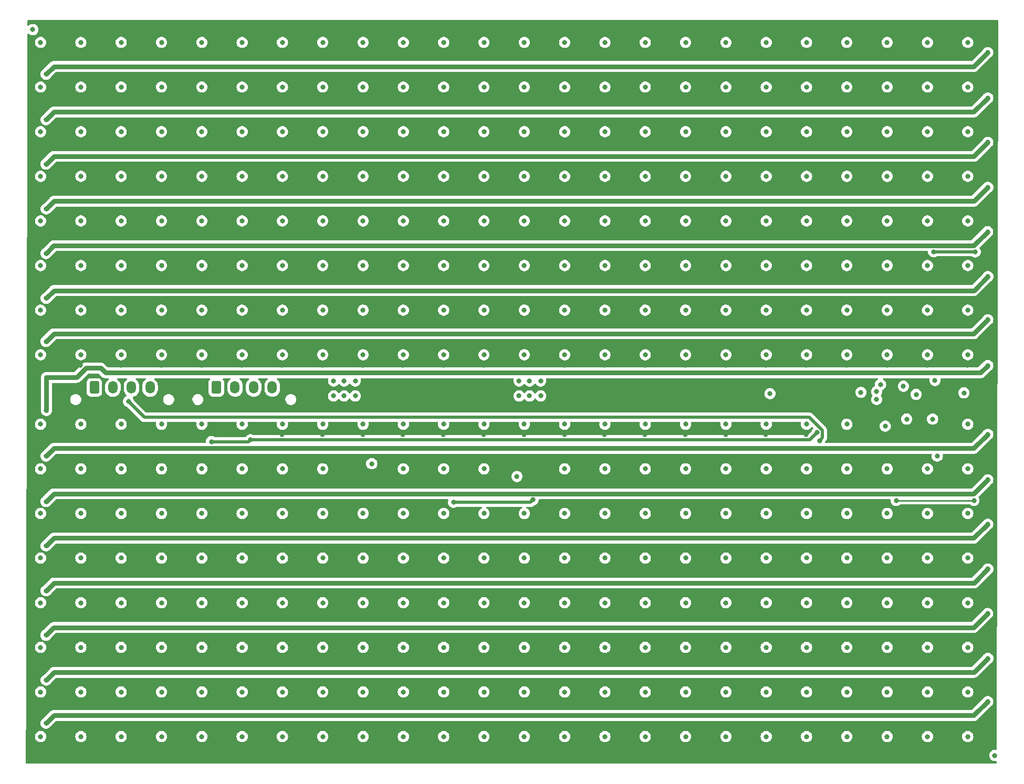
<source format=gbr>
%TF.GenerationSoftware,KiCad,Pcbnew,7.0.8*%
%TF.CreationDate,2023-11-20T11:06:52+02:00*%
%TF.ProjectId,LED Matrix Display,4c454420-4d61-4747-9269-782044697370,rev?*%
%TF.SameCoordinates,Original*%
%TF.FileFunction,Copper,L2,Inr*%
%TF.FilePolarity,Positive*%
%FSLAX46Y46*%
G04 Gerber Fmt 4.6, Leading zero omitted, Abs format (unit mm)*
G04 Created by KiCad (PCBNEW 7.0.8) date 2023-11-20 11:06:52*
%MOMM*%
%LPD*%
G01*
G04 APERTURE LIST*
G04 Aperture macros list*
%AMRoundRect*
0 Rectangle with rounded corners*
0 $1 Rounding radius*
0 $2 $3 $4 $5 $6 $7 $8 $9 X,Y pos of 4 corners*
0 Add a 4 corners polygon primitive as box body*
4,1,4,$2,$3,$4,$5,$6,$7,$8,$9,$2,$3,0*
0 Add four circle primitives for the rounded corners*
1,1,$1+$1,$2,$3*
1,1,$1+$1,$4,$5*
1,1,$1+$1,$6,$7*
1,1,$1+$1,$8,$9*
0 Add four rect primitives between the rounded corners*
20,1,$1+$1,$2,$3,$4,$5,0*
20,1,$1+$1,$4,$5,$6,$7,0*
20,1,$1+$1,$6,$7,$8,$9,0*
20,1,$1+$1,$8,$9,$2,$3,0*%
G04 Aperture macros list end*
%TA.AperFunction,ComponentPad*%
%ADD10RoundRect,0.250001X-0.499999X-0.759999X0.499999X-0.759999X0.499999X0.759999X-0.499999X0.759999X0*%
%TD*%
%TA.AperFunction,ComponentPad*%
%ADD11O,1.500000X2.020000*%
%TD*%
%TA.AperFunction,ViaPad*%
%ADD12C,0.800000*%
%TD*%
%TA.AperFunction,Conductor*%
%ADD13C,0.500000*%
%TD*%
%TA.AperFunction,Conductor*%
%ADD14C,0.750000*%
%TD*%
%TA.AperFunction,Conductor*%
%ADD15C,0.250000*%
%TD*%
G04 APERTURE END LIST*
D10*
%TO.N,GND*%
%TO.C,J4*%
X26520400Y-83536400D03*
D11*
%TO.N,ONE_WIRE_2*%
X29520400Y-83536400D03*
%TO.N,ONE_WIRE*%
X32520400Y-83536400D03*
%TO.N,+12V*%
X35520400Y-83536400D03*
%TD*%
D10*
%TO.N,GND*%
%TO.C,J6*%
X46205400Y-83511000D03*
D11*
%TO.N,ONE_WIRE_2*%
X49205400Y-83511000D03*
%TO.N,ONE_WIRE*%
X52205400Y-83511000D03*
%TO.N,+12V*%
X55205400Y-83511000D03*
%TD*%
D12*
%TO.N,+5V*%
X63295157Y-36711266D03*
X147795157Y-43911266D03*
X82795157Y-79911266D03*
X95795157Y-43911266D03*
X147795157Y-98311266D03*
X37295157Y-91111266D03*
X108795157Y-79911266D03*
X17795157Y-119911266D03*
X37295157Y-36711266D03*
X160795157Y-105511266D03*
X37295157Y-127111266D03*
X154295157Y-134311266D03*
X108795157Y-98311266D03*
X76295157Y-36711266D03*
X102295157Y-79911266D03*
X63295157Y-29511266D03*
X160795157Y-112711266D03*
X134795157Y-134311266D03*
X17795157Y-36711266D03*
X147795157Y-36711266D03*
X115295157Y-112711266D03*
X17795157Y-79911266D03*
X134795157Y-141511266D03*
X17795157Y-58311266D03*
X141295157Y-127111266D03*
X17795157Y-91111266D03*
X30795157Y-72711266D03*
X134795157Y-91111266D03*
X24295157Y-29511266D03*
X154295157Y-29511266D03*
X121795157Y-98311266D03*
X160795157Y-43911266D03*
X69795157Y-72711266D03*
X24295157Y-98311266D03*
X167295157Y-119911266D03*
X134795157Y-119911266D03*
X147795157Y-72711266D03*
X91300000Y-36700000D03*
X167295157Y-36711266D03*
X56795157Y-51111266D03*
X17795157Y-51111266D03*
X56795157Y-58311266D03*
X95795157Y-51111266D03*
X63295157Y-134311266D03*
X50295157Y-98311266D03*
X128295157Y-91111266D03*
X91400000Y-65600000D03*
X121795157Y-43911266D03*
X128295157Y-36711266D03*
X102295157Y-134311266D03*
X50295157Y-141511266D03*
X43795157Y-43911266D03*
X82795157Y-51111266D03*
X167295157Y-29511266D03*
X43795157Y-36711266D03*
X115295157Y-98311266D03*
X50295157Y-119911266D03*
X56795157Y-98311266D03*
X95795157Y-105511266D03*
X50295157Y-79911266D03*
X63295157Y-58311266D03*
X30795157Y-91111266D03*
X154295157Y-98311266D03*
X141295157Y-134311266D03*
X56795157Y-119911266D03*
X24295157Y-127111266D03*
X82795157Y-112711266D03*
X147795157Y-134311266D03*
X167295157Y-134311266D03*
X141295157Y-29511266D03*
X167295157Y-79911266D03*
X134795157Y-36711266D03*
X69795157Y-98311266D03*
X17795157Y-29511266D03*
X76295157Y-91111266D03*
X121795157Y-141511266D03*
X91300000Y-28400000D03*
X76295157Y-72711266D03*
X30795157Y-141511266D03*
X91300000Y-51200000D03*
X160795157Y-51111266D03*
X56795157Y-79911266D03*
X121795157Y-79911266D03*
X43795157Y-51111266D03*
X24295157Y-112711266D03*
X63295157Y-98311266D03*
X147795157Y-65511266D03*
X121795157Y-65511266D03*
X102295157Y-98311266D03*
X108795157Y-36711266D03*
X95795157Y-36711266D03*
X134795157Y-72711266D03*
X91300000Y-90700000D03*
X56795157Y-43911266D03*
X37295157Y-134311266D03*
X50295157Y-29511266D03*
X141295157Y-112711266D03*
X95795157Y-29511266D03*
X115295157Y-58311266D03*
X121795157Y-134311266D03*
X50295157Y-36711266D03*
X95795157Y-65511266D03*
X128295157Y-29511266D03*
X95795157Y-119911266D03*
X89295157Y-119911266D03*
X141295157Y-91111266D03*
X50295157Y-112711266D03*
X82795157Y-119911266D03*
X37295157Y-79911266D03*
X69795157Y-105511266D03*
X160795157Y-36711266D03*
X154295157Y-51111266D03*
X17795157Y-43911266D03*
X91300000Y-79900000D03*
X17795157Y-112711266D03*
X76295157Y-79911266D03*
X128295157Y-105511266D03*
X102295157Y-105511266D03*
X89295157Y-58311266D03*
X89295157Y-51111266D03*
X134795157Y-127111266D03*
X69795157Y-134311266D03*
X82795157Y-141511266D03*
X102295157Y-141511266D03*
X24295157Y-119911266D03*
X37295157Y-65511266D03*
X91200000Y-105700000D03*
X160795157Y-65511266D03*
X154295157Y-119911266D03*
X141295157Y-72711266D03*
X121795157Y-72711266D03*
X141295157Y-119911266D03*
X121795157Y-119911266D03*
X154295157Y-79911266D03*
X160795157Y-58311266D03*
X37295157Y-51111266D03*
X76295157Y-105511266D03*
X69795157Y-43911266D03*
X30795157Y-105511266D03*
X89295157Y-91111266D03*
X24295157Y-141511266D03*
X167295157Y-91111266D03*
X89295157Y-134311266D03*
X50295157Y-65511266D03*
X95795157Y-141511266D03*
X154295157Y-72711266D03*
X89295157Y-36711266D03*
X134795157Y-79911266D03*
X91300000Y-72700000D03*
X128295157Y-127111266D03*
X43795157Y-141511266D03*
X115295157Y-127111266D03*
X121795157Y-58311266D03*
X17795157Y-72711266D03*
X102295157Y-58311266D03*
X102295157Y-119911266D03*
X115295157Y-51111266D03*
X141295157Y-98311266D03*
X91300000Y-58400000D03*
X91400000Y-127000000D03*
X134795157Y-112711266D03*
X37295157Y-105511266D03*
X89295157Y-72711266D03*
X102295157Y-51111266D03*
X56795157Y-141511266D03*
X100761800Y-85293200D03*
X154295157Y-127111266D03*
X89295157Y-141511266D03*
X115295157Y-29511266D03*
X154295157Y-65511266D03*
X76295157Y-98311266D03*
X102295157Y-36711266D03*
X30795157Y-79911266D03*
X160795157Y-72711266D03*
X24295157Y-58311266D03*
X82795157Y-29511266D03*
X141295157Y-58311266D03*
X82795157Y-127111266D03*
X167295157Y-72711266D03*
X63295157Y-51111266D03*
X121795157Y-29511266D03*
X17795157Y-65511266D03*
X76295157Y-127111266D03*
X154295157Y-105511266D03*
X95795157Y-72711266D03*
X115295157Y-79911266D03*
X154295157Y-36711266D03*
X56795157Y-112711266D03*
X69795157Y-141511266D03*
X128295157Y-112711266D03*
X147795157Y-127111266D03*
X147795157Y-119911266D03*
X134795157Y-105511266D03*
X102295157Y-91111266D03*
X108795157Y-105511266D03*
X43795157Y-58311266D03*
X160795157Y-119911266D03*
X95795157Y-58311266D03*
X30795157Y-51111266D03*
X128295157Y-43911266D03*
X56795157Y-105511266D03*
X17795157Y-141511266D03*
X56795157Y-91111266D03*
X102295157Y-65511266D03*
X30795157Y-127111266D03*
X128295157Y-134311266D03*
X56795157Y-127111266D03*
X69795157Y-65511266D03*
X43795157Y-98311266D03*
X102295157Y-72711266D03*
X108795157Y-141511266D03*
X160795157Y-79911266D03*
X56795157Y-29511266D03*
X76295157Y-134311266D03*
X167295157Y-65511266D03*
X156500000Y-90764536D03*
X82795157Y-98311266D03*
X69795157Y-58311266D03*
X121795157Y-36711266D03*
X63295157Y-112711266D03*
X37295157Y-119911266D03*
X128295157Y-98311266D03*
X37295157Y-43911266D03*
X121795157Y-91111266D03*
X63295157Y-79911266D03*
X30795157Y-119911266D03*
X30795157Y-58311266D03*
X167295157Y-43911266D03*
X141295157Y-79911266D03*
X134795157Y-65511266D03*
X134795157Y-58311266D03*
X128295157Y-72711266D03*
X76295157Y-112711266D03*
X115295157Y-72711266D03*
X76295157Y-119911266D03*
X115295157Y-36711266D03*
X30795157Y-29511266D03*
X167295157Y-127111266D03*
X37295157Y-98311266D03*
X147795157Y-141511266D03*
X154295157Y-141511266D03*
X43795157Y-79911266D03*
X160795157Y-141511266D03*
X63295157Y-43911266D03*
X76295157Y-29511266D03*
X128295157Y-58311266D03*
X115295157Y-141511266D03*
X100700000Y-83900000D03*
X91300000Y-119900000D03*
X56795157Y-134311266D03*
X76295157Y-51111266D03*
X115295157Y-65511266D03*
X76295157Y-65511266D03*
X134795157Y-51111266D03*
X69795157Y-127111266D03*
X95795157Y-112711266D03*
X50295157Y-105511266D03*
X24295157Y-72711266D03*
X82795157Y-58311266D03*
X50295157Y-127111266D03*
X30795157Y-36711266D03*
X95795157Y-91111266D03*
X108795157Y-65511266D03*
X17795157Y-134311266D03*
X43795157Y-65511266D03*
X134795157Y-98311266D03*
X128295157Y-65511266D03*
X82795157Y-105511266D03*
X63295157Y-127111266D03*
X147795157Y-79911266D03*
X56795157Y-36711266D03*
X37295157Y-29511266D03*
X108795157Y-43911266D03*
X30795157Y-98311266D03*
X82795157Y-72711266D03*
X82795157Y-134311266D03*
X89295157Y-29511266D03*
X69795157Y-119911266D03*
X115295157Y-134311266D03*
X91300000Y-84000000D03*
X160795157Y-91111266D03*
X108795157Y-58311266D03*
X128295157Y-79911266D03*
X24295157Y-51111266D03*
X24295157Y-91111266D03*
X89295157Y-105511266D03*
X63295157Y-91111266D03*
X43795157Y-112711266D03*
X95795157Y-134311266D03*
X63295157Y-141511266D03*
X108795157Y-91111266D03*
X141295157Y-105511266D03*
X134795157Y-29511266D03*
X30795157Y-112711266D03*
X89295157Y-112711266D03*
X89295157Y-127111266D03*
X30795157Y-43911266D03*
X108795157Y-119911266D03*
X91300000Y-141700000D03*
X43795157Y-105511266D03*
X121795157Y-51111266D03*
X69795157Y-79911266D03*
X43795157Y-119911266D03*
X128295157Y-51111266D03*
X141295157Y-36711266D03*
X56795157Y-65511266D03*
X24295157Y-134311266D03*
X167295157Y-98311266D03*
X147795157Y-112711266D03*
X115295157Y-105511266D03*
X24295157Y-105511266D03*
X147795157Y-51111266D03*
X63295157Y-119911266D03*
X147795157Y-29511266D03*
X115295157Y-119911266D03*
X89295157Y-65511266D03*
X63295157Y-65511266D03*
X89295157Y-79911266D03*
X154295157Y-43911266D03*
X121795157Y-105511266D03*
X147795157Y-58311266D03*
X43795157Y-29511266D03*
X115295157Y-43911266D03*
X160795157Y-29511266D03*
X102295157Y-127111266D03*
X160795157Y-134311266D03*
X37295157Y-72711266D03*
X69795157Y-51111266D03*
X43795157Y-91111266D03*
X108795157Y-112711266D03*
X63295157Y-72711266D03*
X154295157Y-112711266D03*
X37295157Y-112711266D03*
X97000000Y-79000000D03*
X82795157Y-65511266D03*
X91300000Y-98400000D03*
X17795157Y-105511266D03*
X115295157Y-91111266D03*
X50295157Y-72711266D03*
X160795157Y-98311266D03*
X50295157Y-43911266D03*
X82795157Y-43911266D03*
X108795157Y-29511266D03*
X69795157Y-29511266D03*
X147795157Y-105511266D03*
X50295157Y-134311266D03*
X17795157Y-98311266D03*
X89295157Y-98311266D03*
X30795157Y-65511266D03*
X24295157Y-43911266D03*
X108795157Y-72711266D03*
X141295157Y-51111266D03*
X95795157Y-98311266D03*
X56795157Y-72711266D03*
X43795157Y-72711266D03*
X69795157Y-36711266D03*
X102295157Y-29511266D03*
X76295157Y-43911266D03*
X43795157Y-127111266D03*
X43795157Y-134311266D03*
X76295157Y-58311266D03*
X167295157Y-141511266D03*
X95795157Y-127111266D03*
X76295157Y-141511266D03*
X17795157Y-127111266D03*
X167295157Y-51111266D03*
X108795157Y-51111266D03*
X69795157Y-112711266D03*
X102295157Y-43911266D03*
X24295157Y-36711266D03*
X37295157Y-141511266D03*
X24295157Y-79911266D03*
X50295157Y-91111266D03*
X82795157Y-36711266D03*
X154295157Y-58311266D03*
X167295157Y-112711266D03*
X160795157Y-127111266D03*
X50295157Y-58311266D03*
X128295157Y-141511266D03*
X37295157Y-58311266D03*
X89295157Y-43911266D03*
X121795157Y-127111266D03*
X108795157Y-134311266D03*
X121795157Y-112711266D03*
X141295157Y-65511266D03*
X128295157Y-119911266D03*
X30795157Y-134311266D03*
X91300000Y-134400000D03*
X91300000Y-112600000D03*
X108795157Y-127111266D03*
X141295157Y-141511266D03*
X50295157Y-51111266D03*
X82795157Y-91111266D03*
X148386800Y-90728800D03*
X24295157Y-65511266D03*
X69795157Y-91111266D03*
X167295157Y-105511266D03*
X102295157Y-112711266D03*
X134795157Y-43911266D03*
X141295157Y-43911266D03*
X63295157Y-105511266D03*
X167295157Y-58311266D03*
%TO.N,GND*%
X63355103Y-118262807D03*
X63355103Y-78262807D03*
X50355103Y-42262807D03*
X76355103Y-63862807D03*
X115355103Y-103862807D03*
X141355103Y-111062807D03*
X128355103Y-78262807D03*
X166725600Y-84404200D03*
X147855103Y-35062807D03*
X102355103Y-27862807D03*
X95855103Y-42262807D03*
X17855103Y-118262807D03*
X37355103Y-42262807D03*
X147855103Y-139862807D03*
X82855103Y-35062807D03*
X167355103Y-78262807D03*
X102355103Y-35062807D03*
X95000000Y-84900000D03*
X37355103Y-71062807D03*
X30855103Y-27862807D03*
X30855103Y-96662807D03*
X128355103Y-71062807D03*
X95855103Y-49462807D03*
X141355103Y-42262807D03*
X134855103Y-139862807D03*
X66800000Y-84900000D03*
X37355103Y-96662807D03*
X82855103Y-42262807D03*
X147855103Y-56662807D03*
X56855103Y-56662807D03*
X56855103Y-132662807D03*
X76355103Y-89462807D03*
X108855103Y-42262807D03*
X134855103Y-118262807D03*
X154355103Y-56662807D03*
X154052655Y-89765255D03*
X108855103Y-125462807D03*
X108855103Y-139862807D03*
X115355103Y-89462807D03*
X121855103Y-71062807D03*
X160855103Y-139862807D03*
X50355103Y-71062807D03*
X128355103Y-56662807D03*
X160855103Y-103862807D03*
X50355103Y-49462807D03*
X43855103Y-49462807D03*
X69855103Y-89462807D03*
X17855103Y-89462807D03*
X134855103Y-27862807D03*
X98500000Y-84900000D03*
X43855103Y-89462807D03*
X30855103Y-125462807D03*
X102355103Y-103862807D03*
X50355103Y-27862807D03*
X89355103Y-103862807D03*
X160855103Y-118262807D03*
X115355103Y-78262807D03*
X115355103Y-111062807D03*
X154355103Y-96662807D03*
X102355103Y-71062807D03*
X17855103Y-96662807D03*
X95855103Y-27862807D03*
X128355103Y-118262807D03*
X56855103Y-111062807D03*
X128355103Y-139862807D03*
X128355103Y-89462807D03*
X167355103Y-118262807D03*
X63355103Y-139862807D03*
X37355103Y-56662807D03*
X160855103Y-71062807D03*
X50355103Y-78262807D03*
X76355103Y-132662807D03*
X147855103Y-71062807D03*
X89355103Y-35062807D03*
X134855103Y-71062807D03*
X134855103Y-132662807D03*
X56855103Y-49462807D03*
X82855103Y-118262807D03*
X115355103Y-56662807D03*
X24355103Y-118262807D03*
X56855103Y-118262807D03*
X98500000Y-82500000D03*
X63355103Y-71062807D03*
X141355103Y-103862807D03*
X115355103Y-96662807D03*
X30855103Y-35062807D03*
X82855103Y-89462807D03*
X102355103Y-139862807D03*
X82855103Y-132662807D03*
X147855103Y-42262807D03*
X160855103Y-125462807D03*
X102355103Y-63862807D03*
X24355103Y-103862807D03*
X121855103Y-35062807D03*
X17855103Y-49462807D03*
X37355103Y-118262807D03*
X95855103Y-71062807D03*
X24355103Y-132662807D03*
X128355103Y-63862807D03*
X89355103Y-89462807D03*
X37355103Y-78262807D03*
X134855103Y-89462807D03*
X63355103Y-103862807D03*
X82855103Y-96662807D03*
X167355103Y-35062807D03*
X89355103Y-139862807D03*
X147855103Y-118262807D03*
X17855103Y-27862807D03*
X17855103Y-111062807D03*
X95855103Y-118262807D03*
X121855103Y-103862807D03*
X134855103Y-63862807D03*
X89355103Y-96662807D03*
X134855103Y-125462807D03*
X102355103Y-49462807D03*
X43855103Y-35062807D03*
X89355103Y-42262807D03*
X108855103Y-71062807D03*
X167355103Y-139862807D03*
X134855103Y-103862807D03*
X50355103Y-118262807D03*
X128355103Y-132662807D03*
X56855103Y-139862807D03*
X154355103Y-27862807D03*
X167355103Y-96662807D03*
X95855103Y-132662807D03*
X167355103Y-42262807D03*
X156972000Y-83337400D03*
X95855103Y-139862807D03*
X37355103Y-139862807D03*
X89355103Y-118262807D03*
X141355103Y-139862807D03*
X108855103Y-49462807D03*
X115355103Y-125462807D03*
X121855103Y-56662807D03*
X43855103Y-27862807D03*
X56855103Y-103862807D03*
X89355103Y-49462807D03*
X167355103Y-27862807D03*
X56855103Y-42262807D03*
X115355103Y-139862807D03*
X115355103Y-63862807D03*
X128355103Y-103862807D03*
X89355103Y-27862807D03*
X128355103Y-49462807D03*
X154355103Y-63862807D03*
X147855103Y-103862807D03*
X17855103Y-132662807D03*
X115355103Y-71062807D03*
X115355103Y-42262807D03*
X43855103Y-56662807D03*
X160855103Y-96662807D03*
X134855103Y-42262807D03*
X141355103Y-96662807D03*
X115355103Y-27862807D03*
X56855103Y-71062807D03*
X43855103Y-111062807D03*
X82855103Y-56662807D03*
X63355103Y-27862807D03*
X154355103Y-78262807D03*
X76355103Y-103862807D03*
X89355103Y-125462807D03*
X63355103Y-111062807D03*
X50355103Y-63862807D03*
X167355103Y-89462807D03*
X82855103Y-103862807D03*
X147855103Y-63862807D03*
X121855103Y-27862807D03*
X30855103Y-89462807D03*
X76355103Y-125462807D03*
X102355103Y-111062807D03*
X108855103Y-89462807D03*
X157504104Y-88635163D03*
X102355103Y-118262807D03*
X68600000Y-84900000D03*
X147855103Y-125462807D03*
X153289000Y-83058000D03*
X43855103Y-103862807D03*
X69855103Y-42262807D03*
X108855103Y-132662807D03*
X147855103Y-96662807D03*
X76355103Y-111062807D03*
X147855103Y-78262807D03*
X69855103Y-125462807D03*
X134855103Y-111062807D03*
X160855103Y-27862807D03*
X89355103Y-132662807D03*
X121855103Y-89462807D03*
X37355103Y-27862807D03*
X154355103Y-132662807D03*
X167355103Y-132662807D03*
X69855103Y-71062807D03*
X154355103Y-125462807D03*
X69855103Y-27862807D03*
X37355103Y-49462807D03*
X95855103Y-63862807D03*
X24355103Y-35062807D03*
X121855103Y-63862807D03*
X50355103Y-56662807D03*
X147855103Y-49462807D03*
X154355103Y-49462807D03*
X95855103Y-78262807D03*
X102355103Y-89462807D03*
X82855103Y-27862807D03*
X167355103Y-125462807D03*
X121855103Y-42262807D03*
X69855103Y-139862807D03*
X154355103Y-139862807D03*
X108855103Y-111062807D03*
X17855103Y-103862807D03*
X30855103Y-42262807D03*
X30855103Y-103862807D03*
X161682747Y-88635163D03*
X30855103Y-56662807D03*
X17855103Y-35062807D03*
X76355103Y-78262807D03*
X154355103Y-118262807D03*
X141355103Y-89462807D03*
X108855103Y-35062807D03*
X69855103Y-35062807D03*
X56855103Y-35062807D03*
X128355103Y-111062807D03*
X102355103Y-132662807D03*
X50355103Y-35062807D03*
X141355103Y-132662807D03*
X69855103Y-49462807D03*
X37355103Y-125462807D03*
X76355103Y-56662807D03*
X82855103Y-125462807D03*
X30855103Y-111062807D03*
X134855103Y-49462807D03*
X17855103Y-42262807D03*
X65100000Y-82500000D03*
X50355103Y-111062807D03*
X82855103Y-111062807D03*
X167355103Y-63862807D03*
X56855103Y-27862807D03*
X56855103Y-63862807D03*
X160855103Y-42262807D03*
X76355103Y-118262807D03*
X50355103Y-139862807D03*
X160855103Y-35062807D03*
X115355103Y-132662807D03*
X95855103Y-111062807D03*
X160855103Y-56662807D03*
X69855103Y-78262807D03*
X43855103Y-139862807D03*
X167355103Y-56662807D03*
X96700000Y-84900000D03*
X50355103Y-103862807D03*
X63355103Y-56662807D03*
X63355103Y-35062807D03*
X43855103Y-125462807D03*
X102355103Y-78262807D03*
X95855103Y-35062807D03*
X141355103Y-125462807D03*
X37355103Y-103862807D03*
X121855103Y-132662807D03*
X17855103Y-78262807D03*
X24355103Y-96662807D03*
X43855103Y-71062807D03*
X115355103Y-49462807D03*
X37355103Y-132662807D03*
X17855103Y-63862807D03*
X95855103Y-56662807D03*
X141355103Y-27862807D03*
X160855103Y-111062807D03*
X17855103Y-125462807D03*
X63355103Y-125462807D03*
X108855103Y-56662807D03*
X50355103Y-89462807D03*
X56855103Y-125462807D03*
X63355103Y-96662807D03*
X24355103Y-111062807D03*
X43855103Y-96662807D03*
X17855103Y-56662807D03*
X121855103Y-78262807D03*
X115355103Y-118262807D03*
X37355103Y-89462807D03*
X82855103Y-49462807D03*
X76355103Y-35062807D03*
X141355103Y-35062807D03*
X76355103Y-49462807D03*
X167355103Y-103862807D03*
X108855103Y-27862807D03*
X30855103Y-132662807D03*
X71250000Y-95835163D03*
X24355103Y-139862807D03*
X69855103Y-103862807D03*
X30855103Y-71062807D03*
X121855103Y-111062807D03*
X37355103Y-111062807D03*
X76355103Y-71062807D03*
X63355103Y-63862807D03*
X159029400Y-84658200D03*
X89355103Y-63862807D03*
X24355103Y-27862807D03*
X154355103Y-71062807D03*
X121855103Y-96662807D03*
X95855103Y-125462807D03*
X63355103Y-42262807D03*
X43855103Y-42262807D03*
X167355103Y-49462807D03*
X66800000Y-82500000D03*
X82855103Y-71062807D03*
X69855103Y-56662807D03*
X56855103Y-89462807D03*
X141355103Y-78262807D03*
X147855103Y-89462807D03*
X154355103Y-35062807D03*
X141355103Y-56662807D03*
X69855103Y-111062807D03*
X82855103Y-78262807D03*
X121855103Y-118262807D03*
X24355103Y-42262807D03*
X76355103Y-96662807D03*
X160855103Y-132662807D03*
X102355103Y-125462807D03*
X89355103Y-71062807D03*
X30855103Y-118262807D03*
X50355103Y-125462807D03*
X76355103Y-42262807D03*
X108855103Y-103862807D03*
X108855103Y-118262807D03*
X24355103Y-56662807D03*
X94661319Y-97905228D03*
X128355103Y-27862807D03*
X43855103Y-118262807D03*
X160855103Y-49462807D03*
X24355103Y-78262807D03*
X82855103Y-139862807D03*
X102355103Y-42262807D03*
X50355103Y-132662807D03*
X68600000Y-82500000D03*
X141355103Y-49462807D03*
X160855103Y-78262807D03*
X76355103Y-27862807D03*
X63355103Y-89462807D03*
X96700000Y-82500000D03*
X121855103Y-125462807D03*
X167355103Y-111062807D03*
X76355103Y-139862807D03*
X30855103Y-49462807D03*
X128355103Y-125462807D03*
X147855103Y-27862807D03*
X147855103Y-111062807D03*
X95855103Y-89462807D03*
X37355103Y-35062807D03*
X154355103Y-42262807D03*
X134855103Y-96662807D03*
X147855103Y-132662807D03*
X30855103Y-78262807D03*
X108855103Y-63862807D03*
X89355103Y-56662807D03*
X95000000Y-82500000D03*
X30855103Y-63862807D03*
X56855103Y-78262807D03*
X82855103Y-63862807D03*
X50355103Y-96662807D03*
X128355103Y-35062807D03*
X141355103Y-63862807D03*
X95855103Y-103862807D03*
X43855103Y-132662807D03*
X108855103Y-78262807D03*
X63355103Y-49462807D03*
X102355103Y-56662807D03*
X24355103Y-71062807D03*
X17855103Y-71062807D03*
X56855103Y-96662807D03*
X24355103Y-49462807D03*
X154355103Y-103862807D03*
X24355103Y-89462807D03*
X24355103Y-63862807D03*
X121855103Y-49462807D03*
X128355103Y-96662807D03*
X43855103Y-63862807D03*
X43855103Y-78262807D03*
X154355103Y-111062807D03*
X128355103Y-42262807D03*
X69855103Y-118262807D03*
X134855103Y-56662807D03*
X37355103Y-63862807D03*
X115355103Y-35062807D03*
X141355103Y-118262807D03*
X160855103Y-63862807D03*
X141355103Y-71062807D03*
X167355103Y-71062807D03*
X63355103Y-132662807D03*
X17855103Y-139862807D03*
X24355103Y-125462807D03*
X69855103Y-63862807D03*
X102355103Y-96662807D03*
X65100000Y-84900000D03*
X121855103Y-139862807D03*
X69855103Y-132662807D03*
X89355103Y-78262807D03*
X134855103Y-78262807D03*
X134855103Y-35062807D03*
X108855103Y-96662807D03*
X30855103Y-139862807D03*
X89355103Y-111062807D03*
%TO.N,+3V3*%
X161846694Y-61629537D03*
X162433000Y-94615000D03*
X152654000Y-85471000D03*
X168555103Y-61671200D03*
%TO.N,Net-(D3-A)*%
X135458200Y-84531200D03*
%TO.N,I2C_SCL*%
X162052000Y-82397600D03*
X152654000Y-84201000D03*
%TO.N,I2C_SDA*%
X150114000Y-84328000D03*
%TO.N,ONE_WIRE*%
X32029400Y-85801200D03*
X143459200Y-92100400D03*
%TO.N,Net-(D1-DIN)*%
X18738177Y-123505037D03*
X18754261Y-109092062D03*
X18738177Y-61905037D03*
X170566627Y-80004372D03*
X170571565Y-36833055D03*
X170559617Y-120004787D03*
X18762157Y-130742839D03*
X170583597Y-127242589D03*
X18796000Y-87249000D03*
X18750125Y-101933305D03*
X170575701Y-43991812D03*
X170583555Y-112829947D03*
X170583555Y-51229947D03*
X18762157Y-69142839D03*
X18754261Y-47492062D03*
X18750000Y-33000000D03*
X170571523Y-134207035D03*
X171700000Y-142900000D03*
X18750125Y-40333305D03*
X170559617Y-58404787D03*
X18750000Y-94600000D03*
X18762115Y-54730197D03*
X16600000Y-25800000D03*
X170571523Y-72607035D03*
X18762115Y-116330197D03*
X18750083Y-137707285D03*
X170571440Y-91099750D03*
X170571565Y-98433055D03*
X18750083Y-76107285D03*
X170583597Y-65642589D03*
X170575701Y-105591812D03*
X170571440Y-29499750D03*
%TO.N,/ESP32/EN*%
X155803600Y-101752400D03*
X168351200Y-101752400D03*
%TO.N,ONE_WIRE_2*%
X143054603Y-90779600D03*
X51689000Y-91973400D03*
X45415200Y-92278200D03*
%TO.N,/ESP32/GPIO_35*%
X97250000Y-101657805D03*
X84450000Y-102060663D03*
%TD*%
D13*
%TO.N,+3V3*%
X161846694Y-61629537D02*
X168513440Y-61629537D01*
X168513440Y-61629537D02*
X168555103Y-61671200D01*
%TO.N,ONE_WIRE*%
X141827085Y-88350000D02*
X34578200Y-88350000D01*
X34578200Y-88350000D02*
X32029400Y-85801200D01*
X143904603Y-91654997D02*
X143904603Y-90427518D01*
X143904603Y-90427518D02*
X141827085Y-88350000D01*
X143459200Y-92100400D02*
X143904603Y-91654997D01*
D14*
%TO.N,Net-(D1-DIN)*%
X168309367Y-122255037D02*
X19988177Y-122255037D01*
X170559617Y-58404787D02*
X168309367Y-60655037D01*
X20000000Y-93350000D02*
X18750000Y-94600000D01*
X170571523Y-72607035D02*
X168321273Y-74857285D01*
X20000125Y-39083305D02*
X18750125Y-40333305D01*
X20000125Y-100683305D02*
X18750125Y-101933305D01*
X20012157Y-67892839D02*
X18762157Y-69142839D01*
X168333347Y-67892839D02*
X20012157Y-67892839D01*
X23670282Y-81915000D02*
X25194282Y-80391000D01*
X168321315Y-39083305D02*
X20000125Y-39083305D01*
X168325451Y-46242062D02*
X20004261Y-46242062D01*
X170583597Y-127242589D02*
X168333347Y-129492839D01*
X170571565Y-98433055D02*
X168321315Y-100683305D01*
X168321273Y-136457285D02*
X20000083Y-136457285D01*
X168325451Y-107842062D02*
X20004261Y-107842062D01*
X20012115Y-53480197D02*
X18762115Y-54730197D01*
X20012115Y-115080197D02*
X18762115Y-116330197D01*
X20000083Y-136457285D02*
X18750083Y-137707285D01*
X170571440Y-91099750D02*
X168321190Y-93350000D01*
X170583555Y-112829947D02*
X168333305Y-115080197D01*
X20000000Y-31750000D02*
X18750000Y-33000000D01*
X170571565Y-36833055D02*
X168321315Y-39083305D01*
X168333305Y-115080197D02*
X20012115Y-115080197D01*
X18796000Y-81915000D02*
X23670282Y-81915000D01*
X168333305Y-53480197D02*
X20012115Y-53480197D01*
X168321315Y-100683305D02*
X20000125Y-100683305D01*
X19988177Y-60655037D02*
X18738177Y-61905037D01*
X168309367Y-60655037D02*
X19988177Y-60655037D01*
X168321190Y-31750000D02*
X20000000Y-31750000D01*
X20004261Y-46242062D02*
X18754261Y-47492062D01*
X170583597Y-65642589D02*
X168333347Y-67892839D01*
X170571440Y-29499750D02*
X168321190Y-31750000D01*
X168333347Y-129492839D02*
X20012157Y-129492839D01*
X170559617Y-120004787D02*
X168309367Y-122255037D01*
X168321273Y-74857285D02*
X20000083Y-74857285D01*
X20012157Y-129492839D02*
X18762157Y-130742839D01*
X28321000Y-81153000D02*
X169417999Y-81153000D01*
X170571523Y-134207035D02*
X168321273Y-136457285D01*
X18796000Y-87249000D02*
X18796000Y-81915000D01*
X170575701Y-105591812D02*
X168325451Y-107842062D01*
X25194282Y-80391000D02*
X27559000Y-80391000D01*
X27559000Y-80391000D02*
X28321000Y-81153000D01*
X170583555Y-51229947D02*
X168333305Y-53480197D01*
X20000083Y-74857285D02*
X18750083Y-76107285D01*
X19988177Y-122255037D02*
X18738177Y-123505037D01*
X20004261Y-107842062D02*
X18754261Y-109092062D01*
X168321190Y-93350000D02*
X20000000Y-93350000D01*
X170575701Y-43991812D02*
X168325451Y-46242062D01*
X169417999Y-81153000D02*
X170566627Y-80004372D01*
D15*
%TO.N,/ESP32/EN*%
X168351200Y-101752400D02*
X155803600Y-101752400D01*
D13*
%TO.N,ONE_WIRE_2*%
X51384200Y-92278200D02*
X51689000Y-91973400D01*
X45415200Y-92278200D02*
X51384200Y-92278200D01*
X51701134Y-91961266D02*
X51689000Y-91973400D01*
X141872937Y-91961266D02*
X51701134Y-91961266D01*
X143054603Y-90779600D02*
X141872937Y-91961266D01*
%TO.N,/ESP32/GPIO_35*%
X96847142Y-102060663D02*
X97250000Y-101657805D01*
X84450000Y-102060663D02*
X96847142Y-102060663D01*
%TD*%
%TA.AperFunction,Conductor*%
%TO.N,+5V*%
G36*
X172192780Y-24269685D02*
G01*
X172238535Y-24322489D01*
X172249741Y-24374258D01*
X172004913Y-141891324D01*
X171985089Y-141958323D01*
X171932189Y-142003967D01*
X171863010Y-142013767D01*
X171855134Y-142012357D01*
X171854037Y-142012124D01*
X171794646Y-141999500D01*
X171605354Y-141999500D01*
X171572897Y-142006398D01*
X171420197Y-142038855D01*
X171420192Y-142038857D01*
X171247270Y-142115848D01*
X171247265Y-142115851D01*
X171094129Y-142227111D01*
X170967466Y-142367785D01*
X170872821Y-142531715D01*
X170872818Y-142531722D01*
X170814327Y-142711740D01*
X170814326Y-142711744D01*
X170794540Y-142900000D01*
X170814326Y-143088256D01*
X170814327Y-143088259D01*
X170872818Y-143268277D01*
X170872821Y-143268284D01*
X170967467Y-143432216D01*
X171094129Y-143572888D01*
X171247265Y-143684148D01*
X171247270Y-143684151D01*
X171420192Y-143761142D01*
X171420197Y-143761144D01*
X171605354Y-143800500D01*
X171605355Y-143800500D01*
X171794644Y-143800500D01*
X171794646Y-143800500D01*
X171850927Y-143788537D01*
X171920594Y-143793853D01*
X171976328Y-143835990D01*
X172000433Y-143901570D01*
X172000708Y-143910085D01*
X172000258Y-144126258D01*
X171980434Y-144193256D01*
X171927535Y-144238901D01*
X171876258Y-144250000D01*
X15624259Y-144250000D01*
X15557220Y-144230315D01*
X15511465Y-144177511D01*
X15500259Y-144125742D01*
X15509140Y-139862807D01*
X16949643Y-139862807D01*
X16969429Y-140051063D01*
X16969430Y-140051066D01*
X17027921Y-140231084D01*
X17027924Y-140231091D01*
X17122570Y-140395023D01*
X17249232Y-140535695D01*
X17402368Y-140646955D01*
X17402373Y-140646958D01*
X17575295Y-140723949D01*
X17575300Y-140723951D01*
X17760457Y-140763307D01*
X17760458Y-140763307D01*
X17949747Y-140763307D01*
X17949749Y-140763307D01*
X18134906Y-140723951D01*
X18307833Y-140646958D01*
X18460974Y-140535695D01*
X18587636Y-140395023D01*
X18682282Y-140231091D01*
X18740777Y-140051063D01*
X18760563Y-139862807D01*
X23449643Y-139862807D01*
X23469429Y-140051063D01*
X23469430Y-140051066D01*
X23527921Y-140231084D01*
X23527924Y-140231091D01*
X23622570Y-140395023D01*
X23749232Y-140535695D01*
X23902368Y-140646955D01*
X23902373Y-140646958D01*
X24075295Y-140723949D01*
X24075300Y-140723951D01*
X24260457Y-140763307D01*
X24260458Y-140763307D01*
X24449747Y-140763307D01*
X24449749Y-140763307D01*
X24634906Y-140723951D01*
X24807833Y-140646958D01*
X24960974Y-140535695D01*
X25087636Y-140395023D01*
X25182282Y-140231091D01*
X25240777Y-140051063D01*
X25260563Y-139862807D01*
X29949643Y-139862807D01*
X29969429Y-140051063D01*
X29969430Y-140051066D01*
X30027921Y-140231084D01*
X30027924Y-140231091D01*
X30122570Y-140395023D01*
X30249232Y-140535695D01*
X30402368Y-140646955D01*
X30402373Y-140646958D01*
X30575295Y-140723949D01*
X30575300Y-140723951D01*
X30760457Y-140763307D01*
X30760458Y-140763307D01*
X30949747Y-140763307D01*
X30949749Y-140763307D01*
X31134906Y-140723951D01*
X31307833Y-140646958D01*
X31460974Y-140535695D01*
X31587636Y-140395023D01*
X31682282Y-140231091D01*
X31740777Y-140051063D01*
X31760563Y-139862807D01*
X36449643Y-139862807D01*
X36469429Y-140051063D01*
X36469430Y-140051066D01*
X36527921Y-140231084D01*
X36527924Y-140231091D01*
X36622570Y-140395023D01*
X36749232Y-140535695D01*
X36902368Y-140646955D01*
X36902373Y-140646958D01*
X37075295Y-140723949D01*
X37075300Y-140723951D01*
X37260457Y-140763307D01*
X37260458Y-140763307D01*
X37449747Y-140763307D01*
X37449749Y-140763307D01*
X37634906Y-140723951D01*
X37807833Y-140646958D01*
X37960974Y-140535695D01*
X38087636Y-140395023D01*
X38182282Y-140231091D01*
X38240777Y-140051063D01*
X38260563Y-139862807D01*
X42949643Y-139862807D01*
X42969429Y-140051063D01*
X42969430Y-140051066D01*
X43027921Y-140231084D01*
X43027924Y-140231091D01*
X43122570Y-140395023D01*
X43249232Y-140535695D01*
X43402368Y-140646955D01*
X43402373Y-140646958D01*
X43575295Y-140723949D01*
X43575300Y-140723951D01*
X43760457Y-140763307D01*
X43760458Y-140763307D01*
X43949747Y-140763307D01*
X43949749Y-140763307D01*
X44134906Y-140723951D01*
X44307833Y-140646958D01*
X44460974Y-140535695D01*
X44587636Y-140395023D01*
X44682282Y-140231091D01*
X44740777Y-140051063D01*
X44760563Y-139862807D01*
X49449643Y-139862807D01*
X49469429Y-140051063D01*
X49469430Y-140051066D01*
X49527921Y-140231084D01*
X49527924Y-140231091D01*
X49622570Y-140395023D01*
X49749232Y-140535695D01*
X49902368Y-140646955D01*
X49902373Y-140646958D01*
X50075295Y-140723949D01*
X50075300Y-140723951D01*
X50260457Y-140763307D01*
X50260458Y-140763307D01*
X50449747Y-140763307D01*
X50449749Y-140763307D01*
X50634906Y-140723951D01*
X50807833Y-140646958D01*
X50960974Y-140535695D01*
X51087636Y-140395023D01*
X51182282Y-140231091D01*
X51240777Y-140051063D01*
X51260563Y-139862807D01*
X55949643Y-139862807D01*
X55969429Y-140051063D01*
X55969430Y-140051066D01*
X56027921Y-140231084D01*
X56027924Y-140231091D01*
X56122570Y-140395023D01*
X56249232Y-140535695D01*
X56402368Y-140646955D01*
X56402373Y-140646958D01*
X56575295Y-140723949D01*
X56575300Y-140723951D01*
X56760457Y-140763307D01*
X56760458Y-140763307D01*
X56949747Y-140763307D01*
X56949749Y-140763307D01*
X57134906Y-140723951D01*
X57307833Y-140646958D01*
X57460974Y-140535695D01*
X57587636Y-140395023D01*
X57682282Y-140231091D01*
X57740777Y-140051063D01*
X57760563Y-139862807D01*
X62449643Y-139862807D01*
X62469429Y-140051063D01*
X62469430Y-140051066D01*
X62527921Y-140231084D01*
X62527924Y-140231091D01*
X62622570Y-140395023D01*
X62749232Y-140535695D01*
X62902368Y-140646955D01*
X62902373Y-140646958D01*
X63075295Y-140723949D01*
X63075300Y-140723951D01*
X63260457Y-140763307D01*
X63260458Y-140763307D01*
X63449747Y-140763307D01*
X63449749Y-140763307D01*
X63634906Y-140723951D01*
X63807833Y-140646958D01*
X63960974Y-140535695D01*
X64087636Y-140395023D01*
X64182282Y-140231091D01*
X64240777Y-140051063D01*
X64260563Y-139862807D01*
X68949643Y-139862807D01*
X68969429Y-140051063D01*
X68969430Y-140051066D01*
X69027921Y-140231084D01*
X69027924Y-140231091D01*
X69122570Y-140395023D01*
X69249232Y-140535695D01*
X69402368Y-140646955D01*
X69402373Y-140646958D01*
X69575295Y-140723949D01*
X69575300Y-140723951D01*
X69760457Y-140763307D01*
X69760458Y-140763307D01*
X69949747Y-140763307D01*
X69949749Y-140763307D01*
X70134906Y-140723951D01*
X70307833Y-140646958D01*
X70460974Y-140535695D01*
X70587636Y-140395023D01*
X70682282Y-140231091D01*
X70740777Y-140051063D01*
X70760563Y-139862807D01*
X75449643Y-139862807D01*
X75469429Y-140051063D01*
X75469430Y-140051066D01*
X75527921Y-140231084D01*
X75527924Y-140231091D01*
X75622570Y-140395023D01*
X75749232Y-140535695D01*
X75902368Y-140646955D01*
X75902373Y-140646958D01*
X76075295Y-140723949D01*
X76075300Y-140723951D01*
X76260457Y-140763307D01*
X76260458Y-140763307D01*
X76449747Y-140763307D01*
X76449749Y-140763307D01*
X76634906Y-140723951D01*
X76807833Y-140646958D01*
X76960974Y-140535695D01*
X77087636Y-140395023D01*
X77182282Y-140231091D01*
X77240777Y-140051063D01*
X77260563Y-139862807D01*
X81949643Y-139862807D01*
X81969429Y-140051063D01*
X81969430Y-140051066D01*
X82027921Y-140231084D01*
X82027924Y-140231091D01*
X82122570Y-140395023D01*
X82249232Y-140535695D01*
X82402368Y-140646955D01*
X82402373Y-140646958D01*
X82575295Y-140723949D01*
X82575300Y-140723951D01*
X82760457Y-140763307D01*
X82760458Y-140763307D01*
X82949747Y-140763307D01*
X82949749Y-140763307D01*
X83134906Y-140723951D01*
X83307833Y-140646958D01*
X83460974Y-140535695D01*
X83587636Y-140395023D01*
X83682282Y-140231091D01*
X83740777Y-140051063D01*
X83760563Y-139862807D01*
X88449643Y-139862807D01*
X88469429Y-140051063D01*
X88469430Y-140051066D01*
X88527921Y-140231084D01*
X88527924Y-140231091D01*
X88622570Y-140395023D01*
X88749232Y-140535695D01*
X88902368Y-140646955D01*
X88902373Y-140646958D01*
X89075295Y-140723949D01*
X89075300Y-140723951D01*
X89260457Y-140763307D01*
X89260458Y-140763307D01*
X89449747Y-140763307D01*
X89449749Y-140763307D01*
X89634906Y-140723951D01*
X89807833Y-140646958D01*
X89960974Y-140535695D01*
X90087636Y-140395023D01*
X90182282Y-140231091D01*
X90240777Y-140051063D01*
X90260563Y-139862807D01*
X94949643Y-139862807D01*
X94969429Y-140051063D01*
X94969430Y-140051066D01*
X95027921Y-140231084D01*
X95027924Y-140231091D01*
X95122570Y-140395023D01*
X95249232Y-140535695D01*
X95402368Y-140646955D01*
X95402373Y-140646958D01*
X95575295Y-140723949D01*
X95575300Y-140723951D01*
X95760457Y-140763307D01*
X95760458Y-140763307D01*
X95949747Y-140763307D01*
X95949749Y-140763307D01*
X96134906Y-140723951D01*
X96307833Y-140646958D01*
X96460974Y-140535695D01*
X96587636Y-140395023D01*
X96682282Y-140231091D01*
X96740777Y-140051063D01*
X96760563Y-139862807D01*
X101449643Y-139862807D01*
X101469429Y-140051063D01*
X101469430Y-140051066D01*
X101527921Y-140231084D01*
X101527924Y-140231091D01*
X101622570Y-140395023D01*
X101749232Y-140535695D01*
X101902368Y-140646955D01*
X101902373Y-140646958D01*
X102075295Y-140723949D01*
X102075300Y-140723951D01*
X102260457Y-140763307D01*
X102260458Y-140763307D01*
X102449747Y-140763307D01*
X102449749Y-140763307D01*
X102634906Y-140723951D01*
X102807833Y-140646958D01*
X102960974Y-140535695D01*
X103087636Y-140395023D01*
X103182282Y-140231091D01*
X103240777Y-140051063D01*
X103260563Y-139862807D01*
X107949643Y-139862807D01*
X107969429Y-140051063D01*
X107969430Y-140051066D01*
X108027921Y-140231084D01*
X108027924Y-140231091D01*
X108122570Y-140395023D01*
X108249232Y-140535695D01*
X108402368Y-140646955D01*
X108402373Y-140646958D01*
X108575295Y-140723949D01*
X108575300Y-140723951D01*
X108760457Y-140763307D01*
X108760458Y-140763307D01*
X108949747Y-140763307D01*
X108949749Y-140763307D01*
X109134906Y-140723951D01*
X109307833Y-140646958D01*
X109460974Y-140535695D01*
X109587636Y-140395023D01*
X109682282Y-140231091D01*
X109740777Y-140051063D01*
X109760563Y-139862807D01*
X114449643Y-139862807D01*
X114469429Y-140051063D01*
X114469430Y-140051066D01*
X114527921Y-140231084D01*
X114527924Y-140231091D01*
X114622570Y-140395023D01*
X114749232Y-140535695D01*
X114902368Y-140646955D01*
X114902373Y-140646958D01*
X115075295Y-140723949D01*
X115075300Y-140723951D01*
X115260457Y-140763307D01*
X115260458Y-140763307D01*
X115449747Y-140763307D01*
X115449749Y-140763307D01*
X115634906Y-140723951D01*
X115807833Y-140646958D01*
X115960974Y-140535695D01*
X116087636Y-140395023D01*
X116182282Y-140231091D01*
X116240777Y-140051063D01*
X116260563Y-139862807D01*
X120949643Y-139862807D01*
X120969429Y-140051063D01*
X120969430Y-140051066D01*
X121027921Y-140231084D01*
X121027924Y-140231091D01*
X121122570Y-140395023D01*
X121249232Y-140535695D01*
X121402368Y-140646955D01*
X121402373Y-140646958D01*
X121575295Y-140723949D01*
X121575300Y-140723951D01*
X121760457Y-140763307D01*
X121760458Y-140763307D01*
X121949747Y-140763307D01*
X121949749Y-140763307D01*
X122134906Y-140723951D01*
X122307833Y-140646958D01*
X122460974Y-140535695D01*
X122587636Y-140395023D01*
X122682282Y-140231091D01*
X122740777Y-140051063D01*
X122760563Y-139862807D01*
X127449643Y-139862807D01*
X127469429Y-140051063D01*
X127469430Y-140051066D01*
X127527921Y-140231084D01*
X127527924Y-140231091D01*
X127622570Y-140395023D01*
X127749232Y-140535695D01*
X127902368Y-140646955D01*
X127902373Y-140646958D01*
X128075295Y-140723949D01*
X128075300Y-140723951D01*
X128260457Y-140763307D01*
X128260458Y-140763307D01*
X128449747Y-140763307D01*
X128449749Y-140763307D01*
X128634906Y-140723951D01*
X128807833Y-140646958D01*
X128960974Y-140535695D01*
X129087636Y-140395023D01*
X129182282Y-140231091D01*
X129240777Y-140051063D01*
X129260563Y-139862807D01*
X133949643Y-139862807D01*
X133969429Y-140051063D01*
X133969430Y-140051066D01*
X134027921Y-140231084D01*
X134027924Y-140231091D01*
X134122570Y-140395023D01*
X134249232Y-140535695D01*
X134402368Y-140646955D01*
X134402373Y-140646958D01*
X134575295Y-140723949D01*
X134575300Y-140723951D01*
X134760457Y-140763307D01*
X134760458Y-140763307D01*
X134949747Y-140763307D01*
X134949749Y-140763307D01*
X135134906Y-140723951D01*
X135307833Y-140646958D01*
X135460974Y-140535695D01*
X135587636Y-140395023D01*
X135682282Y-140231091D01*
X135740777Y-140051063D01*
X135760563Y-139862807D01*
X140449643Y-139862807D01*
X140469429Y-140051063D01*
X140469430Y-140051066D01*
X140527921Y-140231084D01*
X140527924Y-140231091D01*
X140622570Y-140395023D01*
X140749232Y-140535695D01*
X140902368Y-140646955D01*
X140902373Y-140646958D01*
X141075295Y-140723949D01*
X141075300Y-140723951D01*
X141260457Y-140763307D01*
X141260458Y-140763307D01*
X141449747Y-140763307D01*
X141449749Y-140763307D01*
X141634906Y-140723951D01*
X141807833Y-140646958D01*
X141960974Y-140535695D01*
X142087636Y-140395023D01*
X142182282Y-140231091D01*
X142240777Y-140051063D01*
X142260563Y-139862807D01*
X146949643Y-139862807D01*
X146969429Y-140051063D01*
X146969430Y-140051066D01*
X147027921Y-140231084D01*
X147027924Y-140231091D01*
X147122570Y-140395023D01*
X147249232Y-140535695D01*
X147402368Y-140646955D01*
X147402373Y-140646958D01*
X147575295Y-140723949D01*
X147575300Y-140723951D01*
X147760457Y-140763307D01*
X147760458Y-140763307D01*
X147949747Y-140763307D01*
X147949749Y-140763307D01*
X148134906Y-140723951D01*
X148307833Y-140646958D01*
X148460974Y-140535695D01*
X148587636Y-140395023D01*
X148682282Y-140231091D01*
X148740777Y-140051063D01*
X148760563Y-139862807D01*
X153449643Y-139862807D01*
X153469429Y-140051063D01*
X153469430Y-140051066D01*
X153527921Y-140231084D01*
X153527924Y-140231091D01*
X153622570Y-140395023D01*
X153749232Y-140535695D01*
X153902368Y-140646955D01*
X153902373Y-140646958D01*
X154075295Y-140723949D01*
X154075300Y-140723951D01*
X154260457Y-140763307D01*
X154260458Y-140763307D01*
X154449747Y-140763307D01*
X154449749Y-140763307D01*
X154634906Y-140723951D01*
X154807833Y-140646958D01*
X154960974Y-140535695D01*
X155087636Y-140395023D01*
X155182282Y-140231091D01*
X155240777Y-140051063D01*
X155260563Y-139862807D01*
X159949643Y-139862807D01*
X159969429Y-140051063D01*
X159969430Y-140051066D01*
X160027921Y-140231084D01*
X160027924Y-140231091D01*
X160122570Y-140395023D01*
X160249232Y-140535695D01*
X160402368Y-140646955D01*
X160402373Y-140646958D01*
X160575295Y-140723949D01*
X160575300Y-140723951D01*
X160760457Y-140763307D01*
X160760458Y-140763307D01*
X160949747Y-140763307D01*
X160949749Y-140763307D01*
X161134906Y-140723951D01*
X161307833Y-140646958D01*
X161460974Y-140535695D01*
X161587636Y-140395023D01*
X161682282Y-140231091D01*
X161740777Y-140051063D01*
X161760563Y-139862807D01*
X166449643Y-139862807D01*
X166469429Y-140051063D01*
X166469430Y-140051066D01*
X166527921Y-140231084D01*
X166527924Y-140231091D01*
X166622570Y-140395023D01*
X166749232Y-140535695D01*
X166902368Y-140646955D01*
X166902373Y-140646958D01*
X167075295Y-140723949D01*
X167075300Y-140723951D01*
X167260457Y-140763307D01*
X167260458Y-140763307D01*
X167449747Y-140763307D01*
X167449749Y-140763307D01*
X167634906Y-140723951D01*
X167807833Y-140646958D01*
X167960974Y-140535695D01*
X168087636Y-140395023D01*
X168182282Y-140231091D01*
X168240777Y-140051063D01*
X168260563Y-139862807D01*
X168240777Y-139674551D01*
X168182282Y-139494523D01*
X168087636Y-139330591D01*
X167960974Y-139189919D01*
X167960973Y-139189918D01*
X167807837Y-139078658D01*
X167807832Y-139078655D01*
X167634910Y-139001664D01*
X167634905Y-139001662D01*
X167489104Y-138970672D01*
X167449749Y-138962307D01*
X167260457Y-138962307D01*
X167228000Y-138969205D01*
X167075300Y-139001662D01*
X167075295Y-139001664D01*
X166902373Y-139078655D01*
X166902368Y-139078658D01*
X166749232Y-139189918D01*
X166622569Y-139330592D01*
X166527924Y-139494522D01*
X166527921Y-139494529D01*
X166469430Y-139674547D01*
X166469429Y-139674551D01*
X166449643Y-139862807D01*
X161760563Y-139862807D01*
X161740777Y-139674551D01*
X161682282Y-139494523D01*
X161587636Y-139330591D01*
X161460974Y-139189919D01*
X161460973Y-139189918D01*
X161307837Y-139078658D01*
X161307832Y-139078655D01*
X161134910Y-139001664D01*
X161134905Y-139001662D01*
X160989104Y-138970672D01*
X160949749Y-138962307D01*
X160760457Y-138962307D01*
X160728000Y-138969205D01*
X160575300Y-139001662D01*
X160575295Y-139001664D01*
X160402373Y-139078655D01*
X160402368Y-139078658D01*
X160249232Y-139189918D01*
X160122569Y-139330592D01*
X160027924Y-139494522D01*
X160027921Y-139494529D01*
X159969430Y-139674547D01*
X159969429Y-139674551D01*
X159949643Y-139862807D01*
X155260563Y-139862807D01*
X155240777Y-139674551D01*
X155182282Y-139494523D01*
X155087636Y-139330591D01*
X154960974Y-139189919D01*
X154960973Y-139189918D01*
X154807837Y-139078658D01*
X154807832Y-139078655D01*
X154634910Y-139001664D01*
X154634905Y-139001662D01*
X154489104Y-138970672D01*
X154449749Y-138962307D01*
X154260457Y-138962307D01*
X154228000Y-138969205D01*
X154075300Y-139001662D01*
X154075295Y-139001664D01*
X153902373Y-139078655D01*
X153902368Y-139078658D01*
X153749232Y-139189918D01*
X153622569Y-139330592D01*
X153527924Y-139494522D01*
X153527921Y-139494529D01*
X153469430Y-139674547D01*
X153469429Y-139674551D01*
X153449643Y-139862807D01*
X148760563Y-139862807D01*
X148740777Y-139674551D01*
X148682282Y-139494523D01*
X148587636Y-139330591D01*
X148460974Y-139189919D01*
X148460973Y-139189918D01*
X148307837Y-139078658D01*
X148307832Y-139078655D01*
X148134910Y-139001664D01*
X148134905Y-139001662D01*
X147989104Y-138970672D01*
X147949749Y-138962307D01*
X147760457Y-138962307D01*
X147728000Y-138969205D01*
X147575300Y-139001662D01*
X147575295Y-139001664D01*
X147402373Y-139078655D01*
X147402368Y-139078658D01*
X147249232Y-139189918D01*
X147122569Y-139330592D01*
X147027924Y-139494522D01*
X147027921Y-139494529D01*
X146969430Y-139674547D01*
X146969429Y-139674551D01*
X146949643Y-139862807D01*
X142260563Y-139862807D01*
X142240777Y-139674551D01*
X142182282Y-139494523D01*
X142087636Y-139330591D01*
X141960974Y-139189919D01*
X141960973Y-139189918D01*
X141807837Y-139078658D01*
X141807832Y-139078655D01*
X141634910Y-139001664D01*
X141634905Y-139001662D01*
X141489104Y-138970672D01*
X141449749Y-138962307D01*
X141260457Y-138962307D01*
X141228000Y-138969205D01*
X141075300Y-139001662D01*
X141075295Y-139001664D01*
X140902373Y-139078655D01*
X140902368Y-139078658D01*
X140749232Y-139189918D01*
X140622569Y-139330592D01*
X140527924Y-139494522D01*
X140527921Y-139494529D01*
X140469430Y-139674547D01*
X140469429Y-139674551D01*
X140449643Y-139862807D01*
X135760563Y-139862807D01*
X135740777Y-139674551D01*
X135682282Y-139494523D01*
X135587636Y-139330591D01*
X135460974Y-139189919D01*
X135460973Y-139189918D01*
X135307837Y-139078658D01*
X135307832Y-139078655D01*
X135134910Y-139001664D01*
X135134905Y-139001662D01*
X134989104Y-138970672D01*
X134949749Y-138962307D01*
X134760457Y-138962307D01*
X134728000Y-138969205D01*
X134575300Y-139001662D01*
X134575295Y-139001664D01*
X134402373Y-139078655D01*
X134402368Y-139078658D01*
X134249232Y-139189918D01*
X134122569Y-139330592D01*
X134027924Y-139494522D01*
X134027921Y-139494529D01*
X133969430Y-139674547D01*
X133969429Y-139674551D01*
X133949643Y-139862807D01*
X129260563Y-139862807D01*
X129240777Y-139674551D01*
X129182282Y-139494523D01*
X129087636Y-139330591D01*
X128960974Y-139189919D01*
X128960973Y-139189918D01*
X128807837Y-139078658D01*
X128807832Y-139078655D01*
X128634910Y-139001664D01*
X128634905Y-139001662D01*
X128489104Y-138970672D01*
X128449749Y-138962307D01*
X128260457Y-138962307D01*
X128228000Y-138969205D01*
X128075300Y-139001662D01*
X128075295Y-139001664D01*
X127902373Y-139078655D01*
X127902368Y-139078658D01*
X127749232Y-139189918D01*
X127622569Y-139330592D01*
X127527924Y-139494522D01*
X127527921Y-139494529D01*
X127469430Y-139674547D01*
X127469429Y-139674551D01*
X127449643Y-139862807D01*
X122760563Y-139862807D01*
X122740777Y-139674551D01*
X122682282Y-139494523D01*
X122587636Y-139330591D01*
X122460974Y-139189919D01*
X122460973Y-139189918D01*
X122307837Y-139078658D01*
X122307832Y-139078655D01*
X122134910Y-139001664D01*
X122134905Y-139001662D01*
X121989104Y-138970672D01*
X121949749Y-138962307D01*
X121760457Y-138962307D01*
X121728000Y-138969205D01*
X121575300Y-139001662D01*
X121575295Y-139001664D01*
X121402373Y-139078655D01*
X121402368Y-139078658D01*
X121249232Y-139189918D01*
X121122569Y-139330592D01*
X121027924Y-139494522D01*
X121027921Y-139494529D01*
X120969430Y-139674547D01*
X120969429Y-139674551D01*
X120949643Y-139862807D01*
X116260563Y-139862807D01*
X116240777Y-139674551D01*
X116182282Y-139494523D01*
X116087636Y-139330591D01*
X115960974Y-139189919D01*
X115960973Y-139189918D01*
X115807837Y-139078658D01*
X115807832Y-139078655D01*
X115634910Y-139001664D01*
X115634905Y-139001662D01*
X115489104Y-138970672D01*
X115449749Y-138962307D01*
X115260457Y-138962307D01*
X115228000Y-138969205D01*
X115075300Y-139001662D01*
X115075295Y-139001664D01*
X114902373Y-139078655D01*
X114902368Y-139078658D01*
X114749232Y-139189918D01*
X114622569Y-139330592D01*
X114527924Y-139494522D01*
X114527921Y-139494529D01*
X114469430Y-139674547D01*
X114469429Y-139674551D01*
X114449643Y-139862807D01*
X109760563Y-139862807D01*
X109740777Y-139674551D01*
X109682282Y-139494523D01*
X109587636Y-139330591D01*
X109460974Y-139189919D01*
X109460973Y-139189918D01*
X109307837Y-139078658D01*
X109307832Y-139078655D01*
X109134910Y-139001664D01*
X109134905Y-139001662D01*
X108989104Y-138970672D01*
X108949749Y-138962307D01*
X108760457Y-138962307D01*
X108728000Y-138969205D01*
X108575300Y-139001662D01*
X108575295Y-139001664D01*
X108402373Y-139078655D01*
X108402368Y-139078658D01*
X108249232Y-139189918D01*
X108122569Y-139330592D01*
X108027924Y-139494522D01*
X108027921Y-139494529D01*
X107969430Y-139674547D01*
X107969429Y-139674551D01*
X107949643Y-139862807D01*
X103260563Y-139862807D01*
X103240777Y-139674551D01*
X103182282Y-139494523D01*
X103087636Y-139330591D01*
X102960974Y-139189919D01*
X102960973Y-139189918D01*
X102807837Y-139078658D01*
X102807832Y-139078655D01*
X102634910Y-139001664D01*
X102634905Y-139001662D01*
X102489104Y-138970672D01*
X102449749Y-138962307D01*
X102260457Y-138962307D01*
X102228000Y-138969205D01*
X102075300Y-139001662D01*
X102075295Y-139001664D01*
X101902373Y-139078655D01*
X101902368Y-139078658D01*
X101749232Y-139189918D01*
X101622569Y-139330592D01*
X101527924Y-139494522D01*
X101527921Y-139494529D01*
X101469430Y-139674547D01*
X101469429Y-139674551D01*
X101449643Y-139862807D01*
X96760563Y-139862807D01*
X96740777Y-139674551D01*
X96682282Y-139494523D01*
X96587636Y-139330591D01*
X96460974Y-139189919D01*
X96460973Y-139189918D01*
X96307837Y-139078658D01*
X96307832Y-139078655D01*
X96134910Y-139001664D01*
X96134905Y-139001662D01*
X95989104Y-138970672D01*
X95949749Y-138962307D01*
X95760457Y-138962307D01*
X95728000Y-138969205D01*
X95575300Y-139001662D01*
X95575295Y-139001664D01*
X95402373Y-139078655D01*
X95402368Y-139078658D01*
X95249232Y-139189918D01*
X95122569Y-139330592D01*
X95027924Y-139494522D01*
X95027921Y-139494529D01*
X94969430Y-139674547D01*
X94969429Y-139674551D01*
X94949643Y-139862807D01*
X90260563Y-139862807D01*
X90240777Y-139674551D01*
X90182282Y-139494523D01*
X90087636Y-139330591D01*
X89960974Y-139189919D01*
X89960973Y-139189918D01*
X89807837Y-139078658D01*
X89807832Y-139078655D01*
X89634910Y-139001664D01*
X89634905Y-139001662D01*
X89489104Y-138970672D01*
X89449749Y-138962307D01*
X89260457Y-138962307D01*
X89228000Y-138969205D01*
X89075300Y-139001662D01*
X89075295Y-139001664D01*
X88902373Y-139078655D01*
X88902368Y-139078658D01*
X88749232Y-139189918D01*
X88622569Y-139330592D01*
X88527924Y-139494522D01*
X88527921Y-139494529D01*
X88469430Y-139674547D01*
X88469429Y-139674551D01*
X88449643Y-139862807D01*
X83760563Y-139862807D01*
X83740777Y-139674551D01*
X83682282Y-139494523D01*
X83587636Y-139330591D01*
X83460974Y-139189919D01*
X83460973Y-139189918D01*
X83307837Y-139078658D01*
X83307832Y-139078655D01*
X83134910Y-139001664D01*
X83134905Y-139001662D01*
X82989104Y-138970672D01*
X82949749Y-138962307D01*
X82760457Y-138962307D01*
X82728000Y-138969205D01*
X82575300Y-139001662D01*
X82575295Y-139001664D01*
X82402373Y-139078655D01*
X82402368Y-139078658D01*
X82249232Y-139189918D01*
X82122569Y-139330592D01*
X82027924Y-139494522D01*
X82027921Y-139494529D01*
X81969430Y-139674547D01*
X81969429Y-139674551D01*
X81949643Y-139862807D01*
X77260563Y-139862807D01*
X77240777Y-139674551D01*
X77182282Y-139494523D01*
X77087636Y-139330591D01*
X76960974Y-139189919D01*
X76960973Y-139189918D01*
X76807837Y-139078658D01*
X76807832Y-139078655D01*
X76634910Y-139001664D01*
X76634905Y-139001662D01*
X76489104Y-138970672D01*
X76449749Y-138962307D01*
X76260457Y-138962307D01*
X76228000Y-138969205D01*
X76075300Y-139001662D01*
X76075295Y-139001664D01*
X75902373Y-139078655D01*
X75902368Y-139078658D01*
X75749232Y-139189918D01*
X75622569Y-139330592D01*
X75527924Y-139494522D01*
X75527921Y-139494529D01*
X75469430Y-139674547D01*
X75469429Y-139674551D01*
X75449643Y-139862807D01*
X70760563Y-139862807D01*
X70740777Y-139674551D01*
X70682282Y-139494523D01*
X70587636Y-139330591D01*
X70460974Y-139189919D01*
X70460973Y-139189918D01*
X70307837Y-139078658D01*
X70307832Y-139078655D01*
X70134910Y-139001664D01*
X70134905Y-139001662D01*
X69989104Y-138970672D01*
X69949749Y-138962307D01*
X69760457Y-138962307D01*
X69728000Y-138969205D01*
X69575300Y-139001662D01*
X69575295Y-139001664D01*
X69402373Y-139078655D01*
X69402368Y-139078658D01*
X69249232Y-139189918D01*
X69122569Y-139330592D01*
X69027924Y-139494522D01*
X69027921Y-139494529D01*
X68969430Y-139674547D01*
X68969429Y-139674551D01*
X68949643Y-139862807D01*
X64260563Y-139862807D01*
X64240777Y-139674551D01*
X64182282Y-139494523D01*
X64087636Y-139330591D01*
X63960974Y-139189919D01*
X63960973Y-139189918D01*
X63807837Y-139078658D01*
X63807832Y-139078655D01*
X63634910Y-139001664D01*
X63634905Y-139001662D01*
X63489104Y-138970672D01*
X63449749Y-138962307D01*
X63260457Y-138962307D01*
X63228000Y-138969205D01*
X63075300Y-139001662D01*
X63075295Y-139001664D01*
X62902373Y-139078655D01*
X62902368Y-139078658D01*
X62749232Y-139189918D01*
X62622569Y-139330592D01*
X62527924Y-139494522D01*
X62527921Y-139494529D01*
X62469430Y-139674547D01*
X62469429Y-139674551D01*
X62449643Y-139862807D01*
X57760563Y-139862807D01*
X57740777Y-139674551D01*
X57682282Y-139494523D01*
X57587636Y-139330591D01*
X57460974Y-139189919D01*
X57460973Y-139189918D01*
X57307837Y-139078658D01*
X57307832Y-139078655D01*
X57134910Y-139001664D01*
X57134905Y-139001662D01*
X56989104Y-138970672D01*
X56949749Y-138962307D01*
X56760457Y-138962307D01*
X56728000Y-138969205D01*
X56575300Y-139001662D01*
X56575295Y-139001664D01*
X56402373Y-139078655D01*
X56402368Y-139078658D01*
X56249232Y-139189918D01*
X56122569Y-139330592D01*
X56027924Y-139494522D01*
X56027921Y-139494529D01*
X55969430Y-139674547D01*
X55969429Y-139674551D01*
X55949643Y-139862807D01*
X51260563Y-139862807D01*
X51240777Y-139674551D01*
X51182282Y-139494523D01*
X51087636Y-139330591D01*
X50960974Y-139189919D01*
X50960973Y-139189918D01*
X50807837Y-139078658D01*
X50807832Y-139078655D01*
X50634910Y-139001664D01*
X50634905Y-139001662D01*
X50489104Y-138970672D01*
X50449749Y-138962307D01*
X50260457Y-138962307D01*
X50228000Y-138969205D01*
X50075300Y-139001662D01*
X50075295Y-139001664D01*
X49902373Y-139078655D01*
X49902368Y-139078658D01*
X49749232Y-139189918D01*
X49622569Y-139330592D01*
X49527924Y-139494522D01*
X49527921Y-139494529D01*
X49469430Y-139674547D01*
X49469429Y-139674551D01*
X49449643Y-139862807D01*
X44760563Y-139862807D01*
X44740777Y-139674551D01*
X44682282Y-139494523D01*
X44587636Y-139330591D01*
X44460974Y-139189919D01*
X44460973Y-139189918D01*
X44307837Y-139078658D01*
X44307832Y-139078655D01*
X44134910Y-139001664D01*
X44134905Y-139001662D01*
X43989104Y-138970672D01*
X43949749Y-138962307D01*
X43760457Y-138962307D01*
X43728000Y-138969205D01*
X43575300Y-139001662D01*
X43575295Y-139001664D01*
X43402373Y-139078655D01*
X43402368Y-139078658D01*
X43249232Y-139189918D01*
X43122569Y-139330592D01*
X43027924Y-139494522D01*
X43027921Y-139494529D01*
X42969430Y-139674547D01*
X42969429Y-139674551D01*
X42949643Y-139862807D01*
X38260563Y-139862807D01*
X38240777Y-139674551D01*
X38182282Y-139494523D01*
X38087636Y-139330591D01*
X37960974Y-139189919D01*
X37960973Y-139189918D01*
X37807837Y-139078658D01*
X37807832Y-139078655D01*
X37634910Y-139001664D01*
X37634905Y-139001662D01*
X37489104Y-138970672D01*
X37449749Y-138962307D01*
X37260457Y-138962307D01*
X37228000Y-138969205D01*
X37075300Y-139001662D01*
X37075295Y-139001664D01*
X36902373Y-139078655D01*
X36902368Y-139078658D01*
X36749232Y-139189918D01*
X36622569Y-139330592D01*
X36527924Y-139494522D01*
X36527921Y-139494529D01*
X36469430Y-139674547D01*
X36469429Y-139674551D01*
X36449643Y-139862807D01*
X31760563Y-139862807D01*
X31740777Y-139674551D01*
X31682282Y-139494523D01*
X31587636Y-139330591D01*
X31460974Y-139189919D01*
X31460973Y-139189918D01*
X31307837Y-139078658D01*
X31307832Y-139078655D01*
X31134910Y-139001664D01*
X31134905Y-139001662D01*
X30989104Y-138970672D01*
X30949749Y-138962307D01*
X30760457Y-138962307D01*
X30728000Y-138969205D01*
X30575300Y-139001662D01*
X30575295Y-139001664D01*
X30402373Y-139078655D01*
X30402368Y-139078658D01*
X30249232Y-139189918D01*
X30122569Y-139330592D01*
X30027924Y-139494522D01*
X30027921Y-139494529D01*
X29969430Y-139674547D01*
X29969429Y-139674551D01*
X29949643Y-139862807D01*
X25260563Y-139862807D01*
X25240777Y-139674551D01*
X25182282Y-139494523D01*
X25087636Y-139330591D01*
X24960974Y-139189919D01*
X24960973Y-139189918D01*
X24807837Y-139078658D01*
X24807832Y-139078655D01*
X24634910Y-139001664D01*
X24634905Y-139001662D01*
X24489104Y-138970672D01*
X24449749Y-138962307D01*
X24260457Y-138962307D01*
X24228000Y-138969205D01*
X24075300Y-139001662D01*
X24075295Y-139001664D01*
X23902373Y-139078655D01*
X23902368Y-139078658D01*
X23749232Y-139189918D01*
X23622569Y-139330592D01*
X23527924Y-139494522D01*
X23527921Y-139494529D01*
X23469430Y-139674547D01*
X23469429Y-139674551D01*
X23449643Y-139862807D01*
X18760563Y-139862807D01*
X18740777Y-139674551D01*
X18682282Y-139494523D01*
X18587636Y-139330591D01*
X18460974Y-139189919D01*
X18460973Y-139189918D01*
X18307837Y-139078658D01*
X18307832Y-139078655D01*
X18134910Y-139001664D01*
X18134905Y-139001662D01*
X17989104Y-138970672D01*
X17949749Y-138962307D01*
X17760457Y-138962307D01*
X17728000Y-138969205D01*
X17575300Y-139001662D01*
X17575295Y-139001664D01*
X17402373Y-139078655D01*
X17402368Y-139078658D01*
X17249232Y-139189918D01*
X17122569Y-139330592D01*
X17027924Y-139494522D01*
X17027921Y-139494529D01*
X16969430Y-139674547D01*
X16969429Y-139674551D01*
X16949643Y-139862807D01*
X15509140Y-139862807D01*
X15513631Y-137707285D01*
X17844623Y-137707285D01*
X17864409Y-137895541D01*
X17864410Y-137895544D01*
X17922901Y-138075562D01*
X17922904Y-138075569D01*
X18017550Y-138239501D01*
X18144212Y-138380173D01*
X18297348Y-138491433D01*
X18297353Y-138491436D01*
X18470275Y-138568427D01*
X18470280Y-138568429D01*
X18655437Y-138607785D01*
X18655438Y-138607785D01*
X18844727Y-138607785D01*
X18844729Y-138607785D01*
X19029886Y-138568429D01*
X19202813Y-138491436D01*
X19355954Y-138380173D01*
X19482616Y-138239501D01*
X19510799Y-138190684D01*
X19530499Y-138165011D01*
X20326408Y-137369104D01*
X20387731Y-137335619D01*
X20414089Y-137332785D01*
X168283171Y-137332785D01*
X168288205Y-137332990D01*
X168345117Y-137337624D01*
X168345118Y-137337623D01*
X168345121Y-137337624D01*
X168427714Y-137326370D01*
X168510589Y-137317358D01*
X168510754Y-137317302D01*
X168533630Y-137311940D01*
X168533810Y-137311916D01*
X168612066Y-137283165D01*
X168691053Y-137256552D01*
X168691201Y-137256463D01*
X168712389Y-137246309D01*
X168712561Y-137246246D01*
X168782809Y-137201344D01*
X168854227Y-137158374D01*
X168854356Y-137158251D01*
X168872870Y-137143779D01*
X168872880Y-137143772D01*
X168873017Y-137143685D01*
X168902492Y-137114208D01*
X168931969Y-137084733D01*
X168963043Y-137055296D01*
X168992480Y-137027414D01*
X168992579Y-137027268D01*
X169007537Y-137009163D01*
X171021972Y-134994728D01*
X171036754Y-134982102D01*
X171177394Y-134879923D01*
X171304056Y-134739251D01*
X171398702Y-134575319D01*
X171457197Y-134395291D01*
X171476983Y-134207035D01*
X171457197Y-134018779D01*
X171398702Y-133838751D01*
X171304056Y-133674819D01*
X171177394Y-133534147D01*
X171177393Y-133534146D01*
X171024257Y-133422886D01*
X171024252Y-133422883D01*
X170851330Y-133345892D01*
X170851325Y-133345890D01*
X170705524Y-133314900D01*
X170666169Y-133306535D01*
X170476877Y-133306535D01*
X170444420Y-133313433D01*
X170291720Y-133345890D01*
X170291715Y-133345892D01*
X170118793Y-133422883D01*
X170118788Y-133422886D01*
X169965652Y-133534146D01*
X169838989Y-133674820D01*
X169810807Y-133723631D01*
X169791102Y-133749310D01*
X167994948Y-135545466D01*
X167933625Y-135578951D01*
X167907267Y-135581785D01*
X20038185Y-135581785D01*
X20033151Y-135581580D01*
X19976238Y-135576945D01*
X19893641Y-135588199D01*
X19810763Y-135597212D01*
X19810573Y-135597277D01*
X19787748Y-135602626D01*
X19787549Y-135602653D01*
X19709288Y-135631404D01*
X19630303Y-135658017D01*
X19630300Y-135658019D01*
X19630123Y-135658126D01*
X19608994Y-135668250D01*
X19608796Y-135668322D01*
X19538546Y-135713225D01*
X19467126Y-135756197D01*
X19467124Y-135756199D01*
X19466973Y-135756343D01*
X19448519Y-135770770D01*
X19448343Y-135770882D01*
X19448338Y-135770886D01*
X19389385Y-135829837D01*
X19328879Y-135887152D01*
X19328875Y-135887156D01*
X19328764Y-135887321D01*
X19313820Y-135905402D01*
X18299637Y-136919585D01*
X18284842Y-136932221D01*
X18144215Y-137034394D01*
X18144206Y-137034401D01*
X18017549Y-137175070D01*
X17922904Y-137339000D01*
X17922901Y-137339007D01*
X17864410Y-137519025D01*
X17864409Y-137519029D01*
X17844623Y-137707285D01*
X15513631Y-137707285D01*
X15524140Y-132662807D01*
X16949643Y-132662807D01*
X16969429Y-132851063D01*
X16969430Y-132851066D01*
X17027921Y-133031084D01*
X17027924Y-133031091D01*
X17122570Y-133195023D01*
X17222976Y-133306535D01*
X17249232Y-133335695D01*
X17402368Y-133446955D01*
X17402373Y-133446958D01*
X17575295Y-133523949D01*
X17575300Y-133523951D01*
X17760457Y-133563307D01*
X17760458Y-133563307D01*
X17949747Y-133563307D01*
X17949749Y-133563307D01*
X18134906Y-133523951D01*
X18307833Y-133446958D01*
X18460974Y-133335695D01*
X18587636Y-133195023D01*
X18682282Y-133031091D01*
X18740777Y-132851063D01*
X18760563Y-132662807D01*
X23449643Y-132662807D01*
X23469429Y-132851063D01*
X23469430Y-132851066D01*
X23527921Y-133031084D01*
X23527924Y-133031091D01*
X23622570Y-133195023D01*
X23722976Y-133306535D01*
X23749232Y-133335695D01*
X23902368Y-133446955D01*
X23902373Y-133446958D01*
X24075295Y-133523949D01*
X24075300Y-133523951D01*
X24260457Y-133563307D01*
X24260458Y-133563307D01*
X24449747Y-133563307D01*
X24449749Y-133563307D01*
X24634906Y-133523951D01*
X24807833Y-133446958D01*
X24960974Y-133335695D01*
X25087636Y-133195023D01*
X25182282Y-133031091D01*
X25240777Y-132851063D01*
X25260563Y-132662807D01*
X29949643Y-132662807D01*
X29969429Y-132851063D01*
X29969430Y-132851066D01*
X30027921Y-133031084D01*
X30027924Y-133031091D01*
X30122570Y-133195023D01*
X30222976Y-133306535D01*
X30249232Y-133335695D01*
X30402368Y-133446955D01*
X30402373Y-133446958D01*
X30575295Y-133523949D01*
X30575300Y-133523951D01*
X30760457Y-133563307D01*
X30760458Y-133563307D01*
X30949747Y-133563307D01*
X30949749Y-133563307D01*
X31134906Y-133523951D01*
X31307833Y-133446958D01*
X31460974Y-133335695D01*
X31587636Y-133195023D01*
X31682282Y-133031091D01*
X31740777Y-132851063D01*
X31760563Y-132662807D01*
X36449643Y-132662807D01*
X36469429Y-132851063D01*
X36469430Y-132851066D01*
X36527921Y-133031084D01*
X36527924Y-133031091D01*
X36622570Y-133195023D01*
X36722976Y-133306535D01*
X36749232Y-133335695D01*
X36902368Y-133446955D01*
X36902373Y-133446958D01*
X37075295Y-133523949D01*
X37075300Y-133523951D01*
X37260457Y-133563307D01*
X37260458Y-133563307D01*
X37449747Y-133563307D01*
X37449749Y-133563307D01*
X37634906Y-133523951D01*
X37807833Y-133446958D01*
X37960974Y-133335695D01*
X38087636Y-133195023D01*
X38182282Y-133031091D01*
X38240777Y-132851063D01*
X38260563Y-132662807D01*
X42949643Y-132662807D01*
X42969429Y-132851063D01*
X42969430Y-132851066D01*
X43027921Y-133031084D01*
X43027924Y-133031091D01*
X43122570Y-133195023D01*
X43222976Y-133306535D01*
X43249232Y-133335695D01*
X43402368Y-133446955D01*
X43402373Y-133446958D01*
X43575295Y-133523949D01*
X43575300Y-133523951D01*
X43760457Y-133563307D01*
X43760458Y-133563307D01*
X43949747Y-133563307D01*
X43949749Y-133563307D01*
X44134906Y-133523951D01*
X44307833Y-133446958D01*
X44460974Y-133335695D01*
X44587636Y-133195023D01*
X44682282Y-133031091D01*
X44740777Y-132851063D01*
X44760563Y-132662807D01*
X49449643Y-132662807D01*
X49469429Y-132851063D01*
X49469430Y-132851066D01*
X49527921Y-133031084D01*
X49527924Y-133031091D01*
X49622570Y-133195023D01*
X49722976Y-133306535D01*
X49749232Y-133335695D01*
X49902368Y-133446955D01*
X49902373Y-133446958D01*
X50075295Y-133523949D01*
X50075300Y-133523951D01*
X50260457Y-133563307D01*
X50260458Y-133563307D01*
X50449747Y-133563307D01*
X50449749Y-133563307D01*
X50634906Y-133523951D01*
X50807833Y-133446958D01*
X50960974Y-133335695D01*
X51087636Y-133195023D01*
X51182282Y-133031091D01*
X51240777Y-132851063D01*
X51260563Y-132662807D01*
X55949643Y-132662807D01*
X55969429Y-132851063D01*
X55969430Y-132851066D01*
X56027921Y-133031084D01*
X56027924Y-133031091D01*
X56122570Y-133195023D01*
X56222976Y-133306535D01*
X56249232Y-133335695D01*
X56402368Y-133446955D01*
X56402373Y-133446958D01*
X56575295Y-133523949D01*
X56575300Y-133523951D01*
X56760457Y-133563307D01*
X56760458Y-133563307D01*
X56949747Y-133563307D01*
X56949749Y-133563307D01*
X57134906Y-133523951D01*
X57307833Y-133446958D01*
X57460974Y-133335695D01*
X57587636Y-133195023D01*
X57682282Y-133031091D01*
X57740777Y-132851063D01*
X57760563Y-132662807D01*
X62449643Y-132662807D01*
X62469429Y-132851063D01*
X62469430Y-132851066D01*
X62527921Y-133031084D01*
X62527924Y-133031091D01*
X62622570Y-133195023D01*
X62722976Y-133306535D01*
X62749232Y-133335695D01*
X62902368Y-133446955D01*
X62902373Y-133446958D01*
X63075295Y-133523949D01*
X63075300Y-133523951D01*
X63260457Y-133563307D01*
X63260458Y-133563307D01*
X63449747Y-133563307D01*
X63449749Y-133563307D01*
X63634906Y-133523951D01*
X63807833Y-133446958D01*
X63960974Y-133335695D01*
X64087636Y-133195023D01*
X64182282Y-133031091D01*
X64240777Y-132851063D01*
X64260563Y-132662807D01*
X68949643Y-132662807D01*
X68969429Y-132851063D01*
X68969430Y-132851066D01*
X69027921Y-133031084D01*
X69027924Y-133031091D01*
X69122570Y-133195023D01*
X69222976Y-133306535D01*
X69249232Y-133335695D01*
X69402368Y-133446955D01*
X69402373Y-133446958D01*
X69575295Y-133523949D01*
X69575300Y-133523951D01*
X69760457Y-133563307D01*
X69760458Y-133563307D01*
X69949747Y-133563307D01*
X69949749Y-133563307D01*
X70134906Y-133523951D01*
X70307833Y-133446958D01*
X70460974Y-133335695D01*
X70587636Y-133195023D01*
X70682282Y-133031091D01*
X70740777Y-132851063D01*
X70760563Y-132662807D01*
X75449643Y-132662807D01*
X75469429Y-132851063D01*
X75469430Y-132851066D01*
X75527921Y-133031084D01*
X75527924Y-133031091D01*
X75622570Y-133195023D01*
X75722976Y-133306535D01*
X75749232Y-133335695D01*
X75902368Y-133446955D01*
X75902373Y-133446958D01*
X76075295Y-133523949D01*
X76075300Y-133523951D01*
X76260457Y-133563307D01*
X76260458Y-133563307D01*
X76449747Y-133563307D01*
X76449749Y-133563307D01*
X76634906Y-133523951D01*
X76807833Y-133446958D01*
X76960974Y-133335695D01*
X77087636Y-133195023D01*
X77182282Y-133031091D01*
X77240777Y-132851063D01*
X77260563Y-132662807D01*
X81949643Y-132662807D01*
X81969429Y-132851063D01*
X81969430Y-132851066D01*
X82027921Y-133031084D01*
X82027924Y-133031091D01*
X82122570Y-133195023D01*
X82222976Y-133306535D01*
X82249232Y-133335695D01*
X82402368Y-133446955D01*
X82402373Y-133446958D01*
X82575295Y-133523949D01*
X82575300Y-133523951D01*
X82760457Y-133563307D01*
X82760458Y-133563307D01*
X82949747Y-133563307D01*
X82949749Y-133563307D01*
X83134906Y-133523951D01*
X83307833Y-133446958D01*
X83460974Y-133335695D01*
X83587636Y-133195023D01*
X83682282Y-133031091D01*
X83740777Y-132851063D01*
X83760563Y-132662807D01*
X88449643Y-132662807D01*
X88469429Y-132851063D01*
X88469430Y-132851066D01*
X88527921Y-133031084D01*
X88527924Y-133031091D01*
X88622570Y-133195023D01*
X88722976Y-133306535D01*
X88749232Y-133335695D01*
X88902368Y-133446955D01*
X88902373Y-133446958D01*
X89075295Y-133523949D01*
X89075300Y-133523951D01*
X89260457Y-133563307D01*
X89260458Y-133563307D01*
X89449747Y-133563307D01*
X89449749Y-133563307D01*
X89634906Y-133523951D01*
X89807833Y-133446958D01*
X89960974Y-133335695D01*
X90087636Y-133195023D01*
X90182282Y-133031091D01*
X90240777Y-132851063D01*
X90260563Y-132662807D01*
X94949643Y-132662807D01*
X94969429Y-132851063D01*
X94969430Y-132851066D01*
X95027921Y-133031084D01*
X95027924Y-133031091D01*
X95122570Y-133195023D01*
X95222976Y-133306535D01*
X95249232Y-133335695D01*
X95402368Y-133446955D01*
X95402373Y-133446958D01*
X95575295Y-133523949D01*
X95575300Y-133523951D01*
X95760457Y-133563307D01*
X95760458Y-133563307D01*
X95949747Y-133563307D01*
X95949749Y-133563307D01*
X96134906Y-133523951D01*
X96307833Y-133446958D01*
X96460974Y-133335695D01*
X96587636Y-133195023D01*
X96682282Y-133031091D01*
X96740777Y-132851063D01*
X96760563Y-132662807D01*
X101449643Y-132662807D01*
X101469429Y-132851063D01*
X101469430Y-132851066D01*
X101527921Y-133031084D01*
X101527924Y-133031091D01*
X101622570Y-133195023D01*
X101722976Y-133306535D01*
X101749232Y-133335695D01*
X101902368Y-133446955D01*
X101902373Y-133446958D01*
X102075295Y-133523949D01*
X102075300Y-133523951D01*
X102260457Y-133563307D01*
X102260458Y-133563307D01*
X102449747Y-133563307D01*
X102449749Y-133563307D01*
X102634906Y-133523951D01*
X102807833Y-133446958D01*
X102960974Y-133335695D01*
X103087636Y-133195023D01*
X103182282Y-133031091D01*
X103240777Y-132851063D01*
X103260563Y-132662807D01*
X107949643Y-132662807D01*
X107969429Y-132851063D01*
X107969430Y-132851066D01*
X108027921Y-133031084D01*
X108027924Y-133031091D01*
X108122570Y-133195023D01*
X108222976Y-133306535D01*
X108249232Y-133335695D01*
X108402368Y-133446955D01*
X108402373Y-133446958D01*
X108575295Y-133523949D01*
X108575300Y-133523951D01*
X108760457Y-133563307D01*
X108760458Y-133563307D01*
X108949747Y-133563307D01*
X108949749Y-133563307D01*
X109134906Y-133523951D01*
X109307833Y-133446958D01*
X109460974Y-133335695D01*
X109587636Y-133195023D01*
X109682282Y-133031091D01*
X109740777Y-132851063D01*
X109760563Y-132662807D01*
X114449643Y-132662807D01*
X114469429Y-132851063D01*
X114469430Y-132851066D01*
X114527921Y-133031084D01*
X114527924Y-133031091D01*
X114622570Y-133195023D01*
X114722976Y-133306535D01*
X114749232Y-133335695D01*
X114902368Y-133446955D01*
X114902373Y-133446958D01*
X115075295Y-133523949D01*
X115075300Y-133523951D01*
X115260457Y-133563307D01*
X115260458Y-133563307D01*
X115449747Y-133563307D01*
X115449749Y-133563307D01*
X115634906Y-133523951D01*
X115807833Y-133446958D01*
X115960974Y-133335695D01*
X116087636Y-133195023D01*
X116182282Y-133031091D01*
X116240777Y-132851063D01*
X116260563Y-132662807D01*
X120949643Y-132662807D01*
X120969429Y-132851063D01*
X120969430Y-132851066D01*
X121027921Y-133031084D01*
X121027924Y-133031091D01*
X121122570Y-133195023D01*
X121222976Y-133306535D01*
X121249232Y-133335695D01*
X121402368Y-133446955D01*
X121402373Y-133446958D01*
X121575295Y-133523949D01*
X121575300Y-133523951D01*
X121760457Y-133563307D01*
X121760458Y-133563307D01*
X121949747Y-133563307D01*
X121949749Y-133563307D01*
X122134906Y-133523951D01*
X122307833Y-133446958D01*
X122460974Y-133335695D01*
X122587636Y-133195023D01*
X122682282Y-133031091D01*
X122740777Y-132851063D01*
X122760563Y-132662807D01*
X127449643Y-132662807D01*
X127469429Y-132851063D01*
X127469430Y-132851066D01*
X127527921Y-133031084D01*
X127527924Y-133031091D01*
X127622570Y-133195023D01*
X127722976Y-133306535D01*
X127749232Y-133335695D01*
X127902368Y-133446955D01*
X127902373Y-133446958D01*
X128075295Y-133523949D01*
X128075300Y-133523951D01*
X128260457Y-133563307D01*
X128260458Y-133563307D01*
X128449747Y-133563307D01*
X128449749Y-133563307D01*
X128634906Y-133523951D01*
X128807833Y-133446958D01*
X128960974Y-133335695D01*
X129087636Y-133195023D01*
X129182282Y-133031091D01*
X129240777Y-132851063D01*
X129260563Y-132662807D01*
X133949643Y-132662807D01*
X133969429Y-132851063D01*
X133969430Y-132851066D01*
X134027921Y-133031084D01*
X134027924Y-133031091D01*
X134122570Y-133195023D01*
X134222976Y-133306535D01*
X134249232Y-133335695D01*
X134402368Y-133446955D01*
X134402373Y-133446958D01*
X134575295Y-133523949D01*
X134575300Y-133523951D01*
X134760457Y-133563307D01*
X134760458Y-133563307D01*
X134949747Y-133563307D01*
X134949749Y-133563307D01*
X135134906Y-133523951D01*
X135307833Y-133446958D01*
X135460974Y-133335695D01*
X135587636Y-133195023D01*
X135682282Y-133031091D01*
X135740777Y-132851063D01*
X135760563Y-132662807D01*
X140449643Y-132662807D01*
X140469429Y-132851063D01*
X140469430Y-132851066D01*
X140527921Y-133031084D01*
X140527924Y-133031091D01*
X140622570Y-133195023D01*
X140722976Y-133306535D01*
X140749232Y-133335695D01*
X140902368Y-133446955D01*
X140902373Y-133446958D01*
X141075295Y-133523949D01*
X141075300Y-133523951D01*
X141260457Y-133563307D01*
X141260458Y-133563307D01*
X141449747Y-133563307D01*
X141449749Y-133563307D01*
X141634906Y-133523951D01*
X141807833Y-133446958D01*
X141960974Y-133335695D01*
X142087636Y-133195023D01*
X142182282Y-133031091D01*
X142240777Y-132851063D01*
X142260563Y-132662807D01*
X146949643Y-132662807D01*
X146969429Y-132851063D01*
X146969430Y-132851066D01*
X147027921Y-133031084D01*
X147027924Y-133031091D01*
X147122570Y-133195023D01*
X147222976Y-133306535D01*
X147249232Y-133335695D01*
X147402368Y-133446955D01*
X147402373Y-133446958D01*
X147575295Y-133523949D01*
X147575300Y-133523951D01*
X147760457Y-133563307D01*
X147760458Y-133563307D01*
X147949747Y-133563307D01*
X147949749Y-133563307D01*
X148134906Y-133523951D01*
X148307833Y-133446958D01*
X148460974Y-133335695D01*
X148587636Y-133195023D01*
X148682282Y-133031091D01*
X148740777Y-132851063D01*
X148760563Y-132662807D01*
X153449643Y-132662807D01*
X153469429Y-132851063D01*
X153469430Y-132851066D01*
X153527921Y-133031084D01*
X153527924Y-133031091D01*
X153622570Y-133195023D01*
X153722976Y-133306535D01*
X153749232Y-133335695D01*
X153902368Y-133446955D01*
X153902373Y-133446958D01*
X154075295Y-133523949D01*
X154075300Y-133523951D01*
X154260457Y-133563307D01*
X154260458Y-133563307D01*
X154449747Y-133563307D01*
X154449749Y-133563307D01*
X154634906Y-133523951D01*
X154807833Y-133446958D01*
X154960974Y-133335695D01*
X155087636Y-133195023D01*
X155182282Y-133031091D01*
X155240777Y-132851063D01*
X155260563Y-132662807D01*
X159949643Y-132662807D01*
X159969429Y-132851063D01*
X159969430Y-132851066D01*
X160027921Y-133031084D01*
X160027924Y-133031091D01*
X160122570Y-133195023D01*
X160222976Y-133306535D01*
X160249232Y-133335695D01*
X160402368Y-133446955D01*
X160402373Y-133446958D01*
X160575295Y-133523949D01*
X160575300Y-133523951D01*
X160760457Y-133563307D01*
X160760458Y-133563307D01*
X160949747Y-133563307D01*
X160949749Y-133563307D01*
X161134906Y-133523951D01*
X161307833Y-133446958D01*
X161460974Y-133335695D01*
X161587636Y-133195023D01*
X161682282Y-133031091D01*
X161740777Y-132851063D01*
X161760563Y-132662807D01*
X166449643Y-132662807D01*
X166469429Y-132851063D01*
X166469430Y-132851066D01*
X166527921Y-133031084D01*
X166527924Y-133031091D01*
X166622570Y-133195023D01*
X166722976Y-133306535D01*
X166749232Y-133335695D01*
X166902368Y-133446955D01*
X166902373Y-133446958D01*
X167075295Y-133523949D01*
X167075300Y-133523951D01*
X167260457Y-133563307D01*
X167260458Y-133563307D01*
X167449747Y-133563307D01*
X167449749Y-133563307D01*
X167634906Y-133523951D01*
X167807833Y-133446958D01*
X167960974Y-133335695D01*
X168087636Y-133195023D01*
X168182282Y-133031091D01*
X168240777Y-132851063D01*
X168260563Y-132662807D01*
X168240777Y-132474551D01*
X168182282Y-132294523D01*
X168087636Y-132130591D01*
X167960974Y-131989919D01*
X167960973Y-131989918D01*
X167807837Y-131878658D01*
X167807832Y-131878655D01*
X167634910Y-131801664D01*
X167634905Y-131801662D01*
X167489104Y-131770672D01*
X167449749Y-131762307D01*
X167260457Y-131762307D01*
X167228000Y-131769205D01*
X167075300Y-131801662D01*
X167075295Y-131801664D01*
X166902373Y-131878655D01*
X166902368Y-131878658D01*
X166749232Y-131989918D01*
X166622569Y-132130592D01*
X166527924Y-132294522D01*
X166527921Y-132294529D01*
X166469430Y-132474547D01*
X166469429Y-132474551D01*
X166449643Y-132662807D01*
X161760563Y-132662807D01*
X161740777Y-132474551D01*
X161682282Y-132294523D01*
X161587636Y-132130591D01*
X161460974Y-131989919D01*
X161460973Y-131989918D01*
X161307837Y-131878658D01*
X161307832Y-131878655D01*
X161134910Y-131801664D01*
X161134905Y-131801662D01*
X160989104Y-131770672D01*
X160949749Y-131762307D01*
X160760457Y-131762307D01*
X160728000Y-131769205D01*
X160575300Y-131801662D01*
X160575295Y-131801664D01*
X160402373Y-131878655D01*
X160402368Y-131878658D01*
X160249232Y-131989918D01*
X160122569Y-132130592D01*
X160027924Y-132294522D01*
X160027921Y-132294529D01*
X159969430Y-132474547D01*
X159969429Y-132474551D01*
X159949643Y-132662807D01*
X155260563Y-132662807D01*
X155240777Y-132474551D01*
X155182282Y-132294523D01*
X155087636Y-132130591D01*
X154960974Y-131989919D01*
X154960973Y-131989918D01*
X154807837Y-131878658D01*
X154807832Y-131878655D01*
X154634910Y-131801664D01*
X154634905Y-131801662D01*
X154489104Y-131770672D01*
X154449749Y-131762307D01*
X154260457Y-131762307D01*
X154228000Y-131769205D01*
X154075300Y-131801662D01*
X154075295Y-131801664D01*
X153902373Y-131878655D01*
X153902368Y-131878658D01*
X153749232Y-131989918D01*
X153622569Y-132130592D01*
X153527924Y-132294522D01*
X153527921Y-132294529D01*
X153469430Y-132474547D01*
X153469429Y-132474551D01*
X153449643Y-132662807D01*
X148760563Y-132662807D01*
X148740777Y-132474551D01*
X148682282Y-132294523D01*
X148587636Y-132130591D01*
X148460974Y-131989919D01*
X148460973Y-131989918D01*
X148307837Y-131878658D01*
X148307832Y-131878655D01*
X148134910Y-131801664D01*
X148134905Y-131801662D01*
X147989104Y-131770672D01*
X147949749Y-131762307D01*
X147760457Y-131762307D01*
X147728000Y-131769205D01*
X147575300Y-131801662D01*
X147575295Y-131801664D01*
X147402373Y-131878655D01*
X147402368Y-131878658D01*
X147249232Y-131989918D01*
X147122569Y-132130592D01*
X147027924Y-132294522D01*
X147027921Y-132294529D01*
X146969430Y-132474547D01*
X146969429Y-132474551D01*
X146949643Y-132662807D01*
X142260563Y-132662807D01*
X142240777Y-132474551D01*
X142182282Y-132294523D01*
X142087636Y-132130591D01*
X141960974Y-131989919D01*
X141960973Y-131989918D01*
X141807837Y-131878658D01*
X141807832Y-131878655D01*
X141634910Y-131801664D01*
X141634905Y-131801662D01*
X141489104Y-131770672D01*
X141449749Y-131762307D01*
X141260457Y-131762307D01*
X141228000Y-131769205D01*
X141075300Y-131801662D01*
X141075295Y-131801664D01*
X140902373Y-131878655D01*
X140902368Y-131878658D01*
X140749232Y-131989918D01*
X140622569Y-132130592D01*
X140527924Y-132294522D01*
X140527921Y-132294529D01*
X140469430Y-132474547D01*
X140469429Y-132474551D01*
X140449643Y-132662807D01*
X135760563Y-132662807D01*
X135740777Y-132474551D01*
X135682282Y-132294523D01*
X135587636Y-132130591D01*
X135460974Y-131989919D01*
X135460973Y-131989918D01*
X135307837Y-131878658D01*
X135307832Y-131878655D01*
X135134910Y-131801664D01*
X135134905Y-131801662D01*
X134989104Y-131770672D01*
X134949749Y-131762307D01*
X134760457Y-131762307D01*
X134728000Y-131769205D01*
X134575300Y-131801662D01*
X134575295Y-131801664D01*
X134402373Y-131878655D01*
X134402368Y-131878658D01*
X134249232Y-131989918D01*
X134122569Y-132130592D01*
X134027924Y-132294522D01*
X134027921Y-132294529D01*
X133969430Y-132474547D01*
X133969429Y-132474551D01*
X133949643Y-132662807D01*
X129260563Y-132662807D01*
X129240777Y-132474551D01*
X129182282Y-132294523D01*
X129087636Y-132130591D01*
X128960974Y-131989919D01*
X128960973Y-131989918D01*
X128807837Y-131878658D01*
X128807832Y-131878655D01*
X128634910Y-131801664D01*
X128634905Y-131801662D01*
X128489104Y-131770672D01*
X128449749Y-131762307D01*
X128260457Y-131762307D01*
X128228000Y-131769205D01*
X128075300Y-131801662D01*
X128075295Y-131801664D01*
X127902373Y-131878655D01*
X127902368Y-131878658D01*
X127749232Y-131989918D01*
X127622569Y-132130592D01*
X127527924Y-132294522D01*
X127527921Y-132294529D01*
X127469430Y-132474547D01*
X127469429Y-132474551D01*
X127449643Y-132662807D01*
X122760563Y-132662807D01*
X122740777Y-132474551D01*
X122682282Y-132294523D01*
X122587636Y-132130591D01*
X122460974Y-131989919D01*
X122460973Y-131989918D01*
X122307837Y-131878658D01*
X122307832Y-131878655D01*
X122134910Y-131801664D01*
X122134905Y-131801662D01*
X121989104Y-131770672D01*
X121949749Y-131762307D01*
X121760457Y-131762307D01*
X121728000Y-131769205D01*
X121575300Y-131801662D01*
X121575295Y-131801664D01*
X121402373Y-131878655D01*
X121402368Y-131878658D01*
X121249232Y-131989918D01*
X121122569Y-132130592D01*
X121027924Y-132294522D01*
X121027921Y-132294529D01*
X120969430Y-132474547D01*
X120969429Y-132474551D01*
X120949643Y-132662807D01*
X116260563Y-132662807D01*
X116240777Y-132474551D01*
X116182282Y-132294523D01*
X116087636Y-132130591D01*
X115960974Y-131989919D01*
X115960973Y-131989918D01*
X115807837Y-131878658D01*
X115807832Y-131878655D01*
X115634910Y-131801664D01*
X115634905Y-131801662D01*
X115489104Y-131770672D01*
X115449749Y-131762307D01*
X115260457Y-131762307D01*
X115228000Y-131769205D01*
X115075300Y-131801662D01*
X115075295Y-131801664D01*
X114902373Y-131878655D01*
X114902368Y-131878658D01*
X114749232Y-131989918D01*
X114622569Y-132130592D01*
X114527924Y-132294522D01*
X114527921Y-132294529D01*
X114469430Y-132474547D01*
X114469429Y-132474551D01*
X114449643Y-132662807D01*
X109760563Y-132662807D01*
X109740777Y-132474551D01*
X109682282Y-132294523D01*
X109587636Y-132130591D01*
X109460974Y-131989919D01*
X109460973Y-131989918D01*
X109307837Y-131878658D01*
X109307832Y-131878655D01*
X109134910Y-131801664D01*
X109134905Y-131801662D01*
X108989104Y-131770672D01*
X108949749Y-131762307D01*
X108760457Y-131762307D01*
X108728000Y-131769205D01*
X108575300Y-131801662D01*
X108575295Y-131801664D01*
X108402373Y-131878655D01*
X108402368Y-131878658D01*
X108249232Y-131989918D01*
X108122569Y-132130592D01*
X108027924Y-132294522D01*
X108027921Y-132294529D01*
X107969430Y-132474547D01*
X107969429Y-132474551D01*
X107949643Y-132662807D01*
X103260563Y-132662807D01*
X103240777Y-132474551D01*
X103182282Y-132294523D01*
X103087636Y-132130591D01*
X102960974Y-131989919D01*
X102960973Y-131989918D01*
X102807837Y-131878658D01*
X102807832Y-131878655D01*
X102634910Y-131801664D01*
X102634905Y-131801662D01*
X102489104Y-131770672D01*
X102449749Y-131762307D01*
X102260457Y-131762307D01*
X102228000Y-131769205D01*
X102075300Y-131801662D01*
X102075295Y-131801664D01*
X101902373Y-131878655D01*
X101902368Y-131878658D01*
X101749232Y-131989918D01*
X101622569Y-132130592D01*
X101527924Y-132294522D01*
X101527921Y-132294529D01*
X101469430Y-132474547D01*
X101469429Y-132474551D01*
X101449643Y-132662807D01*
X96760563Y-132662807D01*
X96740777Y-132474551D01*
X96682282Y-132294523D01*
X96587636Y-132130591D01*
X96460974Y-131989919D01*
X96460973Y-131989918D01*
X96307837Y-131878658D01*
X96307832Y-131878655D01*
X96134910Y-131801664D01*
X96134905Y-131801662D01*
X95989104Y-131770672D01*
X95949749Y-131762307D01*
X95760457Y-131762307D01*
X95728000Y-131769205D01*
X95575300Y-131801662D01*
X95575295Y-131801664D01*
X95402373Y-131878655D01*
X95402368Y-131878658D01*
X95249232Y-131989918D01*
X95122569Y-132130592D01*
X95027924Y-132294522D01*
X95027921Y-132294529D01*
X94969430Y-132474547D01*
X94969429Y-132474551D01*
X94949643Y-132662807D01*
X90260563Y-132662807D01*
X90240777Y-132474551D01*
X90182282Y-132294523D01*
X90087636Y-132130591D01*
X89960974Y-131989919D01*
X89960973Y-131989918D01*
X89807837Y-131878658D01*
X89807832Y-131878655D01*
X89634910Y-131801664D01*
X89634905Y-131801662D01*
X89489104Y-131770672D01*
X89449749Y-131762307D01*
X89260457Y-131762307D01*
X89228000Y-131769205D01*
X89075300Y-131801662D01*
X89075295Y-131801664D01*
X88902373Y-131878655D01*
X88902368Y-131878658D01*
X88749232Y-131989918D01*
X88622569Y-132130592D01*
X88527924Y-132294522D01*
X88527921Y-132294529D01*
X88469430Y-132474547D01*
X88469429Y-132474551D01*
X88449643Y-132662807D01*
X83760563Y-132662807D01*
X83740777Y-132474551D01*
X83682282Y-132294523D01*
X83587636Y-132130591D01*
X83460974Y-131989919D01*
X83460973Y-131989918D01*
X83307837Y-131878658D01*
X83307832Y-131878655D01*
X83134910Y-131801664D01*
X83134905Y-131801662D01*
X82989104Y-131770672D01*
X82949749Y-131762307D01*
X82760457Y-131762307D01*
X82728000Y-131769205D01*
X82575300Y-131801662D01*
X82575295Y-131801664D01*
X82402373Y-131878655D01*
X82402368Y-131878658D01*
X82249232Y-131989918D01*
X82122569Y-132130592D01*
X82027924Y-132294522D01*
X82027921Y-132294529D01*
X81969430Y-132474547D01*
X81969429Y-132474551D01*
X81949643Y-132662807D01*
X77260563Y-132662807D01*
X77240777Y-132474551D01*
X77182282Y-132294523D01*
X77087636Y-132130591D01*
X76960974Y-131989919D01*
X76960973Y-131989918D01*
X76807837Y-131878658D01*
X76807832Y-131878655D01*
X76634910Y-131801664D01*
X76634905Y-131801662D01*
X76489104Y-131770672D01*
X76449749Y-131762307D01*
X76260457Y-131762307D01*
X76228000Y-131769205D01*
X76075300Y-131801662D01*
X76075295Y-131801664D01*
X75902373Y-131878655D01*
X75902368Y-131878658D01*
X75749232Y-131989918D01*
X75622569Y-132130592D01*
X75527924Y-132294522D01*
X75527921Y-132294529D01*
X75469430Y-132474547D01*
X75469429Y-132474551D01*
X75449643Y-132662807D01*
X70760563Y-132662807D01*
X70740777Y-132474551D01*
X70682282Y-132294523D01*
X70587636Y-132130591D01*
X70460974Y-131989919D01*
X70460973Y-131989918D01*
X70307837Y-131878658D01*
X70307832Y-131878655D01*
X70134910Y-131801664D01*
X70134905Y-131801662D01*
X69989104Y-131770672D01*
X69949749Y-131762307D01*
X69760457Y-131762307D01*
X69728000Y-131769205D01*
X69575300Y-131801662D01*
X69575295Y-131801664D01*
X69402373Y-131878655D01*
X69402368Y-131878658D01*
X69249232Y-131989918D01*
X69122569Y-132130592D01*
X69027924Y-132294522D01*
X69027921Y-132294529D01*
X68969430Y-132474547D01*
X68969429Y-132474551D01*
X68949643Y-132662807D01*
X64260563Y-132662807D01*
X64240777Y-132474551D01*
X64182282Y-132294523D01*
X64087636Y-132130591D01*
X63960974Y-131989919D01*
X63960973Y-131989918D01*
X63807837Y-131878658D01*
X63807832Y-131878655D01*
X63634910Y-131801664D01*
X63634905Y-131801662D01*
X63489104Y-131770672D01*
X63449749Y-131762307D01*
X63260457Y-131762307D01*
X63228000Y-131769205D01*
X63075300Y-131801662D01*
X63075295Y-131801664D01*
X62902373Y-131878655D01*
X62902368Y-131878658D01*
X62749232Y-131989918D01*
X62622569Y-132130592D01*
X62527924Y-132294522D01*
X62527921Y-132294529D01*
X62469430Y-132474547D01*
X62469429Y-132474551D01*
X62449643Y-132662807D01*
X57760563Y-132662807D01*
X57740777Y-132474551D01*
X57682282Y-132294523D01*
X57587636Y-132130591D01*
X57460974Y-131989919D01*
X57460973Y-131989918D01*
X57307837Y-131878658D01*
X57307832Y-131878655D01*
X57134910Y-131801664D01*
X57134905Y-131801662D01*
X56989104Y-131770672D01*
X56949749Y-131762307D01*
X56760457Y-131762307D01*
X56728000Y-131769205D01*
X56575300Y-131801662D01*
X56575295Y-131801664D01*
X56402373Y-131878655D01*
X56402368Y-131878658D01*
X56249232Y-131989918D01*
X56122569Y-132130592D01*
X56027924Y-132294522D01*
X56027921Y-132294529D01*
X55969430Y-132474547D01*
X55969429Y-132474551D01*
X55949643Y-132662807D01*
X51260563Y-132662807D01*
X51240777Y-132474551D01*
X51182282Y-132294523D01*
X51087636Y-132130591D01*
X50960974Y-131989919D01*
X50960973Y-131989918D01*
X50807837Y-131878658D01*
X50807832Y-131878655D01*
X50634910Y-131801664D01*
X50634905Y-131801662D01*
X50489104Y-131770672D01*
X50449749Y-131762307D01*
X50260457Y-131762307D01*
X50228000Y-131769205D01*
X50075300Y-131801662D01*
X50075295Y-131801664D01*
X49902373Y-131878655D01*
X49902368Y-131878658D01*
X49749232Y-131989918D01*
X49622569Y-132130592D01*
X49527924Y-132294522D01*
X49527921Y-132294529D01*
X49469430Y-132474547D01*
X49469429Y-132474551D01*
X49449643Y-132662807D01*
X44760563Y-132662807D01*
X44740777Y-132474551D01*
X44682282Y-132294523D01*
X44587636Y-132130591D01*
X44460974Y-131989919D01*
X44460973Y-131989918D01*
X44307837Y-131878658D01*
X44307832Y-131878655D01*
X44134910Y-131801664D01*
X44134905Y-131801662D01*
X43989104Y-131770672D01*
X43949749Y-131762307D01*
X43760457Y-131762307D01*
X43728000Y-131769205D01*
X43575300Y-131801662D01*
X43575295Y-131801664D01*
X43402373Y-131878655D01*
X43402368Y-131878658D01*
X43249232Y-131989918D01*
X43122569Y-132130592D01*
X43027924Y-132294522D01*
X43027921Y-132294529D01*
X42969430Y-132474547D01*
X42969429Y-132474551D01*
X42949643Y-132662807D01*
X38260563Y-132662807D01*
X38240777Y-132474551D01*
X38182282Y-132294523D01*
X38087636Y-132130591D01*
X37960974Y-131989919D01*
X37960973Y-131989918D01*
X37807837Y-131878658D01*
X37807832Y-131878655D01*
X37634910Y-131801664D01*
X37634905Y-131801662D01*
X37489104Y-131770672D01*
X37449749Y-131762307D01*
X37260457Y-131762307D01*
X37228000Y-131769205D01*
X37075300Y-131801662D01*
X37075295Y-131801664D01*
X36902373Y-131878655D01*
X36902368Y-131878658D01*
X36749232Y-131989918D01*
X36622569Y-132130592D01*
X36527924Y-132294522D01*
X36527921Y-132294529D01*
X36469430Y-132474547D01*
X36469429Y-132474551D01*
X36449643Y-132662807D01*
X31760563Y-132662807D01*
X31740777Y-132474551D01*
X31682282Y-132294523D01*
X31587636Y-132130591D01*
X31460974Y-131989919D01*
X31460973Y-131989918D01*
X31307837Y-131878658D01*
X31307832Y-131878655D01*
X31134910Y-131801664D01*
X31134905Y-131801662D01*
X30989104Y-131770672D01*
X30949749Y-131762307D01*
X30760457Y-131762307D01*
X30728000Y-131769205D01*
X30575300Y-131801662D01*
X30575295Y-131801664D01*
X30402373Y-131878655D01*
X30402368Y-131878658D01*
X30249232Y-131989918D01*
X30122569Y-132130592D01*
X30027924Y-132294522D01*
X30027921Y-132294529D01*
X29969430Y-132474547D01*
X29969429Y-132474551D01*
X29949643Y-132662807D01*
X25260563Y-132662807D01*
X25240777Y-132474551D01*
X25182282Y-132294523D01*
X25087636Y-132130591D01*
X24960974Y-131989919D01*
X24960973Y-131989918D01*
X24807837Y-131878658D01*
X24807832Y-131878655D01*
X24634910Y-131801664D01*
X24634905Y-131801662D01*
X24489104Y-131770672D01*
X24449749Y-131762307D01*
X24260457Y-131762307D01*
X24228000Y-131769205D01*
X24075300Y-131801662D01*
X24075295Y-131801664D01*
X23902373Y-131878655D01*
X23902368Y-131878658D01*
X23749232Y-131989918D01*
X23622569Y-132130592D01*
X23527924Y-132294522D01*
X23527921Y-132294529D01*
X23469430Y-132474547D01*
X23469429Y-132474551D01*
X23449643Y-132662807D01*
X18760563Y-132662807D01*
X18740777Y-132474551D01*
X18682282Y-132294523D01*
X18587636Y-132130591D01*
X18460974Y-131989919D01*
X18460973Y-131989918D01*
X18307837Y-131878658D01*
X18307832Y-131878655D01*
X18134910Y-131801664D01*
X18134905Y-131801662D01*
X17989104Y-131770672D01*
X17949749Y-131762307D01*
X17760457Y-131762307D01*
X17728000Y-131769205D01*
X17575300Y-131801662D01*
X17575295Y-131801664D01*
X17402373Y-131878655D01*
X17402368Y-131878658D01*
X17249232Y-131989918D01*
X17122569Y-132130592D01*
X17027924Y-132294522D01*
X17027921Y-132294529D01*
X16969430Y-132474547D01*
X16969429Y-132474551D01*
X16949643Y-132662807D01*
X15524140Y-132662807D01*
X15528140Y-130742839D01*
X17856697Y-130742839D01*
X17876483Y-130931095D01*
X17876484Y-130931098D01*
X17934975Y-131111116D01*
X17934978Y-131111123D01*
X18029624Y-131275055D01*
X18156286Y-131415727D01*
X18309422Y-131526987D01*
X18309427Y-131526990D01*
X18482349Y-131603981D01*
X18482354Y-131603983D01*
X18667511Y-131643339D01*
X18667512Y-131643339D01*
X18856801Y-131643339D01*
X18856803Y-131643339D01*
X19041960Y-131603983D01*
X19214887Y-131526990D01*
X19368028Y-131415727D01*
X19494690Y-131275055D01*
X19522873Y-131226238D01*
X19542573Y-131200565D01*
X20338482Y-130404658D01*
X20399805Y-130371173D01*
X20426163Y-130368339D01*
X168295245Y-130368339D01*
X168300279Y-130368544D01*
X168357191Y-130373178D01*
X168357192Y-130373177D01*
X168357195Y-130373178D01*
X168439788Y-130361924D01*
X168522663Y-130352912D01*
X168522828Y-130352856D01*
X168545704Y-130347494D01*
X168545884Y-130347470D01*
X168624140Y-130318719D01*
X168703127Y-130292106D01*
X168703275Y-130292017D01*
X168724463Y-130281863D01*
X168724635Y-130281800D01*
X168794883Y-130236898D01*
X168866301Y-130193928D01*
X168866430Y-130193805D01*
X168884944Y-130179333D01*
X168884954Y-130179326D01*
X168885091Y-130179239D01*
X168914566Y-130149762D01*
X168944043Y-130120287D01*
X168975117Y-130090850D01*
X169004554Y-130062968D01*
X169004653Y-130062822D01*
X169019611Y-130044717D01*
X171034046Y-128030282D01*
X171048828Y-128017656D01*
X171189468Y-127915477D01*
X171316130Y-127774805D01*
X171410776Y-127610873D01*
X171469271Y-127430845D01*
X171489057Y-127242589D01*
X171469271Y-127054333D01*
X171410776Y-126874305D01*
X171316130Y-126710373D01*
X171189468Y-126569701D01*
X171189467Y-126569700D01*
X171036331Y-126458440D01*
X171036326Y-126458437D01*
X170863404Y-126381446D01*
X170863399Y-126381444D01*
X170717598Y-126350454D01*
X170678243Y-126342089D01*
X170488951Y-126342089D01*
X170456494Y-126348987D01*
X170303794Y-126381444D01*
X170303789Y-126381446D01*
X170130867Y-126458437D01*
X170130862Y-126458440D01*
X169977726Y-126569700D01*
X169851063Y-126710374D01*
X169822881Y-126759185D01*
X169803176Y-126784864D01*
X168007022Y-128581020D01*
X167945699Y-128614505D01*
X167919341Y-128617339D01*
X20050259Y-128617339D01*
X20045225Y-128617134D01*
X19988312Y-128612499D01*
X19905715Y-128623753D01*
X19822837Y-128632766D01*
X19822647Y-128632831D01*
X19799822Y-128638180D01*
X19799623Y-128638207D01*
X19721362Y-128666958D01*
X19642377Y-128693571D01*
X19642374Y-128693573D01*
X19642197Y-128693680D01*
X19621068Y-128703804D01*
X19620870Y-128703876D01*
X19550620Y-128748779D01*
X19479200Y-128791751D01*
X19479198Y-128791753D01*
X19479047Y-128791897D01*
X19460593Y-128806324D01*
X19460417Y-128806436D01*
X19460412Y-128806440D01*
X19401459Y-128865391D01*
X19340953Y-128922706D01*
X19340949Y-128922710D01*
X19340838Y-128922875D01*
X19325894Y-128940956D01*
X18311711Y-129955139D01*
X18296916Y-129967775D01*
X18156289Y-130069948D01*
X18156280Y-130069955D01*
X18029623Y-130210624D01*
X17934978Y-130374554D01*
X17934975Y-130374561D01*
X17876484Y-130554579D01*
X17876483Y-130554583D01*
X17856697Y-130742839D01*
X15528140Y-130742839D01*
X15528964Y-130347468D01*
X15539140Y-125462807D01*
X16949643Y-125462807D01*
X16969429Y-125651063D01*
X16969430Y-125651066D01*
X17027921Y-125831084D01*
X17027924Y-125831091D01*
X17122570Y-125995023D01*
X17249232Y-126135695D01*
X17402368Y-126246955D01*
X17402373Y-126246958D01*
X17575295Y-126323949D01*
X17575300Y-126323951D01*
X17760457Y-126363307D01*
X17760458Y-126363307D01*
X17949747Y-126363307D01*
X17949749Y-126363307D01*
X18134906Y-126323951D01*
X18307833Y-126246958D01*
X18460974Y-126135695D01*
X18587636Y-125995023D01*
X18682282Y-125831091D01*
X18740777Y-125651063D01*
X18760563Y-125462807D01*
X23449643Y-125462807D01*
X23469429Y-125651063D01*
X23469430Y-125651066D01*
X23527921Y-125831084D01*
X23527924Y-125831091D01*
X23622570Y-125995023D01*
X23749232Y-126135695D01*
X23902368Y-126246955D01*
X23902373Y-126246958D01*
X24075295Y-126323949D01*
X24075300Y-126323951D01*
X24260457Y-126363307D01*
X24260458Y-126363307D01*
X24449747Y-126363307D01*
X24449749Y-126363307D01*
X24634906Y-126323951D01*
X24807833Y-126246958D01*
X24960974Y-126135695D01*
X25087636Y-125995023D01*
X25182282Y-125831091D01*
X25240777Y-125651063D01*
X25260563Y-125462807D01*
X29949643Y-125462807D01*
X29969429Y-125651063D01*
X29969430Y-125651066D01*
X30027921Y-125831084D01*
X30027924Y-125831091D01*
X30122570Y-125995023D01*
X30249232Y-126135695D01*
X30402368Y-126246955D01*
X30402373Y-126246958D01*
X30575295Y-126323949D01*
X30575300Y-126323951D01*
X30760457Y-126363307D01*
X30760458Y-126363307D01*
X30949747Y-126363307D01*
X30949749Y-126363307D01*
X31134906Y-126323951D01*
X31307833Y-126246958D01*
X31460974Y-126135695D01*
X31587636Y-125995023D01*
X31682282Y-125831091D01*
X31740777Y-125651063D01*
X31760563Y-125462807D01*
X36449643Y-125462807D01*
X36469429Y-125651063D01*
X36469430Y-125651066D01*
X36527921Y-125831084D01*
X36527924Y-125831091D01*
X36622570Y-125995023D01*
X36749232Y-126135695D01*
X36902368Y-126246955D01*
X36902373Y-126246958D01*
X37075295Y-126323949D01*
X37075300Y-126323951D01*
X37260457Y-126363307D01*
X37260458Y-126363307D01*
X37449747Y-126363307D01*
X37449749Y-126363307D01*
X37634906Y-126323951D01*
X37807833Y-126246958D01*
X37960974Y-126135695D01*
X38087636Y-125995023D01*
X38182282Y-125831091D01*
X38240777Y-125651063D01*
X38260563Y-125462807D01*
X42949643Y-125462807D01*
X42969429Y-125651063D01*
X42969430Y-125651066D01*
X43027921Y-125831084D01*
X43027924Y-125831091D01*
X43122570Y-125995023D01*
X43249232Y-126135695D01*
X43402368Y-126246955D01*
X43402373Y-126246958D01*
X43575295Y-126323949D01*
X43575300Y-126323951D01*
X43760457Y-126363307D01*
X43760458Y-126363307D01*
X43949747Y-126363307D01*
X43949749Y-126363307D01*
X44134906Y-126323951D01*
X44307833Y-126246958D01*
X44460974Y-126135695D01*
X44587636Y-125995023D01*
X44682282Y-125831091D01*
X44740777Y-125651063D01*
X44760563Y-125462807D01*
X49449643Y-125462807D01*
X49469429Y-125651063D01*
X49469430Y-125651066D01*
X49527921Y-125831084D01*
X49527924Y-125831091D01*
X49622570Y-125995023D01*
X49749232Y-126135695D01*
X49902368Y-126246955D01*
X49902373Y-126246958D01*
X50075295Y-126323949D01*
X50075300Y-126323951D01*
X50260457Y-126363307D01*
X50260458Y-126363307D01*
X50449747Y-126363307D01*
X50449749Y-126363307D01*
X50634906Y-126323951D01*
X50807833Y-126246958D01*
X50960974Y-126135695D01*
X51087636Y-125995023D01*
X51182282Y-125831091D01*
X51240777Y-125651063D01*
X51260563Y-125462807D01*
X55949643Y-125462807D01*
X55969429Y-125651063D01*
X55969430Y-125651066D01*
X56027921Y-125831084D01*
X56027924Y-125831091D01*
X56122570Y-125995023D01*
X56249232Y-126135695D01*
X56402368Y-126246955D01*
X56402373Y-126246958D01*
X56575295Y-126323949D01*
X56575300Y-126323951D01*
X56760457Y-126363307D01*
X56760458Y-126363307D01*
X56949747Y-126363307D01*
X56949749Y-126363307D01*
X57134906Y-126323951D01*
X57307833Y-126246958D01*
X57460974Y-126135695D01*
X57587636Y-125995023D01*
X57682282Y-125831091D01*
X57740777Y-125651063D01*
X57760563Y-125462807D01*
X62449643Y-125462807D01*
X62469429Y-125651063D01*
X62469430Y-125651066D01*
X62527921Y-125831084D01*
X62527924Y-125831091D01*
X62622570Y-125995023D01*
X62749232Y-126135695D01*
X62902368Y-126246955D01*
X62902373Y-126246958D01*
X63075295Y-126323949D01*
X63075300Y-126323951D01*
X63260457Y-126363307D01*
X63260458Y-126363307D01*
X63449747Y-126363307D01*
X63449749Y-126363307D01*
X63634906Y-126323951D01*
X63807833Y-126246958D01*
X63960974Y-126135695D01*
X64087636Y-125995023D01*
X64182282Y-125831091D01*
X64240777Y-125651063D01*
X64260563Y-125462807D01*
X68949643Y-125462807D01*
X68969429Y-125651063D01*
X68969430Y-125651066D01*
X69027921Y-125831084D01*
X69027924Y-125831091D01*
X69122570Y-125995023D01*
X69249232Y-126135695D01*
X69402368Y-126246955D01*
X69402373Y-126246958D01*
X69575295Y-126323949D01*
X69575300Y-126323951D01*
X69760457Y-126363307D01*
X69760458Y-126363307D01*
X69949747Y-126363307D01*
X69949749Y-126363307D01*
X70134906Y-126323951D01*
X70307833Y-126246958D01*
X70460974Y-126135695D01*
X70587636Y-125995023D01*
X70682282Y-125831091D01*
X70740777Y-125651063D01*
X70760563Y-125462807D01*
X75449643Y-125462807D01*
X75469429Y-125651063D01*
X75469430Y-125651066D01*
X75527921Y-125831084D01*
X75527924Y-125831091D01*
X75622570Y-125995023D01*
X75749232Y-126135695D01*
X75902368Y-126246955D01*
X75902373Y-126246958D01*
X76075295Y-126323949D01*
X76075300Y-126323951D01*
X76260457Y-126363307D01*
X76260458Y-126363307D01*
X76449747Y-126363307D01*
X76449749Y-126363307D01*
X76634906Y-126323951D01*
X76807833Y-126246958D01*
X76960974Y-126135695D01*
X77087636Y-125995023D01*
X77182282Y-125831091D01*
X77240777Y-125651063D01*
X77260563Y-125462807D01*
X81949643Y-125462807D01*
X81969429Y-125651063D01*
X81969430Y-125651066D01*
X82027921Y-125831084D01*
X82027924Y-125831091D01*
X82122570Y-125995023D01*
X82249232Y-126135695D01*
X82402368Y-126246955D01*
X82402373Y-126246958D01*
X82575295Y-126323949D01*
X82575300Y-126323951D01*
X82760457Y-126363307D01*
X82760458Y-126363307D01*
X82949747Y-126363307D01*
X82949749Y-126363307D01*
X83134906Y-126323951D01*
X83307833Y-126246958D01*
X83460974Y-126135695D01*
X83587636Y-125995023D01*
X83682282Y-125831091D01*
X83740777Y-125651063D01*
X83760563Y-125462807D01*
X88449643Y-125462807D01*
X88469429Y-125651063D01*
X88469430Y-125651066D01*
X88527921Y-125831084D01*
X88527924Y-125831091D01*
X88622570Y-125995023D01*
X88749232Y-126135695D01*
X88902368Y-126246955D01*
X88902373Y-126246958D01*
X89075295Y-126323949D01*
X89075300Y-126323951D01*
X89260457Y-126363307D01*
X89260458Y-126363307D01*
X89449747Y-126363307D01*
X89449749Y-126363307D01*
X89634906Y-126323951D01*
X89807833Y-126246958D01*
X89960974Y-126135695D01*
X90087636Y-125995023D01*
X90182282Y-125831091D01*
X90240777Y-125651063D01*
X90260563Y-125462807D01*
X94949643Y-125462807D01*
X94969429Y-125651063D01*
X94969430Y-125651066D01*
X95027921Y-125831084D01*
X95027924Y-125831091D01*
X95122570Y-125995023D01*
X95249232Y-126135695D01*
X95402368Y-126246955D01*
X95402373Y-126246958D01*
X95575295Y-126323949D01*
X95575300Y-126323951D01*
X95760457Y-126363307D01*
X95760458Y-126363307D01*
X95949747Y-126363307D01*
X95949749Y-126363307D01*
X96134906Y-126323951D01*
X96307833Y-126246958D01*
X96460974Y-126135695D01*
X96587636Y-125995023D01*
X96682282Y-125831091D01*
X96740777Y-125651063D01*
X96760563Y-125462807D01*
X101449643Y-125462807D01*
X101469429Y-125651063D01*
X101469430Y-125651066D01*
X101527921Y-125831084D01*
X101527924Y-125831091D01*
X101622570Y-125995023D01*
X101749232Y-126135695D01*
X101902368Y-126246955D01*
X101902373Y-126246958D01*
X102075295Y-126323949D01*
X102075300Y-126323951D01*
X102260457Y-126363307D01*
X102260458Y-126363307D01*
X102449747Y-126363307D01*
X102449749Y-126363307D01*
X102634906Y-126323951D01*
X102807833Y-126246958D01*
X102960974Y-126135695D01*
X103087636Y-125995023D01*
X103182282Y-125831091D01*
X103240777Y-125651063D01*
X103260563Y-125462807D01*
X107949643Y-125462807D01*
X107969429Y-125651063D01*
X107969430Y-125651066D01*
X108027921Y-125831084D01*
X108027924Y-125831091D01*
X108122570Y-125995023D01*
X108249232Y-126135695D01*
X108402368Y-126246955D01*
X108402373Y-126246958D01*
X108575295Y-126323949D01*
X108575300Y-126323951D01*
X108760457Y-126363307D01*
X108760458Y-126363307D01*
X108949747Y-126363307D01*
X108949749Y-126363307D01*
X109134906Y-126323951D01*
X109307833Y-126246958D01*
X109460974Y-126135695D01*
X109587636Y-125995023D01*
X109682282Y-125831091D01*
X109740777Y-125651063D01*
X109760563Y-125462807D01*
X114449643Y-125462807D01*
X114469429Y-125651063D01*
X114469430Y-125651066D01*
X114527921Y-125831084D01*
X114527924Y-125831091D01*
X114622570Y-125995023D01*
X114749232Y-126135695D01*
X114902368Y-126246955D01*
X114902373Y-126246958D01*
X115075295Y-126323949D01*
X115075300Y-126323951D01*
X115260457Y-126363307D01*
X115260458Y-126363307D01*
X115449747Y-126363307D01*
X115449749Y-126363307D01*
X115634906Y-126323951D01*
X115807833Y-126246958D01*
X115960974Y-126135695D01*
X116087636Y-125995023D01*
X116182282Y-125831091D01*
X116240777Y-125651063D01*
X116260563Y-125462807D01*
X120949643Y-125462807D01*
X120969429Y-125651063D01*
X120969430Y-125651066D01*
X121027921Y-125831084D01*
X121027924Y-125831091D01*
X121122570Y-125995023D01*
X121249232Y-126135695D01*
X121402368Y-126246955D01*
X121402373Y-126246958D01*
X121575295Y-126323949D01*
X121575300Y-126323951D01*
X121760457Y-126363307D01*
X121760458Y-126363307D01*
X121949747Y-126363307D01*
X121949749Y-126363307D01*
X122134906Y-126323951D01*
X122307833Y-126246958D01*
X122460974Y-126135695D01*
X122587636Y-125995023D01*
X122682282Y-125831091D01*
X122740777Y-125651063D01*
X122760563Y-125462807D01*
X127449643Y-125462807D01*
X127469429Y-125651063D01*
X127469430Y-125651066D01*
X127527921Y-125831084D01*
X127527924Y-125831091D01*
X127622570Y-125995023D01*
X127749232Y-126135695D01*
X127902368Y-126246955D01*
X127902373Y-126246958D01*
X128075295Y-126323949D01*
X128075300Y-126323951D01*
X128260457Y-126363307D01*
X128260458Y-126363307D01*
X128449747Y-126363307D01*
X128449749Y-126363307D01*
X128634906Y-126323951D01*
X128807833Y-126246958D01*
X128960974Y-126135695D01*
X129087636Y-125995023D01*
X129182282Y-125831091D01*
X129240777Y-125651063D01*
X129260563Y-125462807D01*
X133949643Y-125462807D01*
X133969429Y-125651063D01*
X133969430Y-125651066D01*
X134027921Y-125831084D01*
X134027924Y-125831091D01*
X134122570Y-125995023D01*
X134249232Y-126135695D01*
X134402368Y-126246955D01*
X134402373Y-126246958D01*
X134575295Y-126323949D01*
X134575300Y-126323951D01*
X134760457Y-126363307D01*
X134760458Y-126363307D01*
X134949747Y-126363307D01*
X134949749Y-126363307D01*
X135134906Y-126323951D01*
X135307833Y-126246958D01*
X135460974Y-126135695D01*
X135587636Y-125995023D01*
X135682282Y-125831091D01*
X135740777Y-125651063D01*
X135760563Y-125462807D01*
X140449643Y-125462807D01*
X140469429Y-125651063D01*
X140469430Y-125651066D01*
X140527921Y-125831084D01*
X140527924Y-125831091D01*
X140622570Y-125995023D01*
X140749232Y-126135695D01*
X140902368Y-126246955D01*
X140902373Y-126246958D01*
X141075295Y-126323949D01*
X141075300Y-126323951D01*
X141260457Y-126363307D01*
X141260458Y-126363307D01*
X141449747Y-126363307D01*
X141449749Y-126363307D01*
X141634906Y-126323951D01*
X141807833Y-126246958D01*
X141960974Y-126135695D01*
X142087636Y-125995023D01*
X142182282Y-125831091D01*
X142240777Y-125651063D01*
X142260563Y-125462807D01*
X146949643Y-125462807D01*
X146969429Y-125651063D01*
X146969430Y-125651066D01*
X147027921Y-125831084D01*
X147027924Y-125831091D01*
X147122570Y-125995023D01*
X147249232Y-126135695D01*
X147402368Y-126246955D01*
X147402373Y-126246958D01*
X147575295Y-126323949D01*
X147575300Y-126323951D01*
X147760457Y-126363307D01*
X147760458Y-126363307D01*
X147949747Y-126363307D01*
X147949749Y-126363307D01*
X148134906Y-126323951D01*
X148307833Y-126246958D01*
X148460974Y-126135695D01*
X148587636Y-125995023D01*
X148682282Y-125831091D01*
X148740777Y-125651063D01*
X148760563Y-125462807D01*
X153449643Y-125462807D01*
X153469429Y-125651063D01*
X153469430Y-125651066D01*
X153527921Y-125831084D01*
X153527924Y-125831091D01*
X153622570Y-125995023D01*
X153749232Y-126135695D01*
X153902368Y-126246955D01*
X153902373Y-126246958D01*
X154075295Y-126323949D01*
X154075300Y-126323951D01*
X154260457Y-126363307D01*
X154260458Y-126363307D01*
X154449747Y-126363307D01*
X154449749Y-126363307D01*
X154634906Y-126323951D01*
X154807833Y-126246958D01*
X154960974Y-126135695D01*
X155087636Y-125995023D01*
X155182282Y-125831091D01*
X155240777Y-125651063D01*
X155260563Y-125462807D01*
X159949643Y-125462807D01*
X159969429Y-125651063D01*
X159969430Y-125651066D01*
X160027921Y-125831084D01*
X160027924Y-125831091D01*
X160122570Y-125995023D01*
X160249232Y-126135695D01*
X160402368Y-126246955D01*
X160402373Y-126246958D01*
X160575295Y-126323949D01*
X160575300Y-126323951D01*
X160760457Y-126363307D01*
X160760458Y-126363307D01*
X160949747Y-126363307D01*
X160949749Y-126363307D01*
X161134906Y-126323951D01*
X161307833Y-126246958D01*
X161460974Y-126135695D01*
X161587636Y-125995023D01*
X161682282Y-125831091D01*
X161740777Y-125651063D01*
X161760563Y-125462807D01*
X166449643Y-125462807D01*
X166469429Y-125651063D01*
X166469430Y-125651066D01*
X166527921Y-125831084D01*
X166527924Y-125831091D01*
X166622570Y-125995023D01*
X166749232Y-126135695D01*
X166902368Y-126246955D01*
X166902373Y-126246958D01*
X167075295Y-126323949D01*
X167075300Y-126323951D01*
X167260457Y-126363307D01*
X167260458Y-126363307D01*
X167449747Y-126363307D01*
X167449749Y-126363307D01*
X167634906Y-126323951D01*
X167807833Y-126246958D01*
X167960974Y-126135695D01*
X168087636Y-125995023D01*
X168182282Y-125831091D01*
X168240777Y-125651063D01*
X168260563Y-125462807D01*
X168240777Y-125274551D01*
X168182282Y-125094523D01*
X168087636Y-124930591D01*
X167960974Y-124789919D01*
X167960973Y-124789918D01*
X167807837Y-124678658D01*
X167807832Y-124678655D01*
X167634910Y-124601664D01*
X167634905Y-124601662D01*
X167489104Y-124570672D01*
X167449749Y-124562307D01*
X167260457Y-124562307D01*
X167228000Y-124569205D01*
X167075300Y-124601662D01*
X167075295Y-124601664D01*
X166902373Y-124678655D01*
X166902368Y-124678658D01*
X166749232Y-124789918D01*
X166622569Y-124930592D01*
X166527924Y-125094522D01*
X166527921Y-125094529D01*
X166469430Y-125274547D01*
X166469429Y-125274551D01*
X166449643Y-125462807D01*
X161760563Y-125462807D01*
X161740777Y-125274551D01*
X161682282Y-125094523D01*
X161587636Y-124930591D01*
X161460974Y-124789919D01*
X161460973Y-124789918D01*
X161307837Y-124678658D01*
X161307832Y-124678655D01*
X161134910Y-124601664D01*
X161134905Y-124601662D01*
X160989104Y-124570672D01*
X160949749Y-124562307D01*
X160760457Y-124562307D01*
X160728000Y-124569205D01*
X160575300Y-124601662D01*
X160575295Y-124601664D01*
X160402373Y-124678655D01*
X160402368Y-124678658D01*
X160249232Y-124789918D01*
X160122569Y-124930592D01*
X160027924Y-125094522D01*
X160027921Y-125094529D01*
X159969430Y-125274547D01*
X159969429Y-125274551D01*
X159949643Y-125462807D01*
X155260563Y-125462807D01*
X155240777Y-125274551D01*
X155182282Y-125094523D01*
X155087636Y-124930591D01*
X154960974Y-124789919D01*
X154960973Y-124789918D01*
X154807837Y-124678658D01*
X154807832Y-124678655D01*
X154634910Y-124601664D01*
X154634905Y-124601662D01*
X154489104Y-124570672D01*
X154449749Y-124562307D01*
X154260457Y-124562307D01*
X154228000Y-124569205D01*
X154075300Y-124601662D01*
X154075295Y-124601664D01*
X153902373Y-124678655D01*
X153902368Y-124678658D01*
X153749232Y-124789918D01*
X153622569Y-124930592D01*
X153527924Y-125094522D01*
X153527921Y-125094529D01*
X153469430Y-125274547D01*
X153469429Y-125274551D01*
X153449643Y-125462807D01*
X148760563Y-125462807D01*
X148740777Y-125274551D01*
X148682282Y-125094523D01*
X148587636Y-124930591D01*
X148460974Y-124789919D01*
X148460973Y-124789918D01*
X148307837Y-124678658D01*
X148307832Y-124678655D01*
X148134910Y-124601664D01*
X148134905Y-124601662D01*
X147989104Y-124570672D01*
X147949749Y-124562307D01*
X147760457Y-124562307D01*
X147728000Y-124569205D01*
X147575300Y-124601662D01*
X147575295Y-124601664D01*
X147402373Y-124678655D01*
X147402368Y-124678658D01*
X147249232Y-124789918D01*
X147122569Y-124930592D01*
X147027924Y-125094522D01*
X147027921Y-125094529D01*
X146969430Y-125274547D01*
X146969429Y-125274551D01*
X146949643Y-125462807D01*
X142260563Y-125462807D01*
X142240777Y-125274551D01*
X142182282Y-125094523D01*
X142087636Y-124930591D01*
X141960974Y-124789919D01*
X141960973Y-124789918D01*
X141807837Y-124678658D01*
X141807832Y-124678655D01*
X141634910Y-124601664D01*
X141634905Y-124601662D01*
X141489104Y-124570672D01*
X141449749Y-124562307D01*
X141260457Y-124562307D01*
X141228000Y-124569205D01*
X141075300Y-124601662D01*
X141075295Y-124601664D01*
X140902373Y-124678655D01*
X140902368Y-124678658D01*
X140749232Y-124789918D01*
X140622569Y-124930592D01*
X140527924Y-125094522D01*
X140527921Y-125094529D01*
X140469430Y-125274547D01*
X140469429Y-125274551D01*
X140449643Y-125462807D01*
X135760563Y-125462807D01*
X135740777Y-125274551D01*
X135682282Y-125094523D01*
X135587636Y-124930591D01*
X135460974Y-124789919D01*
X135460973Y-124789918D01*
X135307837Y-124678658D01*
X135307832Y-124678655D01*
X135134910Y-124601664D01*
X135134905Y-124601662D01*
X134989104Y-124570672D01*
X134949749Y-124562307D01*
X134760457Y-124562307D01*
X134728000Y-124569205D01*
X134575300Y-124601662D01*
X134575295Y-124601664D01*
X134402373Y-124678655D01*
X134402368Y-124678658D01*
X134249232Y-124789918D01*
X134122569Y-124930592D01*
X134027924Y-125094522D01*
X134027921Y-125094529D01*
X133969430Y-125274547D01*
X133969429Y-125274551D01*
X133949643Y-125462807D01*
X129260563Y-125462807D01*
X129240777Y-125274551D01*
X129182282Y-125094523D01*
X129087636Y-124930591D01*
X128960974Y-124789919D01*
X128960973Y-124789918D01*
X128807837Y-124678658D01*
X128807832Y-124678655D01*
X128634910Y-124601664D01*
X128634905Y-124601662D01*
X128489104Y-124570672D01*
X128449749Y-124562307D01*
X128260457Y-124562307D01*
X128228000Y-124569205D01*
X128075300Y-124601662D01*
X128075295Y-124601664D01*
X127902373Y-124678655D01*
X127902368Y-124678658D01*
X127749232Y-124789918D01*
X127622569Y-124930592D01*
X127527924Y-125094522D01*
X127527921Y-125094529D01*
X127469430Y-125274547D01*
X127469429Y-125274551D01*
X127449643Y-125462807D01*
X122760563Y-125462807D01*
X122740777Y-125274551D01*
X122682282Y-125094523D01*
X122587636Y-124930591D01*
X122460974Y-124789919D01*
X122460973Y-124789918D01*
X122307837Y-124678658D01*
X122307832Y-124678655D01*
X122134910Y-124601664D01*
X122134905Y-124601662D01*
X121989104Y-124570672D01*
X121949749Y-124562307D01*
X121760457Y-124562307D01*
X121728000Y-124569205D01*
X121575300Y-124601662D01*
X121575295Y-124601664D01*
X121402373Y-124678655D01*
X121402368Y-124678658D01*
X121249232Y-124789918D01*
X121122569Y-124930592D01*
X121027924Y-125094522D01*
X121027921Y-125094529D01*
X120969430Y-125274547D01*
X120969429Y-125274551D01*
X120949643Y-125462807D01*
X116260563Y-125462807D01*
X116240777Y-125274551D01*
X116182282Y-125094523D01*
X116087636Y-124930591D01*
X115960974Y-124789919D01*
X115960973Y-124789918D01*
X115807837Y-124678658D01*
X115807832Y-124678655D01*
X115634910Y-124601664D01*
X115634905Y-124601662D01*
X115489104Y-124570672D01*
X115449749Y-124562307D01*
X115260457Y-124562307D01*
X115228000Y-124569205D01*
X115075300Y-124601662D01*
X115075295Y-124601664D01*
X114902373Y-124678655D01*
X114902368Y-124678658D01*
X114749232Y-124789918D01*
X114622569Y-124930592D01*
X114527924Y-125094522D01*
X114527921Y-125094529D01*
X114469430Y-125274547D01*
X114469429Y-125274551D01*
X114449643Y-125462807D01*
X109760563Y-125462807D01*
X109740777Y-125274551D01*
X109682282Y-125094523D01*
X109587636Y-124930591D01*
X109460974Y-124789919D01*
X109460973Y-124789918D01*
X109307837Y-124678658D01*
X109307832Y-124678655D01*
X109134910Y-124601664D01*
X109134905Y-124601662D01*
X108989104Y-124570672D01*
X108949749Y-124562307D01*
X108760457Y-124562307D01*
X108728000Y-124569205D01*
X108575300Y-124601662D01*
X108575295Y-124601664D01*
X108402373Y-124678655D01*
X108402368Y-124678658D01*
X108249232Y-124789918D01*
X108122569Y-124930592D01*
X108027924Y-125094522D01*
X108027921Y-125094529D01*
X107969430Y-125274547D01*
X107969429Y-125274551D01*
X107949643Y-125462807D01*
X103260563Y-125462807D01*
X103240777Y-125274551D01*
X103182282Y-125094523D01*
X103087636Y-124930591D01*
X102960974Y-124789919D01*
X102960973Y-124789918D01*
X102807837Y-124678658D01*
X102807832Y-124678655D01*
X102634910Y-124601664D01*
X102634905Y-124601662D01*
X102489104Y-124570672D01*
X102449749Y-124562307D01*
X102260457Y-124562307D01*
X102228000Y-124569205D01*
X102075300Y-124601662D01*
X102075295Y-124601664D01*
X101902373Y-124678655D01*
X101902368Y-124678658D01*
X101749232Y-124789918D01*
X101622569Y-124930592D01*
X101527924Y-125094522D01*
X101527921Y-125094529D01*
X101469430Y-125274547D01*
X101469429Y-125274551D01*
X101449643Y-125462807D01*
X96760563Y-125462807D01*
X96740777Y-125274551D01*
X96682282Y-125094523D01*
X96587636Y-124930591D01*
X96460974Y-124789919D01*
X96460973Y-124789918D01*
X96307837Y-124678658D01*
X96307832Y-124678655D01*
X96134910Y-124601664D01*
X96134905Y-124601662D01*
X95989104Y-124570672D01*
X95949749Y-124562307D01*
X95760457Y-124562307D01*
X95728000Y-124569205D01*
X95575300Y-124601662D01*
X95575295Y-124601664D01*
X95402373Y-124678655D01*
X95402368Y-124678658D01*
X95249232Y-124789918D01*
X95122569Y-124930592D01*
X95027924Y-125094522D01*
X95027921Y-125094529D01*
X94969430Y-125274547D01*
X94969429Y-125274551D01*
X94949643Y-125462807D01*
X90260563Y-125462807D01*
X90240777Y-125274551D01*
X90182282Y-125094523D01*
X90087636Y-124930591D01*
X89960974Y-124789919D01*
X89960973Y-124789918D01*
X89807837Y-124678658D01*
X89807832Y-124678655D01*
X89634910Y-124601664D01*
X89634905Y-124601662D01*
X89489104Y-124570672D01*
X89449749Y-124562307D01*
X89260457Y-124562307D01*
X89228000Y-124569205D01*
X89075300Y-124601662D01*
X89075295Y-124601664D01*
X88902373Y-124678655D01*
X88902368Y-124678658D01*
X88749232Y-124789918D01*
X88622569Y-124930592D01*
X88527924Y-125094522D01*
X88527921Y-125094529D01*
X88469430Y-125274547D01*
X88469429Y-125274551D01*
X88449643Y-125462807D01*
X83760563Y-125462807D01*
X83740777Y-125274551D01*
X83682282Y-125094523D01*
X83587636Y-124930591D01*
X83460974Y-124789919D01*
X83460973Y-124789918D01*
X83307837Y-124678658D01*
X83307832Y-124678655D01*
X83134910Y-124601664D01*
X83134905Y-124601662D01*
X82989104Y-124570672D01*
X82949749Y-124562307D01*
X82760457Y-124562307D01*
X82728000Y-124569205D01*
X82575300Y-124601662D01*
X82575295Y-124601664D01*
X82402373Y-124678655D01*
X82402368Y-124678658D01*
X82249232Y-124789918D01*
X82122569Y-124930592D01*
X82027924Y-125094522D01*
X82027921Y-125094529D01*
X81969430Y-125274547D01*
X81969429Y-125274551D01*
X81949643Y-125462807D01*
X77260563Y-125462807D01*
X77240777Y-125274551D01*
X77182282Y-125094523D01*
X77087636Y-124930591D01*
X76960974Y-124789919D01*
X76960973Y-124789918D01*
X76807837Y-124678658D01*
X76807832Y-124678655D01*
X76634910Y-124601664D01*
X76634905Y-124601662D01*
X76489104Y-124570672D01*
X76449749Y-124562307D01*
X76260457Y-124562307D01*
X76228000Y-124569205D01*
X76075300Y-124601662D01*
X76075295Y-124601664D01*
X75902373Y-124678655D01*
X75902368Y-124678658D01*
X75749232Y-124789918D01*
X75622569Y-124930592D01*
X75527924Y-125094522D01*
X75527921Y-125094529D01*
X75469430Y-125274547D01*
X75469429Y-125274551D01*
X75449643Y-125462807D01*
X70760563Y-125462807D01*
X70740777Y-125274551D01*
X70682282Y-125094523D01*
X70587636Y-124930591D01*
X70460974Y-124789919D01*
X70460973Y-124789918D01*
X70307837Y-124678658D01*
X70307832Y-124678655D01*
X70134910Y-124601664D01*
X70134905Y-124601662D01*
X69989104Y-124570672D01*
X69949749Y-124562307D01*
X69760457Y-124562307D01*
X69728000Y-124569205D01*
X69575300Y-124601662D01*
X69575295Y-124601664D01*
X69402373Y-124678655D01*
X69402368Y-124678658D01*
X69249232Y-124789918D01*
X69122569Y-124930592D01*
X69027924Y-125094522D01*
X69027921Y-125094529D01*
X68969430Y-125274547D01*
X68969429Y-125274551D01*
X68949643Y-125462807D01*
X64260563Y-125462807D01*
X64240777Y-125274551D01*
X64182282Y-125094523D01*
X64087636Y-124930591D01*
X63960974Y-124789919D01*
X63960973Y-124789918D01*
X63807837Y-124678658D01*
X63807832Y-124678655D01*
X63634910Y-124601664D01*
X63634905Y-124601662D01*
X63489104Y-124570672D01*
X63449749Y-124562307D01*
X63260457Y-124562307D01*
X63228000Y-124569205D01*
X63075300Y-124601662D01*
X63075295Y-124601664D01*
X62902373Y-124678655D01*
X62902368Y-124678658D01*
X62749232Y-124789918D01*
X62622569Y-124930592D01*
X62527924Y-125094522D01*
X62527921Y-125094529D01*
X62469430Y-125274547D01*
X62469429Y-125274551D01*
X62449643Y-125462807D01*
X57760563Y-125462807D01*
X57740777Y-125274551D01*
X57682282Y-125094523D01*
X57587636Y-124930591D01*
X57460974Y-124789919D01*
X57460973Y-124789918D01*
X57307837Y-124678658D01*
X57307832Y-124678655D01*
X57134910Y-124601664D01*
X57134905Y-124601662D01*
X56989104Y-124570672D01*
X56949749Y-124562307D01*
X56760457Y-124562307D01*
X56728000Y-124569205D01*
X56575300Y-124601662D01*
X56575295Y-124601664D01*
X56402373Y-124678655D01*
X56402368Y-124678658D01*
X56249232Y-124789918D01*
X56122569Y-124930592D01*
X56027924Y-125094522D01*
X56027921Y-125094529D01*
X55969430Y-125274547D01*
X55969429Y-125274551D01*
X55949643Y-125462807D01*
X51260563Y-125462807D01*
X51240777Y-125274551D01*
X51182282Y-125094523D01*
X51087636Y-124930591D01*
X50960974Y-124789919D01*
X50960973Y-124789918D01*
X50807837Y-124678658D01*
X50807832Y-124678655D01*
X50634910Y-124601664D01*
X50634905Y-124601662D01*
X50489104Y-124570672D01*
X50449749Y-124562307D01*
X50260457Y-124562307D01*
X50228000Y-124569205D01*
X50075300Y-124601662D01*
X50075295Y-124601664D01*
X49902373Y-124678655D01*
X49902368Y-124678658D01*
X49749232Y-124789918D01*
X49622569Y-124930592D01*
X49527924Y-125094522D01*
X49527921Y-125094529D01*
X49469430Y-125274547D01*
X49469429Y-125274551D01*
X49449643Y-125462807D01*
X44760563Y-125462807D01*
X44740777Y-125274551D01*
X44682282Y-125094523D01*
X44587636Y-124930591D01*
X44460974Y-124789919D01*
X44460973Y-124789918D01*
X44307837Y-124678658D01*
X44307832Y-124678655D01*
X44134910Y-124601664D01*
X44134905Y-124601662D01*
X43989104Y-124570672D01*
X43949749Y-124562307D01*
X43760457Y-124562307D01*
X43728000Y-124569205D01*
X43575300Y-124601662D01*
X43575295Y-124601664D01*
X43402373Y-124678655D01*
X43402368Y-124678658D01*
X43249232Y-124789918D01*
X43122569Y-124930592D01*
X43027924Y-125094522D01*
X43027921Y-125094529D01*
X42969430Y-125274547D01*
X42969429Y-125274551D01*
X42949643Y-125462807D01*
X38260563Y-125462807D01*
X38240777Y-125274551D01*
X38182282Y-125094523D01*
X38087636Y-124930591D01*
X37960974Y-124789919D01*
X37960973Y-124789918D01*
X37807837Y-124678658D01*
X37807832Y-124678655D01*
X37634910Y-124601664D01*
X37634905Y-124601662D01*
X37489104Y-124570672D01*
X37449749Y-124562307D01*
X37260457Y-124562307D01*
X37228000Y-124569205D01*
X37075300Y-124601662D01*
X37075295Y-124601664D01*
X36902373Y-124678655D01*
X36902368Y-124678658D01*
X36749232Y-124789918D01*
X36622569Y-124930592D01*
X36527924Y-125094522D01*
X36527921Y-125094529D01*
X36469430Y-125274547D01*
X36469429Y-125274551D01*
X36449643Y-125462807D01*
X31760563Y-125462807D01*
X31740777Y-125274551D01*
X31682282Y-125094523D01*
X31587636Y-124930591D01*
X31460974Y-124789919D01*
X31460973Y-124789918D01*
X31307837Y-124678658D01*
X31307832Y-124678655D01*
X31134910Y-124601664D01*
X31134905Y-124601662D01*
X30989104Y-124570672D01*
X30949749Y-124562307D01*
X30760457Y-124562307D01*
X30728000Y-124569205D01*
X30575300Y-124601662D01*
X30575295Y-124601664D01*
X30402373Y-124678655D01*
X30402368Y-124678658D01*
X30249232Y-124789918D01*
X30122569Y-124930592D01*
X30027924Y-125094522D01*
X30027921Y-125094529D01*
X29969430Y-125274547D01*
X29969429Y-125274551D01*
X29949643Y-125462807D01*
X25260563Y-125462807D01*
X25240777Y-125274551D01*
X25182282Y-125094523D01*
X25087636Y-124930591D01*
X24960974Y-124789919D01*
X24960973Y-124789918D01*
X24807837Y-124678658D01*
X24807832Y-124678655D01*
X24634910Y-124601664D01*
X24634905Y-124601662D01*
X24489104Y-124570672D01*
X24449749Y-124562307D01*
X24260457Y-124562307D01*
X24228000Y-124569205D01*
X24075300Y-124601662D01*
X24075295Y-124601664D01*
X23902373Y-124678655D01*
X23902368Y-124678658D01*
X23749232Y-124789918D01*
X23622569Y-124930592D01*
X23527924Y-125094522D01*
X23527921Y-125094529D01*
X23469430Y-125274547D01*
X23469429Y-125274551D01*
X23449643Y-125462807D01*
X18760563Y-125462807D01*
X18740777Y-125274551D01*
X18682282Y-125094523D01*
X18587636Y-124930591D01*
X18460974Y-124789919D01*
X18460973Y-124789918D01*
X18307837Y-124678658D01*
X18307832Y-124678655D01*
X18134910Y-124601664D01*
X18134905Y-124601662D01*
X17989104Y-124570672D01*
X17949749Y-124562307D01*
X17760457Y-124562307D01*
X17728000Y-124569205D01*
X17575300Y-124601662D01*
X17575295Y-124601664D01*
X17402373Y-124678655D01*
X17402368Y-124678658D01*
X17249232Y-124789918D01*
X17122569Y-124930592D01*
X17027924Y-125094522D01*
X17027921Y-125094529D01*
X16969430Y-125274547D01*
X16969429Y-125274551D01*
X16949643Y-125462807D01*
X15539140Y-125462807D01*
X15543219Y-123505037D01*
X17832717Y-123505037D01*
X17852503Y-123693293D01*
X17852504Y-123693296D01*
X17910995Y-123873314D01*
X17910998Y-123873321D01*
X18005644Y-124037253D01*
X18132306Y-124177925D01*
X18285442Y-124289185D01*
X18285447Y-124289188D01*
X18458369Y-124366179D01*
X18458374Y-124366181D01*
X18643531Y-124405537D01*
X18643532Y-124405537D01*
X18832821Y-124405537D01*
X18832823Y-124405537D01*
X19017980Y-124366181D01*
X19190907Y-124289188D01*
X19344048Y-124177925D01*
X19470710Y-124037253D01*
X19498893Y-123988436D01*
X19518593Y-123962763D01*
X20314502Y-123166856D01*
X20375825Y-123133371D01*
X20402183Y-123130537D01*
X168271265Y-123130537D01*
X168276299Y-123130742D01*
X168333211Y-123135376D01*
X168333212Y-123135375D01*
X168333215Y-123135376D01*
X168415808Y-123124122D01*
X168498683Y-123115110D01*
X168498848Y-123115054D01*
X168521724Y-123109692D01*
X168521904Y-123109668D01*
X168600160Y-123080917D01*
X168679147Y-123054304D01*
X168679295Y-123054215D01*
X168700483Y-123044061D01*
X168700655Y-123043998D01*
X168770903Y-122999096D01*
X168842321Y-122956126D01*
X168842450Y-122956003D01*
X168860964Y-122941531D01*
X168860974Y-122941524D01*
X168861111Y-122941437D01*
X168890586Y-122911960D01*
X168920063Y-122882485D01*
X168951137Y-122853048D01*
X168980574Y-122825166D01*
X168980673Y-122825020D01*
X168995631Y-122806915D01*
X171010066Y-120792480D01*
X171024848Y-120779854D01*
X171165488Y-120677675D01*
X171292150Y-120537003D01*
X171386796Y-120373071D01*
X171445291Y-120193043D01*
X171465077Y-120004787D01*
X171445291Y-119816531D01*
X171386796Y-119636503D01*
X171292150Y-119472571D01*
X171165488Y-119331899D01*
X171165487Y-119331898D01*
X171012351Y-119220638D01*
X171012346Y-119220635D01*
X170839424Y-119143644D01*
X170839419Y-119143642D01*
X170693618Y-119112652D01*
X170654263Y-119104287D01*
X170464971Y-119104287D01*
X170432514Y-119111185D01*
X170279814Y-119143642D01*
X170279809Y-119143644D01*
X170106887Y-119220635D01*
X170106882Y-119220638D01*
X169953746Y-119331898D01*
X169827083Y-119472572D01*
X169798901Y-119521383D01*
X169779196Y-119547062D01*
X167983042Y-121343218D01*
X167921719Y-121376703D01*
X167895361Y-121379537D01*
X20026279Y-121379537D01*
X20021245Y-121379332D01*
X19964332Y-121374697D01*
X19881735Y-121385951D01*
X19798857Y-121394964D01*
X19798667Y-121395029D01*
X19775842Y-121400378D01*
X19775643Y-121400405D01*
X19697382Y-121429156D01*
X19618397Y-121455769D01*
X19618394Y-121455771D01*
X19618217Y-121455878D01*
X19597088Y-121466002D01*
X19596890Y-121466074D01*
X19526640Y-121510977D01*
X19455220Y-121553949D01*
X19455218Y-121553951D01*
X19455067Y-121554095D01*
X19436613Y-121568522D01*
X19436437Y-121568634D01*
X19436432Y-121568638D01*
X19377479Y-121627589D01*
X19316973Y-121684904D01*
X19316969Y-121684908D01*
X19316858Y-121685073D01*
X19301914Y-121703154D01*
X18287731Y-122717337D01*
X18272936Y-122729973D01*
X18132309Y-122832146D01*
X18132300Y-122832153D01*
X18005643Y-122972822D01*
X17910998Y-123136752D01*
X17910995Y-123136759D01*
X17852504Y-123316777D01*
X17852503Y-123316781D01*
X17832717Y-123505037D01*
X15543219Y-123505037D01*
X15554140Y-118262807D01*
X16949643Y-118262807D01*
X16969429Y-118451063D01*
X16969430Y-118451066D01*
X17027921Y-118631084D01*
X17027924Y-118631091D01*
X17122570Y-118795023D01*
X17249232Y-118935695D01*
X17402368Y-119046955D01*
X17402373Y-119046958D01*
X17575295Y-119123949D01*
X17575300Y-119123951D01*
X17760457Y-119163307D01*
X17760458Y-119163307D01*
X17949747Y-119163307D01*
X17949749Y-119163307D01*
X18134906Y-119123951D01*
X18307833Y-119046958D01*
X18460974Y-118935695D01*
X18587636Y-118795023D01*
X18682282Y-118631091D01*
X18740777Y-118451063D01*
X18760563Y-118262807D01*
X23449643Y-118262807D01*
X23469429Y-118451063D01*
X23469430Y-118451066D01*
X23527921Y-118631084D01*
X23527924Y-118631091D01*
X23622570Y-118795023D01*
X23749232Y-118935695D01*
X23902368Y-119046955D01*
X23902373Y-119046958D01*
X24075295Y-119123949D01*
X24075300Y-119123951D01*
X24260457Y-119163307D01*
X24260458Y-119163307D01*
X24449747Y-119163307D01*
X24449749Y-119163307D01*
X24634906Y-119123951D01*
X24807833Y-119046958D01*
X24960974Y-118935695D01*
X25087636Y-118795023D01*
X25182282Y-118631091D01*
X25240777Y-118451063D01*
X25260563Y-118262807D01*
X29949643Y-118262807D01*
X29969429Y-118451063D01*
X29969430Y-118451066D01*
X30027921Y-118631084D01*
X30027924Y-118631091D01*
X30122570Y-118795023D01*
X30249232Y-118935695D01*
X30402368Y-119046955D01*
X30402373Y-119046958D01*
X30575295Y-119123949D01*
X30575300Y-119123951D01*
X30760457Y-119163307D01*
X30760458Y-119163307D01*
X30949747Y-119163307D01*
X30949749Y-119163307D01*
X31134906Y-119123951D01*
X31307833Y-119046958D01*
X31460974Y-118935695D01*
X31587636Y-118795023D01*
X31682282Y-118631091D01*
X31740777Y-118451063D01*
X31760563Y-118262807D01*
X36449643Y-118262807D01*
X36469429Y-118451063D01*
X36469430Y-118451066D01*
X36527921Y-118631084D01*
X36527924Y-118631091D01*
X36622570Y-118795023D01*
X36749232Y-118935695D01*
X36902368Y-119046955D01*
X36902373Y-119046958D01*
X37075295Y-119123949D01*
X37075300Y-119123951D01*
X37260457Y-119163307D01*
X37260458Y-119163307D01*
X37449747Y-119163307D01*
X37449749Y-119163307D01*
X37634906Y-119123951D01*
X37807833Y-119046958D01*
X37960974Y-118935695D01*
X38087636Y-118795023D01*
X38182282Y-118631091D01*
X38240777Y-118451063D01*
X38260563Y-118262807D01*
X42949643Y-118262807D01*
X42969429Y-118451063D01*
X42969430Y-118451066D01*
X43027921Y-118631084D01*
X43027924Y-118631091D01*
X43122570Y-118795023D01*
X43249232Y-118935695D01*
X43402368Y-119046955D01*
X43402373Y-119046958D01*
X43575295Y-119123949D01*
X43575300Y-119123951D01*
X43760457Y-119163307D01*
X43760458Y-119163307D01*
X43949747Y-119163307D01*
X43949749Y-119163307D01*
X44134906Y-119123951D01*
X44307833Y-119046958D01*
X44460974Y-118935695D01*
X44587636Y-118795023D01*
X44682282Y-118631091D01*
X44740777Y-118451063D01*
X44760563Y-118262807D01*
X49449643Y-118262807D01*
X49469429Y-118451063D01*
X49469430Y-118451066D01*
X49527921Y-118631084D01*
X49527924Y-118631091D01*
X49622570Y-118795023D01*
X49749232Y-118935695D01*
X49902368Y-119046955D01*
X49902373Y-119046958D01*
X50075295Y-119123949D01*
X50075300Y-119123951D01*
X50260457Y-119163307D01*
X50260458Y-119163307D01*
X50449747Y-119163307D01*
X50449749Y-119163307D01*
X50634906Y-119123951D01*
X50807833Y-119046958D01*
X50960974Y-118935695D01*
X51087636Y-118795023D01*
X51182282Y-118631091D01*
X51240777Y-118451063D01*
X51260563Y-118262807D01*
X55949643Y-118262807D01*
X55969429Y-118451063D01*
X55969430Y-118451066D01*
X56027921Y-118631084D01*
X56027924Y-118631091D01*
X56122570Y-118795023D01*
X56249232Y-118935695D01*
X56402368Y-119046955D01*
X56402373Y-119046958D01*
X56575295Y-119123949D01*
X56575300Y-119123951D01*
X56760457Y-119163307D01*
X56760458Y-119163307D01*
X56949747Y-119163307D01*
X56949749Y-119163307D01*
X57134906Y-119123951D01*
X57307833Y-119046958D01*
X57460974Y-118935695D01*
X57587636Y-118795023D01*
X57682282Y-118631091D01*
X57740777Y-118451063D01*
X57760563Y-118262807D01*
X62449643Y-118262807D01*
X62469429Y-118451063D01*
X62469430Y-118451066D01*
X62527921Y-118631084D01*
X62527924Y-118631091D01*
X62622570Y-118795023D01*
X62749232Y-118935695D01*
X62902368Y-119046955D01*
X62902373Y-119046958D01*
X63075295Y-119123949D01*
X63075300Y-119123951D01*
X63260457Y-119163307D01*
X63260458Y-119163307D01*
X63449747Y-119163307D01*
X63449749Y-119163307D01*
X63634906Y-119123951D01*
X63807833Y-119046958D01*
X63960974Y-118935695D01*
X64087636Y-118795023D01*
X64182282Y-118631091D01*
X64240777Y-118451063D01*
X64260563Y-118262807D01*
X68949643Y-118262807D01*
X68969429Y-118451063D01*
X68969430Y-118451066D01*
X69027921Y-118631084D01*
X69027924Y-118631091D01*
X69122570Y-118795023D01*
X69249232Y-118935695D01*
X69402368Y-119046955D01*
X69402373Y-119046958D01*
X69575295Y-119123949D01*
X69575300Y-119123951D01*
X69760457Y-119163307D01*
X69760458Y-119163307D01*
X69949747Y-119163307D01*
X69949749Y-119163307D01*
X70134906Y-119123951D01*
X70307833Y-119046958D01*
X70460974Y-118935695D01*
X70587636Y-118795023D01*
X70682282Y-118631091D01*
X70740777Y-118451063D01*
X70760563Y-118262807D01*
X75449643Y-118262807D01*
X75469429Y-118451063D01*
X75469430Y-118451066D01*
X75527921Y-118631084D01*
X75527924Y-118631091D01*
X75622570Y-118795023D01*
X75749232Y-118935695D01*
X75902368Y-119046955D01*
X75902373Y-119046958D01*
X76075295Y-119123949D01*
X76075300Y-119123951D01*
X76260457Y-119163307D01*
X76260458Y-119163307D01*
X76449747Y-119163307D01*
X76449749Y-119163307D01*
X76634906Y-119123951D01*
X76807833Y-119046958D01*
X76960974Y-118935695D01*
X77087636Y-118795023D01*
X77182282Y-118631091D01*
X77240777Y-118451063D01*
X77260563Y-118262807D01*
X81949643Y-118262807D01*
X81969429Y-118451063D01*
X81969430Y-118451066D01*
X82027921Y-118631084D01*
X82027924Y-118631091D01*
X82122570Y-118795023D01*
X82249232Y-118935695D01*
X82402368Y-119046955D01*
X82402373Y-119046958D01*
X82575295Y-119123949D01*
X82575300Y-119123951D01*
X82760457Y-119163307D01*
X82760458Y-119163307D01*
X82949747Y-119163307D01*
X82949749Y-119163307D01*
X83134906Y-119123951D01*
X83307833Y-119046958D01*
X83460974Y-118935695D01*
X83587636Y-118795023D01*
X83682282Y-118631091D01*
X83740777Y-118451063D01*
X83760563Y-118262807D01*
X88449643Y-118262807D01*
X88469429Y-118451063D01*
X88469430Y-118451066D01*
X88527921Y-118631084D01*
X88527924Y-118631091D01*
X88622570Y-118795023D01*
X88749232Y-118935695D01*
X88902368Y-119046955D01*
X88902373Y-119046958D01*
X89075295Y-119123949D01*
X89075300Y-119123951D01*
X89260457Y-119163307D01*
X89260458Y-119163307D01*
X89449747Y-119163307D01*
X89449749Y-119163307D01*
X89634906Y-119123951D01*
X89807833Y-119046958D01*
X89960974Y-118935695D01*
X90087636Y-118795023D01*
X90182282Y-118631091D01*
X90240777Y-118451063D01*
X90260563Y-118262807D01*
X94949643Y-118262807D01*
X94969429Y-118451063D01*
X94969430Y-118451066D01*
X95027921Y-118631084D01*
X95027924Y-118631091D01*
X95122570Y-118795023D01*
X95249232Y-118935695D01*
X95402368Y-119046955D01*
X95402373Y-119046958D01*
X95575295Y-119123949D01*
X95575300Y-119123951D01*
X95760457Y-119163307D01*
X95760458Y-119163307D01*
X95949747Y-119163307D01*
X95949749Y-119163307D01*
X96134906Y-119123951D01*
X96307833Y-119046958D01*
X96460974Y-118935695D01*
X96587636Y-118795023D01*
X96682282Y-118631091D01*
X96740777Y-118451063D01*
X96760563Y-118262807D01*
X101449643Y-118262807D01*
X101469429Y-118451063D01*
X101469430Y-118451066D01*
X101527921Y-118631084D01*
X101527924Y-118631091D01*
X101622570Y-118795023D01*
X101749232Y-118935695D01*
X101902368Y-119046955D01*
X101902373Y-119046958D01*
X102075295Y-119123949D01*
X102075300Y-119123951D01*
X102260457Y-119163307D01*
X102260458Y-119163307D01*
X102449747Y-119163307D01*
X102449749Y-119163307D01*
X102634906Y-119123951D01*
X102807833Y-119046958D01*
X102960974Y-118935695D01*
X103087636Y-118795023D01*
X103182282Y-118631091D01*
X103240777Y-118451063D01*
X103260563Y-118262807D01*
X107949643Y-118262807D01*
X107969429Y-118451063D01*
X107969430Y-118451066D01*
X108027921Y-118631084D01*
X108027924Y-118631091D01*
X108122570Y-118795023D01*
X108249232Y-118935695D01*
X108402368Y-119046955D01*
X108402373Y-119046958D01*
X108575295Y-119123949D01*
X108575300Y-119123951D01*
X108760457Y-119163307D01*
X108760458Y-119163307D01*
X108949747Y-119163307D01*
X108949749Y-119163307D01*
X109134906Y-119123951D01*
X109307833Y-119046958D01*
X109460974Y-118935695D01*
X109587636Y-118795023D01*
X109682282Y-118631091D01*
X109740777Y-118451063D01*
X109760563Y-118262807D01*
X114449643Y-118262807D01*
X114469429Y-118451063D01*
X114469430Y-118451066D01*
X114527921Y-118631084D01*
X114527924Y-118631091D01*
X114622570Y-118795023D01*
X114749232Y-118935695D01*
X114902368Y-119046955D01*
X114902373Y-119046958D01*
X115075295Y-119123949D01*
X115075300Y-119123951D01*
X115260457Y-119163307D01*
X115260458Y-119163307D01*
X115449747Y-119163307D01*
X115449749Y-119163307D01*
X115634906Y-119123951D01*
X115807833Y-119046958D01*
X115960974Y-118935695D01*
X116087636Y-118795023D01*
X116182282Y-118631091D01*
X116240777Y-118451063D01*
X116260563Y-118262807D01*
X120949643Y-118262807D01*
X120969429Y-118451063D01*
X120969430Y-118451066D01*
X121027921Y-118631084D01*
X121027924Y-118631091D01*
X121122570Y-118795023D01*
X121249232Y-118935695D01*
X121402368Y-119046955D01*
X121402373Y-119046958D01*
X121575295Y-119123949D01*
X121575300Y-119123951D01*
X121760457Y-119163307D01*
X121760458Y-119163307D01*
X121949747Y-119163307D01*
X121949749Y-119163307D01*
X122134906Y-119123951D01*
X122307833Y-119046958D01*
X122460974Y-118935695D01*
X122587636Y-118795023D01*
X122682282Y-118631091D01*
X122740777Y-118451063D01*
X122760563Y-118262807D01*
X127449643Y-118262807D01*
X127469429Y-118451063D01*
X127469430Y-118451066D01*
X127527921Y-118631084D01*
X127527924Y-118631091D01*
X127622570Y-118795023D01*
X127749232Y-118935695D01*
X127902368Y-119046955D01*
X127902373Y-119046958D01*
X128075295Y-119123949D01*
X128075300Y-119123951D01*
X128260457Y-119163307D01*
X128260458Y-119163307D01*
X128449747Y-119163307D01*
X128449749Y-119163307D01*
X128634906Y-119123951D01*
X128807833Y-119046958D01*
X128960974Y-118935695D01*
X129087636Y-118795023D01*
X129182282Y-118631091D01*
X129240777Y-118451063D01*
X129260563Y-118262807D01*
X133949643Y-118262807D01*
X133969429Y-118451063D01*
X133969430Y-118451066D01*
X134027921Y-118631084D01*
X134027924Y-118631091D01*
X134122570Y-118795023D01*
X134249232Y-118935695D01*
X134402368Y-119046955D01*
X134402373Y-119046958D01*
X134575295Y-119123949D01*
X134575300Y-119123951D01*
X134760457Y-119163307D01*
X134760458Y-119163307D01*
X134949747Y-119163307D01*
X134949749Y-119163307D01*
X135134906Y-119123951D01*
X135307833Y-119046958D01*
X135460974Y-118935695D01*
X135587636Y-118795023D01*
X135682282Y-118631091D01*
X135740777Y-118451063D01*
X135760563Y-118262807D01*
X140449643Y-118262807D01*
X140469429Y-118451063D01*
X140469430Y-118451066D01*
X140527921Y-118631084D01*
X140527924Y-118631091D01*
X140622570Y-118795023D01*
X140749232Y-118935695D01*
X140902368Y-119046955D01*
X140902373Y-119046958D01*
X141075295Y-119123949D01*
X141075300Y-119123951D01*
X141260457Y-119163307D01*
X141260458Y-119163307D01*
X141449747Y-119163307D01*
X141449749Y-119163307D01*
X141634906Y-119123951D01*
X141807833Y-119046958D01*
X141960974Y-118935695D01*
X142087636Y-118795023D01*
X142182282Y-118631091D01*
X142240777Y-118451063D01*
X142260563Y-118262807D01*
X146949643Y-118262807D01*
X146969429Y-118451063D01*
X146969430Y-118451066D01*
X147027921Y-118631084D01*
X147027924Y-118631091D01*
X147122570Y-118795023D01*
X147249232Y-118935695D01*
X147402368Y-119046955D01*
X147402373Y-119046958D01*
X147575295Y-119123949D01*
X147575300Y-119123951D01*
X147760457Y-119163307D01*
X147760458Y-119163307D01*
X147949747Y-119163307D01*
X147949749Y-119163307D01*
X148134906Y-119123951D01*
X148307833Y-119046958D01*
X148460974Y-118935695D01*
X148587636Y-118795023D01*
X148682282Y-118631091D01*
X148740777Y-118451063D01*
X148760563Y-118262807D01*
X153449643Y-118262807D01*
X153469429Y-118451063D01*
X153469430Y-118451066D01*
X153527921Y-118631084D01*
X153527924Y-118631091D01*
X153622570Y-118795023D01*
X153749232Y-118935695D01*
X153902368Y-119046955D01*
X153902373Y-119046958D01*
X154075295Y-119123949D01*
X154075300Y-119123951D01*
X154260457Y-119163307D01*
X154260458Y-119163307D01*
X154449747Y-119163307D01*
X154449749Y-119163307D01*
X154634906Y-119123951D01*
X154807833Y-119046958D01*
X154960974Y-118935695D01*
X155087636Y-118795023D01*
X155182282Y-118631091D01*
X155240777Y-118451063D01*
X155260563Y-118262807D01*
X159949643Y-118262807D01*
X159969429Y-118451063D01*
X159969430Y-118451066D01*
X160027921Y-118631084D01*
X160027924Y-118631091D01*
X160122570Y-118795023D01*
X160249232Y-118935695D01*
X160402368Y-119046955D01*
X160402373Y-119046958D01*
X160575295Y-119123949D01*
X160575300Y-119123951D01*
X160760457Y-119163307D01*
X160760458Y-119163307D01*
X160949747Y-119163307D01*
X160949749Y-119163307D01*
X161134906Y-119123951D01*
X161307833Y-119046958D01*
X161460974Y-118935695D01*
X161587636Y-118795023D01*
X161682282Y-118631091D01*
X161740777Y-118451063D01*
X161760563Y-118262807D01*
X166449643Y-118262807D01*
X166469429Y-118451063D01*
X166469430Y-118451066D01*
X166527921Y-118631084D01*
X166527924Y-118631091D01*
X166622570Y-118795023D01*
X166749232Y-118935695D01*
X166902368Y-119046955D01*
X166902373Y-119046958D01*
X167075295Y-119123949D01*
X167075300Y-119123951D01*
X167260457Y-119163307D01*
X167260458Y-119163307D01*
X167449747Y-119163307D01*
X167449749Y-119163307D01*
X167634906Y-119123951D01*
X167807833Y-119046958D01*
X167960974Y-118935695D01*
X168087636Y-118795023D01*
X168182282Y-118631091D01*
X168240777Y-118451063D01*
X168260563Y-118262807D01*
X168240777Y-118074551D01*
X168182282Y-117894523D01*
X168087636Y-117730591D01*
X167960974Y-117589919D01*
X167960973Y-117589918D01*
X167807837Y-117478658D01*
X167807832Y-117478655D01*
X167634910Y-117401664D01*
X167634905Y-117401662D01*
X167489104Y-117370672D01*
X167449749Y-117362307D01*
X167260457Y-117362307D01*
X167228000Y-117369205D01*
X167075300Y-117401662D01*
X167075295Y-117401664D01*
X166902373Y-117478655D01*
X166902368Y-117478658D01*
X166749232Y-117589918D01*
X166622569Y-117730592D01*
X166527924Y-117894522D01*
X166527921Y-117894529D01*
X166469430Y-118074547D01*
X166469429Y-118074551D01*
X166449643Y-118262807D01*
X161760563Y-118262807D01*
X161740777Y-118074551D01*
X161682282Y-117894523D01*
X161587636Y-117730591D01*
X161460974Y-117589919D01*
X161460973Y-117589918D01*
X161307837Y-117478658D01*
X161307832Y-117478655D01*
X161134910Y-117401664D01*
X161134905Y-117401662D01*
X160989104Y-117370672D01*
X160949749Y-117362307D01*
X160760457Y-117362307D01*
X160728000Y-117369205D01*
X160575300Y-117401662D01*
X160575295Y-117401664D01*
X160402373Y-117478655D01*
X160402368Y-117478658D01*
X160249232Y-117589918D01*
X160122569Y-117730592D01*
X160027924Y-117894522D01*
X160027921Y-117894529D01*
X159969430Y-118074547D01*
X159969429Y-118074551D01*
X159949643Y-118262807D01*
X155260563Y-118262807D01*
X155240777Y-118074551D01*
X155182282Y-117894523D01*
X155087636Y-117730591D01*
X154960974Y-117589919D01*
X154960973Y-117589918D01*
X154807837Y-117478658D01*
X154807832Y-117478655D01*
X154634910Y-117401664D01*
X154634905Y-117401662D01*
X154489104Y-117370672D01*
X154449749Y-117362307D01*
X154260457Y-117362307D01*
X154228000Y-117369205D01*
X154075300Y-117401662D01*
X154075295Y-117401664D01*
X153902373Y-117478655D01*
X153902368Y-117478658D01*
X153749232Y-117589918D01*
X153622569Y-117730592D01*
X153527924Y-117894522D01*
X153527921Y-117894529D01*
X153469430Y-118074547D01*
X153469429Y-118074551D01*
X153449643Y-118262807D01*
X148760563Y-118262807D01*
X148740777Y-118074551D01*
X148682282Y-117894523D01*
X148587636Y-117730591D01*
X148460974Y-117589919D01*
X148460973Y-117589918D01*
X148307837Y-117478658D01*
X148307832Y-117478655D01*
X148134910Y-117401664D01*
X148134905Y-117401662D01*
X147989104Y-117370672D01*
X147949749Y-117362307D01*
X147760457Y-117362307D01*
X147728000Y-117369205D01*
X147575300Y-117401662D01*
X147575295Y-117401664D01*
X147402373Y-117478655D01*
X147402368Y-117478658D01*
X147249232Y-117589918D01*
X147122569Y-117730592D01*
X147027924Y-117894522D01*
X147027921Y-117894529D01*
X146969430Y-118074547D01*
X146969429Y-118074551D01*
X146949643Y-118262807D01*
X142260563Y-118262807D01*
X142240777Y-118074551D01*
X142182282Y-117894523D01*
X142087636Y-117730591D01*
X141960974Y-117589919D01*
X141960973Y-117589918D01*
X141807837Y-117478658D01*
X141807832Y-117478655D01*
X141634910Y-117401664D01*
X141634905Y-117401662D01*
X141489104Y-117370672D01*
X141449749Y-117362307D01*
X141260457Y-117362307D01*
X141228000Y-117369205D01*
X141075300Y-117401662D01*
X141075295Y-117401664D01*
X140902373Y-117478655D01*
X140902368Y-117478658D01*
X140749232Y-117589918D01*
X140622569Y-117730592D01*
X140527924Y-117894522D01*
X140527921Y-117894529D01*
X140469430Y-118074547D01*
X140469429Y-118074551D01*
X140449643Y-118262807D01*
X135760563Y-118262807D01*
X135740777Y-118074551D01*
X135682282Y-117894523D01*
X135587636Y-117730591D01*
X135460974Y-117589919D01*
X135460973Y-117589918D01*
X135307837Y-117478658D01*
X135307832Y-117478655D01*
X135134910Y-117401664D01*
X135134905Y-117401662D01*
X134989104Y-117370672D01*
X134949749Y-117362307D01*
X134760457Y-117362307D01*
X134728000Y-117369205D01*
X134575300Y-117401662D01*
X134575295Y-117401664D01*
X134402373Y-117478655D01*
X134402368Y-117478658D01*
X134249232Y-117589918D01*
X134122569Y-117730592D01*
X134027924Y-117894522D01*
X134027921Y-117894529D01*
X133969430Y-118074547D01*
X133969429Y-118074551D01*
X133949643Y-118262807D01*
X129260563Y-118262807D01*
X129240777Y-118074551D01*
X129182282Y-117894523D01*
X129087636Y-117730591D01*
X128960974Y-117589919D01*
X128960973Y-117589918D01*
X128807837Y-117478658D01*
X128807832Y-117478655D01*
X128634910Y-117401664D01*
X128634905Y-117401662D01*
X128489104Y-117370672D01*
X128449749Y-117362307D01*
X128260457Y-117362307D01*
X128228000Y-117369205D01*
X128075300Y-117401662D01*
X128075295Y-117401664D01*
X127902373Y-117478655D01*
X127902368Y-117478658D01*
X127749232Y-117589918D01*
X127622569Y-117730592D01*
X127527924Y-117894522D01*
X127527921Y-117894529D01*
X127469430Y-118074547D01*
X127469429Y-118074551D01*
X127449643Y-118262807D01*
X122760563Y-118262807D01*
X122740777Y-118074551D01*
X122682282Y-117894523D01*
X122587636Y-117730591D01*
X122460974Y-117589919D01*
X122460973Y-117589918D01*
X122307837Y-117478658D01*
X122307832Y-117478655D01*
X122134910Y-117401664D01*
X122134905Y-117401662D01*
X121989104Y-117370672D01*
X121949749Y-117362307D01*
X121760457Y-117362307D01*
X121728000Y-117369205D01*
X121575300Y-117401662D01*
X121575295Y-117401664D01*
X121402373Y-117478655D01*
X121402368Y-117478658D01*
X121249232Y-117589918D01*
X121122569Y-117730592D01*
X121027924Y-117894522D01*
X121027921Y-117894529D01*
X120969430Y-118074547D01*
X120969429Y-118074551D01*
X120949643Y-118262807D01*
X116260563Y-118262807D01*
X116240777Y-118074551D01*
X116182282Y-117894523D01*
X116087636Y-117730591D01*
X115960974Y-117589919D01*
X115960973Y-117589918D01*
X115807837Y-117478658D01*
X115807832Y-117478655D01*
X115634910Y-117401664D01*
X115634905Y-117401662D01*
X115489104Y-117370672D01*
X115449749Y-117362307D01*
X115260457Y-117362307D01*
X115228000Y-117369205D01*
X115075300Y-117401662D01*
X115075295Y-117401664D01*
X114902373Y-117478655D01*
X114902368Y-117478658D01*
X114749232Y-117589918D01*
X114622569Y-117730592D01*
X114527924Y-117894522D01*
X114527921Y-117894529D01*
X114469430Y-118074547D01*
X114469429Y-118074551D01*
X114449643Y-118262807D01*
X109760563Y-118262807D01*
X109740777Y-118074551D01*
X109682282Y-117894523D01*
X109587636Y-117730591D01*
X109460974Y-117589919D01*
X109460973Y-117589918D01*
X109307837Y-117478658D01*
X109307832Y-117478655D01*
X109134910Y-117401664D01*
X109134905Y-117401662D01*
X108989104Y-117370672D01*
X108949749Y-117362307D01*
X108760457Y-117362307D01*
X108728000Y-117369205D01*
X108575300Y-117401662D01*
X108575295Y-117401664D01*
X108402373Y-117478655D01*
X108402368Y-117478658D01*
X108249232Y-117589918D01*
X108122569Y-117730592D01*
X108027924Y-117894522D01*
X108027921Y-117894529D01*
X107969430Y-118074547D01*
X107969429Y-118074551D01*
X107949643Y-118262807D01*
X103260563Y-118262807D01*
X103240777Y-118074551D01*
X103182282Y-117894523D01*
X103087636Y-117730591D01*
X102960974Y-117589919D01*
X102960973Y-117589918D01*
X102807837Y-117478658D01*
X102807832Y-117478655D01*
X102634910Y-117401664D01*
X102634905Y-117401662D01*
X102489104Y-117370672D01*
X102449749Y-117362307D01*
X102260457Y-117362307D01*
X102228000Y-117369205D01*
X102075300Y-117401662D01*
X102075295Y-117401664D01*
X101902373Y-117478655D01*
X101902368Y-117478658D01*
X101749232Y-117589918D01*
X101622569Y-117730592D01*
X101527924Y-117894522D01*
X101527921Y-117894529D01*
X101469430Y-118074547D01*
X101469429Y-118074551D01*
X101449643Y-118262807D01*
X96760563Y-118262807D01*
X96740777Y-118074551D01*
X96682282Y-117894523D01*
X96587636Y-117730591D01*
X96460974Y-117589919D01*
X96460973Y-117589918D01*
X96307837Y-117478658D01*
X96307832Y-117478655D01*
X96134910Y-117401664D01*
X96134905Y-117401662D01*
X95989104Y-117370672D01*
X95949749Y-117362307D01*
X95760457Y-117362307D01*
X95728000Y-117369205D01*
X95575300Y-117401662D01*
X95575295Y-117401664D01*
X95402373Y-117478655D01*
X95402368Y-117478658D01*
X95249232Y-117589918D01*
X95122569Y-117730592D01*
X95027924Y-117894522D01*
X95027921Y-117894529D01*
X94969430Y-118074547D01*
X94969429Y-118074551D01*
X94949643Y-118262807D01*
X90260563Y-118262807D01*
X90240777Y-118074551D01*
X90182282Y-117894523D01*
X90087636Y-117730591D01*
X89960974Y-117589919D01*
X89960973Y-117589918D01*
X89807837Y-117478658D01*
X89807832Y-117478655D01*
X89634910Y-117401664D01*
X89634905Y-117401662D01*
X89489104Y-117370672D01*
X89449749Y-117362307D01*
X89260457Y-117362307D01*
X89228000Y-117369205D01*
X89075300Y-117401662D01*
X89075295Y-117401664D01*
X88902373Y-117478655D01*
X88902368Y-117478658D01*
X88749232Y-117589918D01*
X88622569Y-117730592D01*
X88527924Y-117894522D01*
X88527921Y-117894529D01*
X88469430Y-118074547D01*
X88469429Y-118074551D01*
X88449643Y-118262807D01*
X83760563Y-118262807D01*
X83740777Y-118074551D01*
X83682282Y-117894523D01*
X83587636Y-117730591D01*
X83460974Y-117589919D01*
X83460973Y-117589918D01*
X83307837Y-117478658D01*
X83307832Y-117478655D01*
X83134910Y-117401664D01*
X83134905Y-117401662D01*
X82989104Y-117370672D01*
X82949749Y-117362307D01*
X82760457Y-117362307D01*
X82728000Y-117369205D01*
X82575300Y-117401662D01*
X82575295Y-117401664D01*
X82402373Y-117478655D01*
X82402368Y-117478658D01*
X82249232Y-117589918D01*
X82122569Y-117730592D01*
X82027924Y-117894522D01*
X82027921Y-117894529D01*
X81969430Y-118074547D01*
X81969429Y-118074551D01*
X81949643Y-118262807D01*
X77260563Y-118262807D01*
X77240777Y-118074551D01*
X77182282Y-117894523D01*
X77087636Y-117730591D01*
X76960974Y-117589919D01*
X76960973Y-117589918D01*
X76807837Y-117478658D01*
X76807832Y-117478655D01*
X76634910Y-117401664D01*
X76634905Y-117401662D01*
X76489104Y-117370672D01*
X76449749Y-117362307D01*
X76260457Y-117362307D01*
X76228000Y-117369205D01*
X76075300Y-117401662D01*
X76075295Y-117401664D01*
X75902373Y-117478655D01*
X75902368Y-117478658D01*
X75749232Y-117589918D01*
X75622569Y-117730592D01*
X75527924Y-117894522D01*
X75527921Y-117894529D01*
X75469430Y-118074547D01*
X75469429Y-118074551D01*
X75449643Y-118262807D01*
X70760563Y-118262807D01*
X70740777Y-118074551D01*
X70682282Y-117894523D01*
X70587636Y-117730591D01*
X70460974Y-117589919D01*
X70460973Y-117589918D01*
X70307837Y-117478658D01*
X70307832Y-117478655D01*
X70134910Y-117401664D01*
X70134905Y-117401662D01*
X69989104Y-117370672D01*
X69949749Y-117362307D01*
X69760457Y-117362307D01*
X69728000Y-117369205D01*
X69575300Y-117401662D01*
X69575295Y-117401664D01*
X69402373Y-117478655D01*
X69402368Y-117478658D01*
X69249232Y-117589918D01*
X69122569Y-117730592D01*
X69027924Y-117894522D01*
X69027921Y-117894529D01*
X68969430Y-118074547D01*
X68969429Y-118074551D01*
X68949643Y-118262807D01*
X64260563Y-118262807D01*
X64240777Y-118074551D01*
X64182282Y-117894523D01*
X64087636Y-117730591D01*
X63960974Y-117589919D01*
X63960973Y-117589918D01*
X63807837Y-117478658D01*
X63807832Y-117478655D01*
X63634910Y-117401664D01*
X63634905Y-117401662D01*
X63489104Y-117370672D01*
X63449749Y-117362307D01*
X63260457Y-117362307D01*
X63228000Y-117369205D01*
X63075300Y-117401662D01*
X63075295Y-117401664D01*
X62902373Y-117478655D01*
X62902368Y-117478658D01*
X62749232Y-117589918D01*
X62622569Y-117730592D01*
X62527924Y-117894522D01*
X62527921Y-117894529D01*
X62469430Y-118074547D01*
X62469429Y-118074551D01*
X62449643Y-118262807D01*
X57760563Y-118262807D01*
X57740777Y-118074551D01*
X57682282Y-117894523D01*
X57587636Y-117730591D01*
X57460974Y-117589919D01*
X57460973Y-117589918D01*
X57307837Y-117478658D01*
X57307832Y-117478655D01*
X57134910Y-117401664D01*
X57134905Y-117401662D01*
X56989104Y-117370672D01*
X56949749Y-117362307D01*
X56760457Y-117362307D01*
X56728000Y-117369205D01*
X56575300Y-117401662D01*
X56575295Y-117401664D01*
X56402373Y-117478655D01*
X56402368Y-117478658D01*
X56249232Y-117589918D01*
X56122569Y-117730592D01*
X56027924Y-117894522D01*
X56027921Y-117894529D01*
X55969430Y-118074547D01*
X55969429Y-118074551D01*
X55949643Y-118262807D01*
X51260563Y-118262807D01*
X51240777Y-118074551D01*
X51182282Y-117894523D01*
X51087636Y-117730591D01*
X50960974Y-117589919D01*
X50960973Y-117589918D01*
X50807837Y-117478658D01*
X50807832Y-117478655D01*
X50634910Y-117401664D01*
X50634905Y-117401662D01*
X50489104Y-117370672D01*
X50449749Y-117362307D01*
X50260457Y-117362307D01*
X50228000Y-117369205D01*
X50075300Y-117401662D01*
X50075295Y-117401664D01*
X49902373Y-117478655D01*
X49902368Y-117478658D01*
X49749232Y-117589918D01*
X49622569Y-117730592D01*
X49527924Y-117894522D01*
X49527921Y-117894529D01*
X49469430Y-118074547D01*
X49469429Y-118074551D01*
X49449643Y-118262807D01*
X44760563Y-118262807D01*
X44740777Y-118074551D01*
X44682282Y-117894523D01*
X44587636Y-117730591D01*
X44460974Y-117589919D01*
X44460973Y-117589918D01*
X44307837Y-117478658D01*
X44307832Y-117478655D01*
X44134910Y-117401664D01*
X44134905Y-117401662D01*
X43989104Y-117370672D01*
X43949749Y-117362307D01*
X43760457Y-117362307D01*
X43728000Y-117369205D01*
X43575300Y-117401662D01*
X43575295Y-117401664D01*
X43402373Y-117478655D01*
X43402368Y-117478658D01*
X43249232Y-117589918D01*
X43122569Y-117730592D01*
X43027924Y-117894522D01*
X43027921Y-117894529D01*
X42969430Y-118074547D01*
X42969429Y-118074551D01*
X42949643Y-118262807D01*
X38260563Y-118262807D01*
X38240777Y-118074551D01*
X38182282Y-117894523D01*
X38087636Y-117730591D01*
X37960974Y-117589919D01*
X37960973Y-117589918D01*
X37807837Y-117478658D01*
X37807832Y-117478655D01*
X37634910Y-117401664D01*
X37634905Y-117401662D01*
X37489104Y-117370672D01*
X37449749Y-117362307D01*
X37260457Y-117362307D01*
X37228000Y-117369205D01*
X37075300Y-117401662D01*
X37075295Y-117401664D01*
X36902373Y-117478655D01*
X36902368Y-117478658D01*
X36749232Y-117589918D01*
X36622569Y-117730592D01*
X36527924Y-117894522D01*
X36527921Y-117894529D01*
X36469430Y-118074547D01*
X36469429Y-118074551D01*
X36449643Y-118262807D01*
X31760563Y-118262807D01*
X31740777Y-118074551D01*
X31682282Y-117894523D01*
X31587636Y-117730591D01*
X31460974Y-117589919D01*
X31460973Y-117589918D01*
X31307837Y-117478658D01*
X31307832Y-117478655D01*
X31134910Y-117401664D01*
X31134905Y-117401662D01*
X30989104Y-117370672D01*
X30949749Y-117362307D01*
X30760457Y-117362307D01*
X30728000Y-117369205D01*
X30575300Y-117401662D01*
X30575295Y-117401664D01*
X30402373Y-117478655D01*
X30402368Y-117478658D01*
X30249232Y-117589918D01*
X30122569Y-117730592D01*
X30027924Y-117894522D01*
X30027921Y-117894529D01*
X29969430Y-118074547D01*
X29969429Y-118074551D01*
X29949643Y-118262807D01*
X25260563Y-118262807D01*
X25240777Y-118074551D01*
X25182282Y-117894523D01*
X25087636Y-117730591D01*
X24960974Y-117589919D01*
X24960973Y-117589918D01*
X24807837Y-117478658D01*
X24807832Y-117478655D01*
X24634910Y-117401664D01*
X24634905Y-117401662D01*
X24489104Y-117370672D01*
X24449749Y-117362307D01*
X24260457Y-117362307D01*
X24228000Y-117369205D01*
X24075300Y-117401662D01*
X24075295Y-117401664D01*
X23902373Y-117478655D01*
X23902368Y-117478658D01*
X23749232Y-117589918D01*
X23622569Y-117730592D01*
X23527924Y-117894522D01*
X23527921Y-117894529D01*
X23469430Y-118074547D01*
X23469429Y-118074551D01*
X23449643Y-118262807D01*
X18760563Y-118262807D01*
X18740777Y-118074551D01*
X18682282Y-117894523D01*
X18587636Y-117730591D01*
X18460974Y-117589919D01*
X18460973Y-117589918D01*
X18307837Y-117478658D01*
X18307832Y-117478655D01*
X18134910Y-117401664D01*
X18134905Y-117401662D01*
X17989104Y-117370672D01*
X17949749Y-117362307D01*
X17760457Y-117362307D01*
X17728000Y-117369205D01*
X17575300Y-117401662D01*
X17575295Y-117401664D01*
X17402373Y-117478655D01*
X17402368Y-117478658D01*
X17249232Y-117589918D01*
X17122569Y-117730592D01*
X17027924Y-117894522D01*
X17027921Y-117894529D01*
X16969430Y-118074547D01*
X16969429Y-118074551D01*
X16949643Y-118262807D01*
X15554140Y-118262807D01*
X15558166Y-116330197D01*
X17856655Y-116330197D01*
X17876441Y-116518453D01*
X17876442Y-116518456D01*
X17934933Y-116698474D01*
X17934936Y-116698481D01*
X18029582Y-116862413D01*
X18156244Y-117003085D01*
X18309380Y-117114345D01*
X18309385Y-117114348D01*
X18482307Y-117191339D01*
X18482312Y-117191341D01*
X18667469Y-117230697D01*
X18667470Y-117230697D01*
X18856759Y-117230697D01*
X18856761Y-117230697D01*
X19041918Y-117191341D01*
X19214845Y-117114348D01*
X19367986Y-117003085D01*
X19494648Y-116862413D01*
X19522831Y-116813596D01*
X19542531Y-116787923D01*
X20338440Y-115992016D01*
X20399763Y-115958531D01*
X20426121Y-115955697D01*
X168295203Y-115955697D01*
X168300237Y-115955902D01*
X168357149Y-115960536D01*
X168357150Y-115960535D01*
X168357153Y-115960536D01*
X168439746Y-115949282D01*
X168522621Y-115940270D01*
X168522786Y-115940214D01*
X168545662Y-115934852D01*
X168545842Y-115934828D01*
X168624098Y-115906077D01*
X168703085Y-115879464D01*
X168703233Y-115879375D01*
X168724421Y-115869221D01*
X168724593Y-115869158D01*
X168794841Y-115824256D01*
X168866259Y-115781286D01*
X168866388Y-115781163D01*
X168884902Y-115766691D01*
X168884912Y-115766684D01*
X168885049Y-115766597D01*
X168914524Y-115737120D01*
X168944001Y-115707645D01*
X168975075Y-115678208D01*
X169004512Y-115650326D01*
X169004611Y-115650180D01*
X169019569Y-115632075D01*
X171034004Y-113617640D01*
X171048786Y-113605014D01*
X171189426Y-113502835D01*
X171316088Y-113362163D01*
X171410734Y-113198231D01*
X171469229Y-113018203D01*
X171489015Y-112829947D01*
X171469229Y-112641691D01*
X171410734Y-112461663D01*
X171316088Y-112297731D01*
X171189426Y-112157059D01*
X171189425Y-112157058D01*
X171036289Y-112045798D01*
X171036284Y-112045795D01*
X170863362Y-111968804D01*
X170863357Y-111968802D01*
X170717556Y-111937812D01*
X170678201Y-111929447D01*
X170488909Y-111929447D01*
X170456452Y-111936345D01*
X170303752Y-111968802D01*
X170303747Y-111968804D01*
X170130825Y-112045795D01*
X170130820Y-112045798D01*
X169977684Y-112157058D01*
X169851021Y-112297732D01*
X169822839Y-112346543D01*
X169803134Y-112372222D01*
X168006980Y-114168378D01*
X167945657Y-114201863D01*
X167919299Y-114204697D01*
X20050217Y-114204697D01*
X20045183Y-114204492D01*
X19988270Y-114199857D01*
X19905673Y-114211111D01*
X19822795Y-114220124D01*
X19822605Y-114220189D01*
X19799780Y-114225538D01*
X19799581Y-114225565D01*
X19721320Y-114254316D01*
X19642335Y-114280929D01*
X19642332Y-114280931D01*
X19642155Y-114281038D01*
X19621026Y-114291162D01*
X19620828Y-114291234D01*
X19550578Y-114336137D01*
X19479158Y-114379109D01*
X19479156Y-114379111D01*
X19479005Y-114379255D01*
X19460551Y-114393682D01*
X19460375Y-114393794D01*
X19460370Y-114393798D01*
X19401417Y-114452749D01*
X19340911Y-114510064D01*
X19340907Y-114510068D01*
X19340796Y-114510233D01*
X19325852Y-114528314D01*
X18311669Y-115542497D01*
X18296874Y-115555133D01*
X18156247Y-115657306D01*
X18156238Y-115657313D01*
X18029581Y-115797982D01*
X17934936Y-115961912D01*
X17934933Y-115961919D01*
X17876442Y-116141937D01*
X17876441Y-116141941D01*
X17856655Y-116330197D01*
X15558166Y-116330197D01*
X15569140Y-111062807D01*
X16949643Y-111062807D01*
X16969429Y-111251063D01*
X16969430Y-111251066D01*
X17027921Y-111431084D01*
X17027924Y-111431091D01*
X17122570Y-111595023D01*
X17249232Y-111735695D01*
X17402368Y-111846955D01*
X17402373Y-111846958D01*
X17575295Y-111923949D01*
X17575300Y-111923951D01*
X17760457Y-111963307D01*
X17760458Y-111963307D01*
X17949747Y-111963307D01*
X17949749Y-111963307D01*
X18134906Y-111923951D01*
X18307833Y-111846958D01*
X18460974Y-111735695D01*
X18587636Y-111595023D01*
X18682282Y-111431091D01*
X18740777Y-111251063D01*
X18760563Y-111062807D01*
X23449643Y-111062807D01*
X23469429Y-111251063D01*
X23469430Y-111251066D01*
X23527921Y-111431084D01*
X23527924Y-111431091D01*
X23622570Y-111595023D01*
X23749232Y-111735695D01*
X23902368Y-111846955D01*
X23902373Y-111846958D01*
X24075295Y-111923949D01*
X24075300Y-111923951D01*
X24260457Y-111963307D01*
X24260458Y-111963307D01*
X24449747Y-111963307D01*
X24449749Y-111963307D01*
X24634906Y-111923951D01*
X24807833Y-111846958D01*
X24960974Y-111735695D01*
X25087636Y-111595023D01*
X25182282Y-111431091D01*
X25240777Y-111251063D01*
X25260563Y-111062807D01*
X29949643Y-111062807D01*
X29969429Y-111251063D01*
X29969430Y-111251066D01*
X30027921Y-111431084D01*
X30027924Y-111431091D01*
X30122570Y-111595023D01*
X30249232Y-111735695D01*
X30402368Y-111846955D01*
X30402373Y-111846958D01*
X30575295Y-111923949D01*
X30575300Y-111923951D01*
X30760457Y-111963307D01*
X30760458Y-111963307D01*
X30949747Y-111963307D01*
X30949749Y-111963307D01*
X31134906Y-111923951D01*
X31307833Y-111846958D01*
X31460974Y-111735695D01*
X31587636Y-111595023D01*
X31682282Y-111431091D01*
X31740777Y-111251063D01*
X31760563Y-111062807D01*
X36449643Y-111062807D01*
X36469429Y-111251063D01*
X36469430Y-111251066D01*
X36527921Y-111431084D01*
X36527924Y-111431091D01*
X36622570Y-111595023D01*
X36749232Y-111735695D01*
X36902368Y-111846955D01*
X36902373Y-111846958D01*
X37075295Y-111923949D01*
X37075300Y-111923951D01*
X37260457Y-111963307D01*
X37260458Y-111963307D01*
X37449747Y-111963307D01*
X37449749Y-111963307D01*
X37634906Y-111923951D01*
X37807833Y-111846958D01*
X37960974Y-111735695D01*
X38087636Y-111595023D01*
X38182282Y-111431091D01*
X38240777Y-111251063D01*
X38260563Y-111062807D01*
X42949643Y-111062807D01*
X42969429Y-111251063D01*
X42969430Y-111251066D01*
X43027921Y-111431084D01*
X43027924Y-111431091D01*
X43122570Y-111595023D01*
X43249232Y-111735695D01*
X43402368Y-111846955D01*
X43402373Y-111846958D01*
X43575295Y-111923949D01*
X43575300Y-111923951D01*
X43760457Y-111963307D01*
X43760458Y-111963307D01*
X43949747Y-111963307D01*
X43949749Y-111963307D01*
X44134906Y-111923951D01*
X44307833Y-111846958D01*
X44460974Y-111735695D01*
X44587636Y-111595023D01*
X44682282Y-111431091D01*
X44740777Y-111251063D01*
X44760563Y-111062807D01*
X49449643Y-111062807D01*
X49469429Y-111251063D01*
X49469430Y-111251066D01*
X49527921Y-111431084D01*
X49527924Y-111431091D01*
X49622570Y-111595023D01*
X49749232Y-111735695D01*
X49902368Y-111846955D01*
X49902373Y-111846958D01*
X50075295Y-111923949D01*
X50075300Y-111923951D01*
X50260457Y-111963307D01*
X50260458Y-111963307D01*
X50449747Y-111963307D01*
X50449749Y-111963307D01*
X50634906Y-111923951D01*
X50807833Y-111846958D01*
X50960974Y-111735695D01*
X51087636Y-111595023D01*
X51182282Y-111431091D01*
X51240777Y-111251063D01*
X51260563Y-111062807D01*
X55949643Y-111062807D01*
X55969429Y-111251063D01*
X55969430Y-111251066D01*
X56027921Y-111431084D01*
X56027924Y-111431091D01*
X56122570Y-111595023D01*
X56249232Y-111735695D01*
X56402368Y-111846955D01*
X56402373Y-111846958D01*
X56575295Y-111923949D01*
X56575300Y-111923951D01*
X56760457Y-111963307D01*
X56760458Y-111963307D01*
X56949747Y-111963307D01*
X56949749Y-111963307D01*
X57134906Y-111923951D01*
X57307833Y-111846958D01*
X57460974Y-111735695D01*
X57587636Y-111595023D01*
X57682282Y-111431091D01*
X57740777Y-111251063D01*
X57760563Y-111062807D01*
X62449643Y-111062807D01*
X62469429Y-111251063D01*
X62469430Y-111251066D01*
X62527921Y-111431084D01*
X62527924Y-111431091D01*
X62622570Y-111595023D01*
X62749232Y-111735695D01*
X62902368Y-111846955D01*
X62902373Y-111846958D01*
X63075295Y-111923949D01*
X63075300Y-111923951D01*
X63260457Y-111963307D01*
X63260458Y-111963307D01*
X63449747Y-111963307D01*
X63449749Y-111963307D01*
X63634906Y-111923951D01*
X63807833Y-111846958D01*
X63960974Y-111735695D01*
X64087636Y-111595023D01*
X64182282Y-111431091D01*
X64240777Y-111251063D01*
X64260563Y-111062807D01*
X68949643Y-111062807D01*
X68969429Y-111251063D01*
X68969430Y-111251066D01*
X69027921Y-111431084D01*
X69027924Y-111431091D01*
X69122570Y-111595023D01*
X69249232Y-111735695D01*
X69402368Y-111846955D01*
X69402373Y-111846958D01*
X69575295Y-111923949D01*
X69575300Y-111923951D01*
X69760457Y-111963307D01*
X69760458Y-111963307D01*
X69949747Y-111963307D01*
X69949749Y-111963307D01*
X70134906Y-111923951D01*
X70307833Y-111846958D01*
X70460974Y-111735695D01*
X70587636Y-111595023D01*
X70682282Y-111431091D01*
X70740777Y-111251063D01*
X70760563Y-111062807D01*
X75449643Y-111062807D01*
X75469429Y-111251063D01*
X75469430Y-111251066D01*
X75527921Y-111431084D01*
X75527924Y-111431091D01*
X75622570Y-111595023D01*
X75749232Y-111735695D01*
X75902368Y-111846955D01*
X75902373Y-111846958D01*
X76075295Y-111923949D01*
X76075300Y-111923951D01*
X76260457Y-111963307D01*
X76260458Y-111963307D01*
X76449747Y-111963307D01*
X76449749Y-111963307D01*
X76634906Y-111923951D01*
X76807833Y-111846958D01*
X76960974Y-111735695D01*
X77087636Y-111595023D01*
X77182282Y-111431091D01*
X77240777Y-111251063D01*
X77260563Y-111062807D01*
X81949643Y-111062807D01*
X81969429Y-111251063D01*
X81969430Y-111251066D01*
X82027921Y-111431084D01*
X82027924Y-111431091D01*
X82122570Y-111595023D01*
X82249232Y-111735695D01*
X82402368Y-111846955D01*
X82402373Y-111846958D01*
X82575295Y-111923949D01*
X82575300Y-111923951D01*
X82760457Y-111963307D01*
X82760458Y-111963307D01*
X82949747Y-111963307D01*
X82949749Y-111963307D01*
X83134906Y-111923951D01*
X83307833Y-111846958D01*
X83460974Y-111735695D01*
X83587636Y-111595023D01*
X83682282Y-111431091D01*
X83740777Y-111251063D01*
X83760563Y-111062807D01*
X88449643Y-111062807D01*
X88469429Y-111251063D01*
X88469430Y-111251066D01*
X88527921Y-111431084D01*
X88527924Y-111431091D01*
X88622570Y-111595023D01*
X88749232Y-111735695D01*
X88902368Y-111846955D01*
X88902373Y-111846958D01*
X89075295Y-111923949D01*
X89075300Y-111923951D01*
X89260457Y-111963307D01*
X89260458Y-111963307D01*
X89449747Y-111963307D01*
X89449749Y-111963307D01*
X89634906Y-111923951D01*
X89807833Y-111846958D01*
X89960974Y-111735695D01*
X90087636Y-111595023D01*
X90182282Y-111431091D01*
X90240777Y-111251063D01*
X90260563Y-111062807D01*
X94949643Y-111062807D01*
X94969429Y-111251063D01*
X94969430Y-111251066D01*
X95027921Y-111431084D01*
X95027924Y-111431091D01*
X95122570Y-111595023D01*
X95249232Y-111735695D01*
X95402368Y-111846955D01*
X95402373Y-111846958D01*
X95575295Y-111923949D01*
X95575300Y-111923951D01*
X95760457Y-111963307D01*
X95760458Y-111963307D01*
X95949747Y-111963307D01*
X95949749Y-111963307D01*
X96134906Y-111923951D01*
X96307833Y-111846958D01*
X96460974Y-111735695D01*
X96587636Y-111595023D01*
X96682282Y-111431091D01*
X96740777Y-111251063D01*
X96760563Y-111062807D01*
X101449643Y-111062807D01*
X101469429Y-111251063D01*
X101469430Y-111251066D01*
X101527921Y-111431084D01*
X101527924Y-111431091D01*
X101622570Y-111595023D01*
X101749232Y-111735695D01*
X101902368Y-111846955D01*
X101902373Y-111846958D01*
X102075295Y-111923949D01*
X102075300Y-111923951D01*
X102260457Y-111963307D01*
X102260458Y-111963307D01*
X102449747Y-111963307D01*
X102449749Y-111963307D01*
X102634906Y-111923951D01*
X102807833Y-111846958D01*
X102960974Y-111735695D01*
X103087636Y-111595023D01*
X103182282Y-111431091D01*
X103240777Y-111251063D01*
X103260563Y-111062807D01*
X107949643Y-111062807D01*
X107969429Y-111251063D01*
X107969430Y-111251066D01*
X108027921Y-111431084D01*
X108027924Y-111431091D01*
X108122570Y-111595023D01*
X108249232Y-111735695D01*
X108402368Y-111846955D01*
X108402373Y-111846958D01*
X108575295Y-111923949D01*
X108575300Y-111923951D01*
X108760457Y-111963307D01*
X108760458Y-111963307D01*
X108949747Y-111963307D01*
X108949749Y-111963307D01*
X109134906Y-111923951D01*
X109307833Y-111846958D01*
X109460974Y-111735695D01*
X109587636Y-111595023D01*
X109682282Y-111431091D01*
X109740777Y-111251063D01*
X109760563Y-111062807D01*
X114449643Y-111062807D01*
X114469429Y-111251063D01*
X114469430Y-111251066D01*
X114527921Y-111431084D01*
X114527924Y-111431091D01*
X114622570Y-111595023D01*
X114749232Y-111735695D01*
X114902368Y-111846955D01*
X114902373Y-111846958D01*
X115075295Y-111923949D01*
X115075300Y-111923951D01*
X115260457Y-111963307D01*
X115260458Y-111963307D01*
X115449747Y-111963307D01*
X115449749Y-111963307D01*
X115634906Y-111923951D01*
X115807833Y-111846958D01*
X115960974Y-111735695D01*
X116087636Y-111595023D01*
X116182282Y-111431091D01*
X116240777Y-111251063D01*
X116260563Y-111062807D01*
X120949643Y-111062807D01*
X120969429Y-111251063D01*
X120969430Y-111251066D01*
X121027921Y-111431084D01*
X121027924Y-111431091D01*
X121122570Y-111595023D01*
X121249232Y-111735695D01*
X121402368Y-111846955D01*
X121402373Y-111846958D01*
X121575295Y-111923949D01*
X121575300Y-111923951D01*
X121760457Y-111963307D01*
X121760458Y-111963307D01*
X121949747Y-111963307D01*
X121949749Y-111963307D01*
X122134906Y-111923951D01*
X122307833Y-111846958D01*
X122460974Y-111735695D01*
X122587636Y-111595023D01*
X122682282Y-111431091D01*
X122740777Y-111251063D01*
X122760563Y-111062807D01*
X127449643Y-111062807D01*
X127469429Y-111251063D01*
X127469430Y-111251066D01*
X127527921Y-111431084D01*
X127527924Y-111431091D01*
X127622570Y-111595023D01*
X127749232Y-111735695D01*
X127902368Y-111846955D01*
X127902373Y-111846958D01*
X128075295Y-111923949D01*
X128075300Y-111923951D01*
X128260457Y-111963307D01*
X128260458Y-111963307D01*
X128449747Y-111963307D01*
X128449749Y-111963307D01*
X128634906Y-111923951D01*
X128807833Y-111846958D01*
X128960974Y-111735695D01*
X129087636Y-111595023D01*
X129182282Y-111431091D01*
X129240777Y-111251063D01*
X129260563Y-111062807D01*
X133949643Y-111062807D01*
X133969429Y-111251063D01*
X133969430Y-111251066D01*
X134027921Y-111431084D01*
X134027924Y-111431091D01*
X134122570Y-111595023D01*
X134249232Y-111735695D01*
X134402368Y-111846955D01*
X134402373Y-111846958D01*
X134575295Y-111923949D01*
X134575300Y-111923951D01*
X134760457Y-111963307D01*
X134760458Y-111963307D01*
X134949747Y-111963307D01*
X134949749Y-111963307D01*
X135134906Y-111923951D01*
X135307833Y-111846958D01*
X135460974Y-111735695D01*
X135587636Y-111595023D01*
X135682282Y-111431091D01*
X135740777Y-111251063D01*
X135760563Y-111062807D01*
X140449643Y-111062807D01*
X140469429Y-111251063D01*
X140469430Y-111251066D01*
X140527921Y-111431084D01*
X140527924Y-111431091D01*
X140622570Y-111595023D01*
X140749232Y-111735695D01*
X140902368Y-111846955D01*
X140902373Y-111846958D01*
X141075295Y-111923949D01*
X141075300Y-111923951D01*
X141260457Y-111963307D01*
X141260458Y-111963307D01*
X141449747Y-111963307D01*
X141449749Y-111963307D01*
X141634906Y-111923951D01*
X141807833Y-111846958D01*
X141960974Y-111735695D01*
X142087636Y-111595023D01*
X142182282Y-111431091D01*
X142240777Y-111251063D01*
X142260563Y-111062807D01*
X146949643Y-111062807D01*
X146969429Y-111251063D01*
X146969430Y-111251066D01*
X147027921Y-111431084D01*
X147027924Y-111431091D01*
X147122570Y-111595023D01*
X147249232Y-111735695D01*
X147402368Y-111846955D01*
X147402373Y-111846958D01*
X147575295Y-111923949D01*
X147575300Y-111923951D01*
X147760457Y-111963307D01*
X147760458Y-111963307D01*
X147949747Y-111963307D01*
X147949749Y-111963307D01*
X148134906Y-111923951D01*
X148307833Y-111846958D01*
X148460974Y-111735695D01*
X148587636Y-111595023D01*
X148682282Y-111431091D01*
X148740777Y-111251063D01*
X148760563Y-111062807D01*
X153449643Y-111062807D01*
X153469429Y-111251063D01*
X153469430Y-111251066D01*
X153527921Y-111431084D01*
X153527924Y-111431091D01*
X153622570Y-111595023D01*
X153749232Y-111735695D01*
X153902368Y-111846955D01*
X153902373Y-111846958D01*
X154075295Y-111923949D01*
X154075300Y-111923951D01*
X154260457Y-111963307D01*
X154260458Y-111963307D01*
X154449747Y-111963307D01*
X154449749Y-111963307D01*
X154634906Y-111923951D01*
X154807833Y-111846958D01*
X154960974Y-111735695D01*
X155087636Y-111595023D01*
X155182282Y-111431091D01*
X155240777Y-111251063D01*
X155260563Y-111062807D01*
X159949643Y-111062807D01*
X159969429Y-111251063D01*
X159969430Y-111251066D01*
X160027921Y-111431084D01*
X160027924Y-111431091D01*
X160122570Y-111595023D01*
X160249232Y-111735695D01*
X160402368Y-111846955D01*
X160402373Y-111846958D01*
X160575295Y-111923949D01*
X160575300Y-111923951D01*
X160760457Y-111963307D01*
X160760458Y-111963307D01*
X160949747Y-111963307D01*
X160949749Y-111963307D01*
X161134906Y-111923951D01*
X161307833Y-111846958D01*
X161460974Y-111735695D01*
X161587636Y-111595023D01*
X161682282Y-111431091D01*
X161740777Y-111251063D01*
X161760563Y-111062807D01*
X166449643Y-111062807D01*
X166469429Y-111251063D01*
X166469430Y-111251066D01*
X166527921Y-111431084D01*
X166527924Y-111431091D01*
X166622570Y-111595023D01*
X166749232Y-111735695D01*
X166902368Y-111846955D01*
X166902373Y-111846958D01*
X167075295Y-111923949D01*
X167075300Y-111923951D01*
X167260457Y-111963307D01*
X167260458Y-111963307D01*
X167449747Y-111963307D01*
X167449749Y-111963307D01*
X167634906Y-111923951D01*
X167807833Y-111846958D01*
X167960974Y-111735695D01*
X168087636Y-111595023D01*
X168182282Y-111431091D01*
X168240777Y-111251063D01*
X168260563Y-111062807D01*
X168240777Y-110874551D01*
X168182282Y-110694523D01*
X168087636Y-110530591D01*
X167960974Y-110389919D01*
X167960973Y-110389918D01*
X167807837Y-110278658D01*
X167807832Y-110278655D01*
X167634910Y-110201664D01*
X167634905Y-110201662D01*
X167489104Y-110170672D01*
X167449749Y-110162307D01*
X167260457Y-110162307D01*
X167228000Y-110169205D01*
X167075300Y-110201662D01*
X167075295Y-110201664D01*
X166902373Y-110278655D01*
X166902368Y-110278658D01*
X166749232Y-110389918D01*
X166622569Y-110530592D01*
X166527924Y-110694522D01*
X166527921Y-110694529D01*
X166469430Y-110874547D01*
X166469429Y-110874551D01*
X166449643Y-111062807D01*
X161760563Y-111062807D01*
X161740777Y-110874551D01*
X161682282Y-110694523D01*
X161587636Y-110530591D01*
X161460974Y-110389919D01*
X161460973Y-110389918D01*
X161307837Y-110278658D01*
X161307832Y-110278655D01*
X161134910Y-110201664D01*
X161134905Y-110201662D01*
X160989104Y-110170672D01*
X160949749Y-110162307D01*
X160760457Y-110162307D01*
X160728000Y-110169205D01*
X160575300Y-110201662D01*
X160575295Y-110201664D01*
X160402373Y-110278655D01*
X160402368Y-110278658D01*
X160249232Y-110389918D01*
X160122569Y-110530592D01*
X160027924Y-110694522D01*
X160027921Y-110694529D01*
X159969430Y-110874547D01*
X159969429Y-110874551D01*
X159949643Y-111062807D01*
X155260563Y-111062807D01*
X155240777Y-110874551D01*
X155182282Y-110694523D01*
X155087636Y-110530591D01*
X154960974Y-110389919D01*
X154960973Y-110389918D01*
X154807837Y-110278658D01*
X154807832Y-110278655D01*
X154634910Y-110201664D01*
X154634905Y-110201662D01*
X154489104Y-110170672D01*
X154449749Y-110162307D01*
X154260457Y-110162307D01*
X154228000Y-110169205D01*
X154075300Y-110201662D01*
X154075295Y-110201664D01*
X153902373Y-110278655D01*
X153902368Y-110278658D01*
X153749232Y-110389918D01*
X153622569Y-110530592D01*
X153527924Y-110694522D01*
X153527921Y-110694529D01*
X153469430Y-110874547D01*
X153469429Y-110874551D01*
X153449643Y-111062807D01*
X148760563Y-111062807D01*
X148740777Y-110874551D01*
X148682282Y-110694523D01*
X148587636Y-110530591D01*
X148460974Y-110389919D01*
X148460973Y-110389918D01*
X148307837Y-110278658D01*
X148307832Y-110278655D01*
X148134910Y-110201664D01*
X148134905Y-110201662D01*
X147989104Y-110170672D01*
X147949749Y-110162307D01*
X147760457Y-110162307D01*
X147728000Y-110169205D01*
X147575300Y-110201662D01*
X147575295Y-110201664D01*
X147402373Y-110278655D01*
X147402368Y-110278658D01*
X147249232Y-110389918D01*
X147122569Y-110530592D01*
X147027924Y-110694522D01*
X147027921Y-110694529D01*
X146969430Y-110874547D01*
X146969429Y-110874551D01*
X146949643Y-111062807D01*
X142260563Y-111062807D01*
X142240777Y-110874551D01*
X142182282Y-110694523D01*
X142087636Y-110530591D01*
X141960974Y-110389919D01*
X141960973Y-110389918D01*
X141807837Y-110278658D01*
X141807832Y-110278655D01*
X141634910Y-110201664D01*
X141634905Y-110201662D01*
X141489104Y-110170672D01*
X141449749Y-110162307D01*
X141260457Y-110162307D01*
X141228000Y-110169205D01*
X141075300Y-110201662D01*
X141075295Y-110201664D01*
X140902373Y-110278655D01*
X140902368Y-110278658D01*
X140749232Y-110389918D01*
X140622569Y-110530592D01*
X140527924Y-110694522D01*
X140527921Y-110694529D01*
X140469430Y-110874547D01*
X140469429Y-110874551D01*
X140449643Y-111062807D01*
X135760563Y-111062807D01*
X135740777Y-110874551D01*
X135682282Y-110694523D01*
X135587636Y-110530591D01*
X135460974Y-110389919D01*
X135460973Y-110389918D01*
X135307837Y-110278658D01*
X135307832Y-110278655D01*
X135134910Y-110201664D01*
X135134905Y-110201662D01*
X134989104Y-110170672D01*
X134949749Y-110162307D01*
X134760457Y-110162307D01*
X134728000Y-110169205D01*
X134575300Y-110201662D01*
X134575295Y-110201664D01*
X134402373Y-110278655D01*
X134402368Y-110278658D01*
X134249232Y-110389918D01*
X134122569Y-110530592D01*
X134027924Y-110694522D01*
X134027921Y-110694529D01*
X133969430Y-110874547D01*
X133969429Y-110874551D01*
X133949643Y-111062807D01*
X129260563Y-111062807D01*
X129240777Y-110874551D01*
X129182282Y-110694523D01*
X129087636Y-110530591D01*
X128960974Y-110389919D01*
X128960973Y-110389918D01*
X128807837Y-110278658D01*
X128807832Y-110278655D01*
X128634910Y-110201664D01*
X128634905Y-110201662D01*
X128489104Y-110170672D01*
X128449749Y-110162307D01*
X128260457Y-110162307D01*
X128228000Y-110169205D01*
X128075300Y-110201662D01*
X128075295Y-110201664D01*
X127902373Y-110278655D01*
X127902368Y-110278658D01*
X127749232Y-110389918D01*
X127622569Y-110530592D01*
X127527924Y-110694522D01*
X127527921Y-110694529D01*
X127469430Y-110874547D01*
X127469429Y-110874551D01*
X127449643Y-111062807D01*
X122760563Y-111062807D01*
X122740777Y-110874551D01*
X122682282Y-110694523D01*
X122587636Y-110530591D01*
X122460974Y-110389919D01*
X122460973Y-110389918D01*
X122307837Y-110278658D01*
X122307832Y-110278655D01*
X122134910Y-110201664D01*
X122134905Y-110201662D01*
X121989104Y-110170672D01*
X121949749Y-110162307D01*
X121760457Y-110162307D01*
X121728000Y-110169205D01*
X121575300Y-110201662D01*
X121575295Y-110201664D01*
X121402373Y-110278655D01*
X121402368Y-110278658D01*
X121249232Y-110389918D01*
X121122569Y-110530592D01*
X121027924Y-110694522D01*
X121027921Y-110694529D01*
X120969430Y-110874547D01*
X120969429Y-110874551D01*
X120949643Y-111062807D01*
X116260563Y-111062807D01*
X116240777Y-110874551D01*
X116182282Y-110694523D01*
X116087636Y-110530591D01*
X115960974Y-110389919D01*
X115960973Y-110389918D01*
X115807837Y-110278658D01*
X115807832Y-110278655D01*
X115634910Y-110201664D01*
X115634905Y-110201662D01*
X115489104Y-110170672D01*
X115449749Y-110162307D01*
X115260457Y-110162307D01*
X115228000Y-110169205D01*
X115075300Y-110201662D01*
X115075295Y-110201664D01*
X114902373Y-110278655D01*
X114902368Y-110278658D01*
X114749232Y-110389918D01*
X114622569Y-110530592D01*
X114527924Y-110694522D01*
X114527921Y-110694529D01*
X114469430Y-110874547D01*
X114469429Y-110874551D01*
X114449643Y-111062807D01*
X109760563Y-111062807D01*
X109740777Y-110874551D01*
X109682282Y-110694523D01*
X109587636Y-110530591D01*
X109460974Y-110389919D01*
X109460973Y-110389918D01*
X109307837Y-110278658D01*
X109307832Y-110278655D01*
X109134910Y-110201664D01*
X109134905Y-110201662D01*
X108989104Y-110170672D01*
X108949749Y-110162307D01*
X108760457Y-110162307D01*
X108728000Y-110169205D01*
X108575300Y-110201662D01*
X108575295Y-110201664D01*
X108402373Y-110278655D01*
X108402368Y-110278658D01*
X108249232Y-110389918D01*
X108122569Y-110530592D01*
X108027924Y-110694522D01*
X108027921Y-110694529D01*
X107969430Y-110874547D01*
X107969429Y-110874551D01*
X107949643Y-111062807D01*
X103260563Y-111062807D01*
X103240777Y-110874551D01*
X103182282Y-110694523D01*
X103087636Y-110530591D01*
X102960974Y-110389919D01*
X102960973Y-110389918D01*
X102807837Y-110278658D01*
X102807832Y-110278655D01*
X102634910Y-110201664D01*
X102634905Y-110201662D01*
X102489104Y-110170672D01*
X102449749Y-110162307D01*
X102260457Y-110162307D01*
X102228000Y-110169205D01*
X102075300Y-110201662D01*
X102075295Y-110201664D01*
X101902373Y-110278655D01*
X101902368Y-110278658D01*
X101749232Y-110389918D01*
X101622569Y-110530592D01*
X101527924Y-110694522D01*
X101527921Y-110694529D01*
X101469430Y-110874547D01*
X101469429Y-110874551D01*
X101449643Y-111062807D01*
X96760563Y-111062807D01*
X96740777Y-110874551D01*
X96682282Y-110694523D01*
X96587636Y-110530591D01*
X96460974Y-110389919D01*
X96460973Y-110389918D01*
X96307837Y-110278658D01*
X96307832Y-110278655D01*
X96134910Y-110201664D01*
X96134905Y-110201662D01*
X95989104Y-110170672D01*
X95949749Y-110162307D01*
X95760457Y-110162307D01*
X95728000Y-110169205D01*
X95575300Y-110201662D01*
X95575295Y-110201664D01*
X95402373Y-110278655D01*
X95402368Y-110278658D01*
X95249232Y-110389918D01*
X95122569Y-110530592D01*
X95027924Y-110694522D01*
X95027921Y-110694529D01*
X94969430Y-110874547D01*
X94969429Y-110874551D01*
X94949643Y-111062807D01*
X90260563Y-111062807D01*
X90240777Y-110874551D01*
X90182282Y-110694523D01*
X90087636Y-110530591D01*
X89960974Y-110389919D01*
X89960973Y-110389918D01*
X89807837Y-110278658D01*
X89807832Y-110278655D01*
X89634910Y-110201664D01*
X89634905Y-110201662D01*
X89489104Y-110170672D01*
X89449749Y-110162307D01*
X89260457Y-110162307D01*
X89228000Y-110169205D01*
X89075300Y-110201662D01*
X89075295Y-110201664D01*
X88902373Y-110278655D01*
X88902368Y-110278658D01*
X88749232Y-110389918D01*
X88622569Y-110530592D01*
X88527924Y-110694522D01*
X88527921Y-110694529D01*
X88469430Y-110874547D01*
X88469429Y-110874551D01*
X88449643Y-111062807D01*
X83760563Y-111062807D01*
X83740777Y-110874551D01*
X83682282Y-110694523D01*
X83587636Y-110530591D01*
X83460974Y-110389919D01*
X83460973Y-110389918D01*
X83307837Y-110278658D01*
X83307832Y-110278655D01*
X83134910Y-110201664D01*
X83134905Y-110201662D01*
X82989104Y-110170672D01*
X82949749Y-110162307D01*
X82760457Y-110162307D01*
X82728000Y-110169205D01*
X82575300Y-110201662D01*
X82575295Y-110201664D01*
X82402373Y-110278655D01*
X82402368Y-110278658D01*
X82249232Y-110389918D01*
X82122569Y-110530592D01*
X82027924Y-110694522D01*
X82027921Y-110694529D01*
X81969430Y-110874547D01*
X81969429Y-110874551D01*
X81949643Y-111062807D01*
X77260563Y-111062807D01*
X77240777Y-110874551D01*
X77182282Y-110694523D01*
X77087636Y-110530591D01*
X76960974Y-110389919D01*
X76960973Y-110389918D01*
X76807837Y-110278658D01*
X76807832Y-110278655D01*
X76634910Y-110201664D01*
X76634905Y-110201662D01*
X76489104Y-110170672D01*
X76449749Y-110162307D01*
X76260457Y-110162307D01*
X76228000Y-110169205D01*
X76075300Y-110201662D01*
X76075295Y-110201664D01*
X75902373Y-110278655D01*
X75902368Y-110278658D01*
X75749232Y-110389918D01*
X75622569Y-110530592D01*
X75527924Y-110694522D01*
X75527921Y-110694529D01*
X75469430Y-110874547D01*
X75469429Y-110874551D01*
X75449643Y-111062807D01*
X70760563Y-111062807D01*
X70740777Y-110874551D01*
X70682282Y-110694523D01*
X70587636Y-110530591D01*
X70460974Y-110389919D01*
X70460973Y-110389918D01*
X70307837Y-110278658D01*
X70307832Y-110278655D01*
X70134910Y-110201664D01*
X70134905Y-110201662D01*
X69989104Y-110170672D01*
X69949749Y-110162307D01*
X69760457Y-110162307D01*
X69728000Y-110169205D01*
X69575300Y-110201662D01*
X69575295Y-110201664D01*
X69402373Y-110278655D01*
X69402368Y-110278658D01*
X69249232Y-110389918D01*
X69122569Y-110530592D01*
X69027924Y-110694522D01*
X69027921Y-110694529D01*
X68969430Y-110874547D01*
X68969429Y-110874551D01*
X68949643Y-111062807D01*
X64260563Y-111062807D01*
X64240777Y-110874551D01*
X64182282Y-110694523D01*
X64087636Y-110530591D01*
X63960974Y-110389919D01*
X63960973Y-110389918D01*
X63807837Y-110278658D01*
X63807832Y-110278655D01*
X63634910Y-110201664D01*
X63634905Y-110201662D01*
X63489104Y-110170672D01*
X63449749Y-110162307D01*
X63260457Y-110162307D01*
X63228000Y-110169205D01*
X63075300Y-110201662D01*
X63075295Y-110201664D01*
X62902373Y-110278655D01*
X62902368Y-110278658D01*
X62749232Y-110389918D01*
X62622569Y-110530592D01*
X62527924Y-110694522D01*
X62527921Y-110694529D01*
X62469430Y-110874547D01*
X62469429Y-110874551D01*
X62449643Y-111062807D01*
X57760563Y-111062807D01*
X57740777Y-110874551D01*
X57682282Y-110694523D01*
X57587636Y-110530591D01*
X57460974Y-110389919D01*
X57460973Y-110389918D01*
X57307837Y-110278658D01*
X57307832Y-110278655D01*
X57134910Y-110201664D01*
X57134905Y-110201662D01*
X56989104Y-110170672D01*
X56949749Y-110162307D01*
X56760457Y-110162307D01*
X56728000Y-110169205D01*
X56575300Y-110201662D01*
X56575295Y-110201664D01*
X56402373Y-110278655D01*
X56402368Y-110278658D01*
X56249232Y-110389918D01*
X56122569Y-110530592D01*
X56027924Y-110694522D01*
X56027921Y-110694529D01*
X55969430Y-110874547D01*
X55969429Y-110874551D01*
X55949643Y-111062807D01*
X51260563Y-111062807D01*
X51240777Y-110874551D01*
X51182282Y-110694523D01*
X51087636Y-110530591D01*
X50960974Y-110389919D01*
X50960973Y-110389918D01*
X50807837Y-110278658D01*
X50807832Y-110278655D01*
X50634910Y-110201664D01*
X50634905Y-110201662D01*
X50489104Y-110170672D01*
X50449749Y-110162307D01*
X50260457Y-110162307D01*
X50228000Y-110169205D01*
X50075300Y-110201662D01*
X50075295Y-110201664D01*
X49902373Y-110278655D01*
X49902368Y-110278658D01*
X49749232Y-110389918D01*
X49622569Y-110530592D01*
X49527924Y-110694522D01*
X49527921Y-110694529D01*
X49469430Y-110874547D01*
X49469429Y-110874551D01*
X49449643Y-111062807D01*
X44760563Y-111062807D01*
X44740777Y-110874551D01*
X44682282Y-110694523D01*
X44587636Y-110530591D01*
X44460974Y-110389919D01*
X44460973Y-110389918D01*
X44307837Y-110278658D01*
X44307832Y-110278655D01*
X44134910Y-110201664D01*
X44134905Y-110201662D01*
X43989104Y-110170672D01*
X43949749Y-110162307D01*
X43760457Y-110162307D01*
X43728000Y-110169205D01*
X43575300Y-110201662D01*
X43575295Y-110201664D01*
X43402373Y-110278655D01*
X43402368Y-110278658D01*
X43249232Y-110389918D01*
X43122569Y-110530592D01*
X43027924Y-110694522D01*
X43027921Y-110694529D01*
X42969430Y-110874547D01*
X42969429Y-110874551D01*
X42949643Y-111062807D01*
X38260563Y-111062807D01*
X38240777Y-110874551D01*
X38182282Y-110694523D01*
X38087636Y-110530591D01*
X37960974Y-110389919D01*
X37960973Y-110389918D01*
X37807837Y-110278658D01*
X37807832Y-110278655D01*
X37634910Y-110201664D01*
X37634905Y-110201662D01*
X37489104Y-110170672D01*
X37449749Y-110162307D01*
X37260457Y-110162307D01*
X37228000Y-110169205D01*
X37075300Y-110201662D01*
X37075295Y-110201664D01*
X36902373Y-110278655D01*
X36902368Y-110278658D01*
X36749232Y-110389918D01*
X36622569Y-110530592D01*
X36527924Y-110694522D01*
X36527921Y-110694529D01*
X36469430Y-110874547D01*
X36469429Y-110874551D01*
X36449643Y-111062807D01*
X31760563Y-111062807D01*
X31740777Y-110874551D01*
X31682282Y-110694523D01*
X31587636Y-110530591D01*
X31460974Y-110389919D01*
X31460973Y-110389918D01*
X31307837Y-110278658D01*
X31307832Y-110278655D01*
X31134910Y-110201664D01*
X31134905Y-110201662D01*
X30989104Y-110170672D01*
X30949749Y-110162307D01*
X30760457Y-110162307D01*
X30728000Y-110169205D01*
X30575300Y-110201662D01*
X30575295Y-110201664D01*
X30402373Y-110278655D01*
X30402368Y-110278658D01*
X30249232Y-110389918D01*
X30122569Y-110530592D01*
X30027924Y-110694522D01*
X30027921Y-110694529D01*
X29969430Y-110874547D01*
X29969429Y-110874551D01*
X29949643Y-111062807D01*
X25260563Y-111062807D01*
X25240777Y-110874551D01*
X25182282Y-110694523D01*
X25087636Y-110530591D01*
X24960974Y-110389919D01*
X24960973Y-110389918D01*
X24807837Y-110278658D01*
X24807832Y-110278655D01*
X24634910Y-110201664D01*
X24634905Y-110201662D01*
X24489104Y-110170672D01*
X24449749Y-110162307D01*
X24260457Y-110162307D01*
X24228000Y-110169205D01*
X24075300Y-110201662D01*
X24075295Y-110201664D01*
X23902373Y-110278655D01*
X23902368Y-110278658D01*
X23749232Y-110389918D01*
X23622569Y-110530592D01*
X23527924Y-110694522D01*
X23527921Y-110694529D01*
X23469430Y-110874547D01*
X23469429Y-110874551D01*
X23449643Y-111062807D01*
X18760563Y-111062807D01*
X18740777Y-110874551D01*
X18682282Y-110694523D01*
X18587636Y-110530591D01*
X18460974Y-110389919D01*
X18460973Y-110389918D01*
X18307837Y-110278658D01*
X18307832Y-110278655D01*
X18134910Y-110201664D01*
X18134905Y-110201662D01*
X17989104Y-110170672D01*
X17949749Y-110162307D01*
X17760457Y-110162307D01*
X17728000Y-110169205D01*
X17575300Y-110201662D01*
X17575295Y-110201664D01*
X17402373Y-110278655D01*
X17402368Y-110278658D01*
X17249232Y-110389918D01*
X17122569Y-110530592D01*
X17027924Y-110694522D01*
X17027921Y-110694529D01*
X16969430Y-110874547D01*
X16969429Y-110874551D01*
X16949643Y-111062807D01*
X15569140Y-111062807D01*
X15573246Y-109092062D01*
X17848801Y-109092062D01*
X17868587Y-109280318D01*
X17868588Y-109280321D01*
X17927079Y-109460339D01*
X17927082Y-109460346D01*
X18021728Y-109624278D01*
X18148390Y-109764950D01*
X18301526Y-109876210D01*
X18301531Y-109876213D01*
X18474453Y-109953204D01*
X18474458Y-109953206D01*
X18659615Y-109992562D01*
X18659616Y-109992562D01*
X18848905Y-109992562D01*
X18848907Y-109992562D01*
X19034064Y-109953206D01*
X19206991Y-109876213D01*
X19360132Y-109764950D01*
X19486794Y-109624278D01*
X19514977Y-109575461D01*
X19534677Y-109549788D01*
X20330586Y-108753881D01*
X20391909Y-108720396D01*
X20418267Y-108717562D01*
X168287349Y-108717562D01*
X168292383Y-108717767D01*
X168349295Y-108722401D01*
X168349296Y-108722400D01*
X168349299Y-108722401D01*
X168431892Y-108711147D01*
X168514767Y-108702135D01*
X168514932Y-108702079D01*
X168537808Y-108696717D01*
X168537988Y-108696693D01*
X168616244Y-108667942D01*
X168695231Y-108641329D01*
X168695379Y-108641240D01*
X168716567Y-108631086D01*
X168716739Y-108631023D01*
X168786987Y-108586121D01*
X168858405Y-108543151D01*
X168858534Y-108543028D01*
X168877048Y-108528556D01*
X168877058Y-108528549D01*
X168877195Y-108528462D01*
X168906670Y-108498985D01*
X168936147Y-108469510D01*
X168967221Y-108440073D01*
X168996658Y-108412191D01*
X168996757Y-108412045D01*
X169011715Y-108393940D01*
X171026150Y-106379505D01*
X171040932Y-106366879D01*
X171181572Y-106264700D01*
X171308234Y-106124028D01*
X171402880Y-105960096D01*
X171461375Y-105780068D01*
X171481161Y-105591812D01*
X171461375Y-105403556D01*
X171402880Y-105223528D01*
X171308234Y-105059596D01*
X171181572Y-104918924D01*
X171181571Y-104918923D01*
X171028435Y-104807663D01*
X171028430Y-104807660D01*
X170855508Y-104730669D01*
X170855503Y-104730667D01*
X170709702Y-104699677D01*
X170670347Y-104691312D01*
X170481055Y-104691312D01*
X170448598Y-104698210D01*
X170295898Y-104730667D01*
X170295893Y-104730669D01*
X170122971Y-104807660D01*
X170122966Y-104807663D01*
X169969830Y-104918923D01*
X169843167Y-105059597D01*
X169814985Y-105108408D01*
X169795280Y-105134087D01*
X167999126Y-106930243D01*
X167937803Y-106963728D01*
X167911445Y-106966562D01*
X20042363Y-106966562D01*
X20037329Y-106966357D01*
X19980416Y-106961722D01*
X19897819Y-106972976D01*
X19814941Y-106981989D01*
X19814751Y-106982054D01*
X19791926Y-106987403D01*
X19791727Y-106987430D01*
X19713466Y-107016181D01*
X19634481Y-107042794D01*
X19634478Y-107042796D01*
X19634301Y-107042903D01*
X19613172Y-107053027D01*
X19612974Y-107053099D01*
X19542724Y-107098002D01*
X19471304Y-107140974D01*
X19471302Y-107140976D01*
X19471151Y-107141120D01*
X19452697Y-107155547D01*
X19452521Y-107155659D01*
X19452516Y-107155663D01*
X19393563Y-107214614D01*
X19333057Y-107271929D01*
X19333053Y-107271933D01*
X19332942Y-107272098D01*
X19317998Y-107290179D01*
X18303815Y-108304362D01*
X18289020Y-108316998D01*
X18148393Y-108419171D01*
X18148384Y-108419178D01*
X18021727Y-108559847D01*
X17927082Y-108723777D01*
X17927079Y-108723784D01*
X17868588Y-108903802D01*
X17868587Y-108903806D01*
X17848801Y-109092062D01*
X15573246Y-109092062D01*
X15584140Y-103862807D01*
X16949643Y-103862807D01*
X16969429Y-104051063D01*
X16969430Y-104051066D01*
X17027921Y-104231084D01*
X17027924Y-104231091D01*
X17122570Y-104395023D01*
X17249232Y-104535695D01*
X17402368Y-104646955D01*
X17402373Y-104646958D01*
X17575295Y-104723949D01*
X17575300Y-104723951D01*
X17760457Y-104763307D01*
X17760458Y-104763307D01*
X17949747Y-104763307D01*
X17949749Y-104763307D01*
X18134906Y-104723951D01*
X18307833Y-104646958D01*
X18460974Y-104535695D01*
X18587636Y-104395023D01*
X18682282Y-104231091D01*
X18740777Y-104051063D01*
X18760563Y-103862807D01*
X23449643Y-103862807D01*
X23469429Y-104051063D01*
X23469430Y-104051066D01*
X23527921Y-104231084D01*
X23527924Y-104231091D01*
X23622570Y-104395023D01*
X23749232Y-104535695D01*
X23902368Y-104646955D01*
X23902373Y-104646958D01*
X24075295Y-104723949D01*
X24075300Y-104723951D01*
X24260457Y-104763307D01*
X24260458Y-104763307D01*
X24449747Y-104763307D01*
X24449749Y-104763307D01*
X24634906Y-104723951D01*
X24807833Y-104646958D01*
X24960974Y-104535695D01*
X25087636Y-104395023D01*
X25182282Y-104231091D01*
X25240777Y-104051063D01*
X25260563Y-103862807D01*
X29949643Y-103862807D01*
X29969429Y-104051063D01*
X29969430Y-104051066D01*
X30027921Y-104231084D01*
X30027924Y-104231091D01*
X30122570Y-104395023D01*
X30249232Y-104535695D01*
X30402368Y-104646955D01*
X30402373Y-104646958D01*
X30575295Y-104723949D01*
X30575300Y-104723951D01*
X30760457Y-104763307D01*
X30760458Y-104763307D01*
X30949747Y-104763307D01*
X30949749Y-104763307D01*
X31134906Y-104723951D01*
X31307833Y-104646958D01*
X31460974Y-104535695D01*
X31587636Y-104395023D01*
X31682282Y-104231091D01*
X31740777Y-104051063D01*
X31760563Y-103862807D01*
X36449643Y-103862807D01*
X36469429Y-104051063D01*
X36469430Y-104051066D01*
X36527921Y-104231084D01*
X36527924Y-104231091D01*
X36622570Y-104395023D01*
X36749232Y-104535695D01*
X36902368Y-104646955D01*
X36902373Y-104646958D01*
X37075295Y-104723949D01*
X37075300Y-104723951D01*
X37260457Y-104763307D01*
X37260458Y-104763307D01*
X37449747Y-104763307D01*
X37449749Y-104763307D01*
X37634906Y-104723951D01*
X37807833Y-104646958D01*
X37960974Y-104535695D01*
X38087636Y-104395023D01*
X38182282Y-104231091D01*
X38240777Y-104051063D01*
X38260563Y-103862807D01*
X42949643Y-103862807D01*
X42969429Y-104051063D01*
X42969430Y-104051066D01*
X43027921Y-104231084D01*
X43027924Y-104231091D01*
X43122570Y-104395023D01*
X43249232Y-104535695D01*
X43402368Y-104646955D01*
X43402373Y-104646958D01*
X43575295Y-104723949D01*
X43575300Y-104723951D01*
X43760457Y-104763307D01*
X43760458Y-104763307D01*
X43949747Y-104763307D01*
X43949749Y-104763307D01*
X44134906Y-104723951D01*
X44307833Y-104646958D01*
X44460974Y-104535695D01*
X44587636Y-104395023D01*
X44682282Y-104231091D01*
X44740777Y-104051063D01*
X44760563Y-103862807D01*
X49449643Y-103862807D01*
X49469429Y-104051063D01*
X49469430Y-104051066D01*
X49527921Y-104231084D01*
X49527924Y-104231091D01*
X49622570Y-104395023D01*
X49749232Y-104535695D01*
X49902368Y-104646955D01*
X49902373Y-104646958D01*
X50075295Y-104723949D01*
X50075300Y-104723951D01*
X50260457Y-104763307D01*
X50260458Y-104763307D01*
X50449747Y-104763307D01*
X50449749Y-104763307D01*
X50634906Y-104723951D01*
X50807833Y-104646958D01*
X50960974Y-104535695D01*
X51087636Y-104395023D01*
X51182282Y-104231091D01*
X51240777Y-104051063D01*
X51260563Y-103862807D01*
X55949643Y-103862807D01*
X55969429Y-104051063D01*
X55969430Y-104051066D01*
X56027921Y-104231084D01*
X56027924Y-104231091D01*
X56122570Y-104395023D01*
X56249232Y-104535695D01*
X56402368Y-104646955D01*
X56402373Y-104646958D01*
X56575295Y-104723949D01*
X56575300Y-104723951D01*
X56760457Y-104763307D01*
X56760458Y-104763307D01*
X56949747Y-104763307D01*
X56949749Y-104763307D01*
X57134906Y-104723951D01*
X57307833Y-104646958D01*
X57460974Y-104535695D01*
X57587636Y-104395023D01*
X57682282Y-104231091D01*
X57740777Y-104051063D01*
X57760563Y-103862807D01*
X62449643Y-103862807D01*
X62469429Y-104051063D01*
X62469430Y-104051066D01*
X62527921Y-104231084D01*
X62527924Y-104231091D01*
X62622570Y-104395023D01*
X62749232Y-104535695D01*
X62902368Y-104646955D01*
X62902373Y-104646958D01*
X63075295Y-104723949D01*
X63075300Y-104723951D01*
X63260457Y-104763307D01*
X63260458Y-104763307D01*
X63449747Y-104763307D01*
X63449749Y-104763307D01*
X63634906Y-104723951D01*
X63807833Y-104646958D01*
X63960974Y-104535695D01*
X64087636Y-104395023D01*
X64182282Y-104231091D01*
X64240777Y-104051063D01*
X64260563Y-103862807D01*
X68949643Y-103862807D01*
X68969429Y-104051063D01*
X68969430Y-104051066D01*
X69027921Y-104231084D01*
X69027924Y-104231091D01*
X69122570Y-104395023D01*
X69249232Y-104535695D01*
X69402368Y-104646955D01*
X69402373Y-104646958D01*
X69575295Y-104723949D01*
X69575300Y-104723951D01*
X69760457Y-104763307D01*
X69760458Y-104763307D01*
X69949747Y-104763307D01*
X69949749Y-104763307D01*
X70134906Y-104723951D01*
X70307833Y-104646958D01*
X70460974Y-104535695D01*
X70587636Y-104395023D01*
X70682282Y-104231091D01*
X70740777Y-104051063D01*
X70760563Y-103862807D01*
X75449643Y-103862807D01*
X75469429Y-104051063D01*
X75469430Y-104051066D01*
X75527921Y-104231084D01*
X75527924Y-104231091D01*
X75622570Y-104395023D01*
X75749232Y-104535695D01*
X75902368Y-104646955D01*
X75902373Y-104646958D01*
X76075295Y-104723949D01*
X76075300Y-104723951D01*
X76260457Y-104763307D01*
X76260458Y-104763307D01*
X76449747Y-104763307D01*
X76449749Y-104763307D01*
X76634906Y-104723951D01*
X76807833Y-104646958D01*
X76960974Y-104535695D01*
X77087636Y-104395023D01*
X77182282Y-104231091D01*
X77240777Y-104051063D01*
X77260563Y-103862807D01*
X81949643Y-103862807D01*
X81969429Y-104051063D01*
X81969430Y-104051066D01*
X82027921Y-104231084D01*
X82027924Y-104231091D01*
X82122570Y-104395023D01*
X82249232Y-104535695D01*
X82402368Y-104646955D01*
X82402373Y-104646958D01*
X82575295Y-104723949D01*
X82575300Y-104723951D01*
X82760457Y-104763307D01*
X82760458Y-104763307D01*
X82949747Y-104763307D01*
X82949749Y-104763307D01*
X83134906Y-104723951D01*
X83307833Y-104646958D01*
X83460974Y-104535695D01*
X83587636Y-104395023D01*
X83682282Y-104231091D01*
X83740777Y-104051063D01*
X83760563Y-103862807D01*
X83740777Y-103674551D01*
X83682282Y-103494523D01*
X83587636Y-103330591D01*
X83460974Y-103189919D01*
X83460973Y-103189918D01*
X83307837Y-103078658D01*
X83307832Y-103078655D01*
X83134910Y-103001664D01*
X83134905Y-103001662D01*
X82989104Y-102970672D01*
X82949749Y-102962307D01*
X82760457Y-102962307D01*
X82728000Y-102969205D01*
X82575300Y-103001662D01*
X82575295Y-103001664D01*
X82402373Y-103078655D01*
X82402368Y-103078658D01*
X82249232Y-103189918D01*
X82122569Y-103330592D01*
X82027924Y-103494522D01*
X82027921Y-103494529D01*
X81969430Y-103674547D01*
X81969429Y-103674551D01*
X81949643Y-103862807D01*
X77260563Y-103862807D01*
X77240777Y-103674551D01*
X77182282Y-103494523D01*
X77087636Y-103330591D01*
X76960974Y-103189919D01*
X76960973Y-103189918D01*
X76807837Y-103078658D01*
X76807832Y-103078655D01*
X76634910Y-103001664D01*
X76634905Y-103001662D01*
X76489104Y-102970672D01*
X76449749Y-102962307D01*
X76260457Y-102962307D01*
X76228000Y-102969205D01*
X76075300Y-103001662D01*
X76075295Y-103001664D01*
X75902373Y-103078655D01*
X75902368Y-103078658D01*
X75749232Y-103189918D01*
X75622569Y-103330592D01*
X75527924Y-103494522D01*
X75527921Y-103494529D01*
X75469430Y-103674547D01*
X75469429Y-103674551D01*
X75449643Y-103862807D01*
X70760563Y-103862807D01*
X70740777Y-103674551D01*
X70682282Y-103494523D01*
X70587636Y-103330591D01*
X70460974Y-103189919D01*
X70460973Y-103189918D01*
X70307837Y-103078658D01*
X70307832Y-103078655D01*
X70134910Y-103001664D01*
X70134905Y-103001662D01*
X69989104Y-102970672D01*
X69949749Y-102962307D01*
X69760457Y-102962307D01*
X69728000Y-102969205D01*
X69575300Y-103001662D01*
X69575295Y-103001664D01*
X69402373Y-103078655D01*
X69402368Y-103078658D01*
X69249232Y-103189918D01*
X69122569Y-103330592D01*
X69027924Y-103494522D01*
X69027921Y-103494529D01*
X68969430Y-103674547D01*
X68969429Y-103674551D01*
X68949643Y-103862807D01*
X64260563Y-103862807D01*
X64240777Y-103674551D01*
X64182282Y-103494523D01*
X64087636Y-103330591D01*
X63960974Y-103189919D01*
X63960973Y-103189918D01*
X63807837Y-103078658D01*
X63807832Y-103078655D01*
X63634910Y-103001664D01*
X63634905Y-103001662D01*
X63489104Y-102970672D01*
X63449749Y-102962307D01*
X63260457Y-102962307D01*
X63228000Y-102969205D01*
X63075300Y-103001662D01*
X63075295Y-103001664D01*
X62902373Y-103078655D01*
X62902368Y-103078658D01*
X62749232Y-103189918D01*
X62622569Y-103330592D01*
X62527924Y-103494522D01*
X62527921Y-103494529D01*
X62469430Y-103674547D01*
X62469429Y-103674551D01*
X62449643Y-103862807D01*
X57760563Y-103862807D01*
X57740777Y-103674551D01*
X57682282Y-103494523D01*
X57587636Y-103330591D01*
X57460974Y-103189919D01*
X57460973Y-103189918D01*
X57307837Y-103078658D01*
X57307832Y-103078655D01*
X57134910Y-103001664D01*
X57134905Y-103001662D01*
X56989104Y-102970672D01*
X56949749Y-102962307D01*
X56760457Y-102962307D01*
X56728000Y-102969205D01*
X56575300Y-103001662D01*
X56575295Y-103001664D01*
X56402373Y-103078655D01*
X56402368Y-103078658D01*
X56249232Y-103189918D01*
X56122569Y-103330592D01*
X56027924Y-103494522D01*
X56027921Y-103494529D01*
X55969430Y-103674547D01*
X55969429Y-103674551D01*
X55949643Y-103862807D01*
X51260563Y-103862807D01*
X51240777Y-103674551D01*
X51182282Y-103494523D01*
X51087636Y-103330591D01*
X50960974Y-103189919D01*
X50960973Y-103189918D01*
X50807837Y-103078658D01*
X50807832Y-103078655D01*
X50634910Y-103001664D01*
X50634905Y-103001662D01*
X50489104Y-102970672D01*
X50449749Y-102962307D01*
X50260457Y-102962307D01*
X50228000Y-102969205D01*
X50075300Y-103001662D01*
X50075295Y-103001664D01*
X49902373Y-103078655D01*
X49902368Y-103078658D01*
X49749232Y-103189918D01*
X49622569Y-103330592D01*
X49527924Y-103494522D01*
X49527921Y-103494529D01*
X49469430Y-103674547D01*
X49469429Y-103674551D01*
X49449643Y-103862807D01*
X44760563Y-103862807D01*
X44740777Y-103674551D01*
X44682282Y-103494523D01*
X44587636Y-103330591D01*
X44460974Y-103189919D01*
X44460973Y-103189918D01*
X44307837Y-103078658D01*
X44307832Y-103078655D01*
X44134910Y-103001664D01*
X44134905Y-103001662D01*
X43989104Y-102970672D01*
X43949749Y-102962307D01*
X43760457Y-102962307D01*
X43728000Y-102969205D01*
X43575300Y-103001662D01*
X43575295Y-103001664D01*
X43402373Y-103078655D01*
X43402368Y-103078658D01*
X43249232Y-103189918D01*
X43122569Y-103330592D01*
X43027924Y-103494522D01*
X43027921Y-103494529D01*
X42969430Y-103674547D01*
X42969429Y-103674551D01*
X42949643Y-103862807D01*
X38260563Y-103862807D01*
X38240777Y-103674551D01*
X38182282Y-103494523D01*
X38087636Y-103330591D01*
X37960974Y-103189919D01*
X37960973Y-103189918D01*
X37807837Y-103078658D01*
X37807832Y-103078655D01*
X37634910Y-103001664D01*
X37634905Y-103001662D01*
X37489104Y-102970672D01*
X37449749Y-102962307D01*
X37260457Y-102962307D01*
X37228000Y-102969205D01*
X37075300Y-103001662D01*
X37075295Y-103001664D01*
X36902373Y-103078655D01*
X36902368Y-103078658D01*
X36749232Y-103189918D01*
X36622569Y-103330592D01*
X36527924Y-103494522D01*
X36527921Y-103494529D01*
X36469430Y-103674547D01*
X36469429Y-103674551D01*
X36449643Y-103862807D01*
X31760563Y-103862807D01*
X31740777Y-103674551D01*
X31682282Y-103494523D01*
X31587636Y-103330591D01*
X31460974Y-103189919D01*
X31460973Y-103189918D01*
X31307837Y-103078658D01*
X31307832Y-103078655D01*
X31134910Y-103001664D01*
X31134905Y-103001662D01*
X30989104Y-102970672D01*
X30949749Y-102962307D01*
X30760457Y-102962307D01*
X30728000Y-102969205D01*
X30575300Y-103001662D01*
X30575295Y-103001664D01*
X30402373Y-103078655D01*
X30402368Y-103078658D01*
X30249232Y-103189918D01*
X30122569Y-103330592D01*
X30027924Y-103494522D01*
X30027921Y-103494529D01*
X29969430Y-103674547D01*
X29969429Y-103674551D01*
X29949643Y-103862807D01*
X25260563Y-103862807D01*
X25240777Y-103674551D01*
X25182282Y-103494523D01*
X25087636Y-103330591D01*
X24960974Y-103189919D01*
X24960973Y-103189918D01*
X24807837Y-103078658D01*
X24807832Y-103078655D01*
X24634910Y-103001664D01*
X24634905Y-103001662D01*
X24489104Y-102970672D01*
X24449749Y-102962307D01*
X24260457Y-102962307D01*
X24228000Y-102969205D01*
X24075300Y-103001662D01*
X24075295Y-103001664D01*
X23902373Y-103078655D01*
X23902368Y-103078658D01*
X23749232Y-103189918D01*
X23622569Y-103330592D01*
X23527924Y-103494522D01*
X23527921Y-103494529D01*
X23469430Y-103674547D01*
X23469429Y-103674551D01*
X23449643Y-103862807D01*
X18760563Y-103862807D01*
X18740777Y-103674551D01*
X18682282Y-103494523D01*
X18587636Y-103330591D01*
X18460974Y-103189919D01*
X18460973Y-103189918D01*
X18307837Y-103078658D01*
X18307832Y-103078655D01*
X18134910Y-103001664D01*
X18134905Y-103001662D01*
X17989104Y-102970672D01*
X1
... [372132 chars truncated]
</source>
